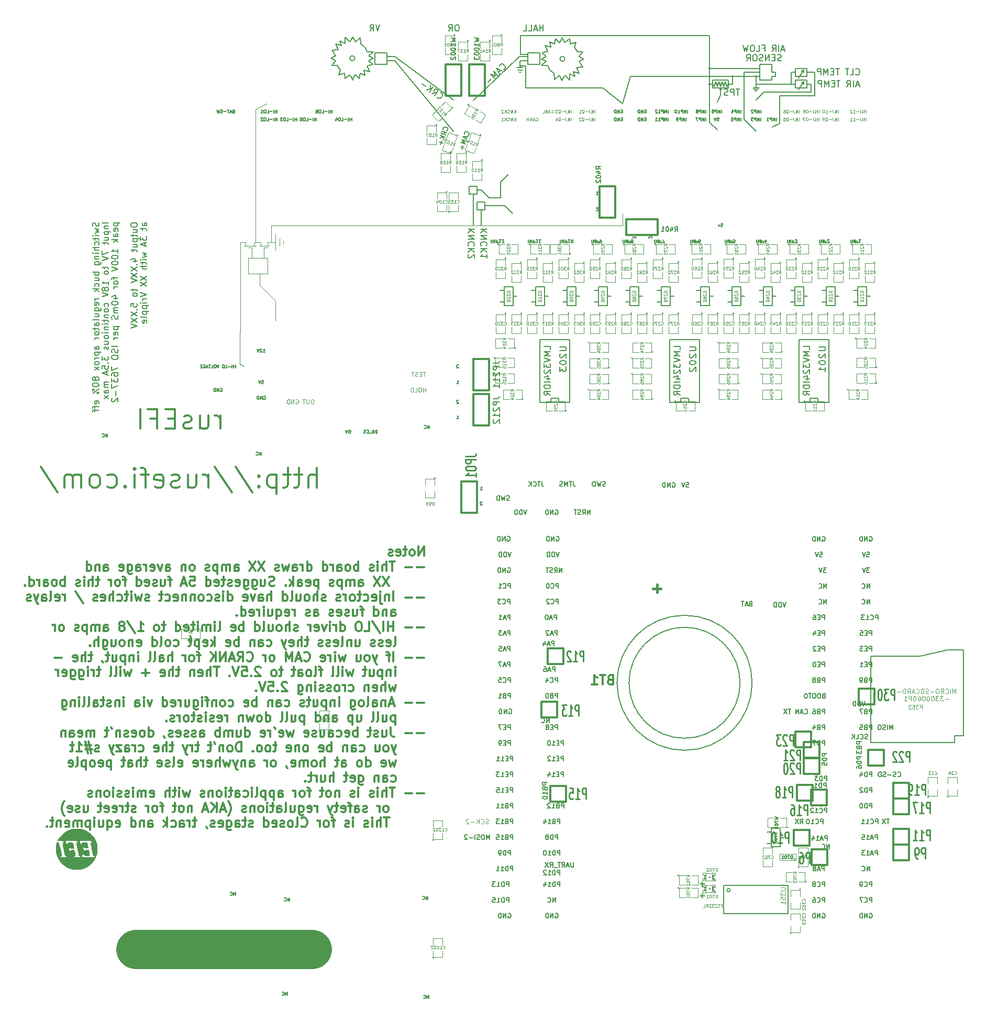
<source format=gbo>
G04 (created by PCBNEW (2013-07-07 BZR 4022)-stable) date 10/09/2014 21:54:22*
%MOIN*%
G04 Gerber Fmt 3.4, Leading zero omitted, Abs format*
%FSLAX34Y34*%
G01*
G70*
G90*
G04 APERTURE LIST*
%ADD10C,0.00393701*%
%ADD11C,0.005*%
%ADD12C,0.012*%
%ADD13C,0.25*%
%ADD14C,0.00492126*%
%ADD15C,0.004*%
%ADD16C,0.006*%
%ADD17C,0.004925*%
%ADD18C,0.0045*%
%ADD19C,0.0039*%
%ADD20C,0.015*%
%ADD21C,0.0079*%
%ADD22C,0.0001*%
%ADD23C,0.008*%
%ADD24C,0.0059*%
%ADD25C,0.0125*%
%ADD26C,0.0031*%
%ADD27C,0.00590551*%
%ADD28C,0.0026*%
%ADD29C,0.002*%
%ADD30C,0.0043*%
%ADD31C,0.0107*%
G04 APERTURE END LIST*
G54D10*
G54D11*
X59407Y-78530D02*
X59407Y-78330D01*
X59292Y-78530D01*
X59292Y-78330D01*
X59083Y-78511D02*
X59092Y-78521D01*
X59121Y-78530D01*
X59140Y-78530D01*
X59169Y-78521D01*
X59188Y-78502D01*
X59197Y-78483D01*
X59207Y-78445D01*
X59207Y-78416D01*
X59197Y-78378D01*
X59188Y-78359D01*
X59169Y-78340D01*
X59140Y-78330D01*
X59121Y-78330D01*
X59092Y-78340D01*
X59083Y-78350D01*
X59557Y-72530D02*
X59557Y-72330D01*
X59442Y-72530D01*
X59442Y-72330D01*
X59233Y-72511D02*
X59242Y-72521D01*
X59271Y-72530D01*
X59290Y-72530D01*
X59319Y-72521D01*
X59338Y-72502D01*
X59347Y-72483D01*
X59357Y-72445D01*
X59357Y-72416D01*
X59347Y-72378D01*
X59338Y-72359D01*
X59319Y-72340D01*
X59290Y-72330D01*
X59271Y-72330D01*
X59242Y-72340D01*
X59233Y-72350D01*
X68407Y-78730D02*
X68407Y-78530D01*
X68292Y-78730D01*
X68292Y-78530D01*
X68083Y-78711D02*
X68092Y-78721D01*
X68121Y-78730D01*
X68140Y-78730D01*
X68169Y-78721D01*
X68188Y-78702D01*
X68197Y-78683D01*
X68207Y-78645D01*
X68207Y-78616D01*
X68197Y-78578D01*
X68188Y-78559D01*
X68169Y-78540D01*
X68140Y-78530D01*
X68121Y-78530D01*
X68092Y-78540D01*
X68083Y-78550D01*
X56107Y-72180D02*
X56107Y-71980D01*
X55992Y-72180D01*
X55992Y-71980D01*
X55783Y-72161D02*
X55792Y-72171D01*
X55821Y-72180D01*
X55840Y-72180D01*
X55869Y-72171D01*
X55888Y-72152D01*
X55897Y-72133D01*
X55907Y-72095D01*
X55907Y-72066D01*
X55897Y-72028D01*
X55888Y-72009D01*
X55869Y-71990D01*
X55840Y-71980D01*
X55821Y-71980D01*
X55792Y-71990D01*
X55783Y-72000D01*
X68357Y-72430D02*
X68357Y-72230D01*
X68242Y-72430D01*
X68242Y-72230D01*
X68033Y-72411D02*
X68042Y-72421D01*
X68071Y-72430D01*
X68090Y-72430D01*
X68119Y-72421D01*
X68138Y-72402D01*
X68147Y-72383D01*
X68157Y-72345D01*
X68157Y-72316D01*
X68147Y-72278D01*
X68138Y-72259D01*
X68119Y-72240D01*
X68090Y-72230D01*
X68071Y-72230D01*
X68042Y-72240D01*
X68033Y-72250D01*
X68457Y-42430D02*
X68457Y-42230D01*
X68342Y-42430D01*
X68342Y-42230D01*
X68133Y-42411D02*
X68142Y-42421D01*
X68171Y-42430D01*
X68190Y-42430D01*
X68219Y-42421D01*
X68238Y-42402D01*
X68247Y-42383D01*
X68257Y-42345D01*
X68257Y-42316D01*
X68247Y-42278D01*
X68238Y-42259D01*
X68219Y-42240D01*
X68190Y-42230D01*
X68171Y-42230D01*
X68142Y-42240D01*
X68133Y-42250D01*
X47957Y-42980D02*
X47957Y-42780D01*
X47842Y-42980D01*
X47842Y-42780D01*
X47633Y-42961D02*
X47642Y-42971D01*
X47671Y-42980D01*
X47690Y-42980D01*
X47719Y-42971D01*
X47738Y-42952D01*
X47747Y-42933D01*
X47757Y-42895D01*
X47757Y-42866D01*
X47747Y-42828D01*
X47738Y-42809D01*
X47719Y-42790D01*
X47690Y-42780D01*
X47671Y-42780D01*
X47642Y-42790D01*
X47633Y-42800D01*
X57757Y-44130D02*
X57757Y-43930D01*
X57642Y-44130D01*
X57642Y-43930D01*
X57433Y-44111D02*
X57442Y-44121D01*
X57471Y-44130D01*
X57490Y-44130D01*
X57519Y-44121D01*
X57538Y-44102D01*
X57547Y-44083D01*
X57557Y-44045D01*
X57557Y-44016D01*
X57547Y-43978D01*
X57538Y-43959D01*
X57519Y-43940D01*
X57490Y-43930D01*
X57471Y-43930D01*
X57442Y-43940D01*
X57433Y-43950D01*
X65135Y-42730D02*
X65135Y-42530D01*
X65088Y-42530D01*
X65059Y-42540D01*
X65040Y-42559D01*
X65030Y-42578D01*
X65021Y-42616D01*
X65021Y-42645D01*
X65030Y-42683D01*
X65040Y-42702D01*
X65059Y-42721D01*
X65088Y-42730D01*
X65135Y-42730D01*
X64935Y-42730D02*
X64935Y-42530D01*
X64888Y-42530D01*
X64859Y-42540D01*
X64840Y-42559D01*
X64830Y-42578D01*
X64821Y-42616D01*
X64821Y-42645D01*
X64830Y-42683D01*
X64840Y-42702D01*
X64859Y-42721D01*
X64888Y-42730D01*
X64935Y-42730D01*
X64783Y-42750D02*
X64630Y-42750D01*
X64469Y-42711D02*
X64478Y-42721D01*
X64507Y-42730D01*
X64526Y-42730D01*
X64554Y-42721D01*
X64573Y-42702D01*
X64583Y-42683D01*
X64592Y-42645D01*
X64592Y-42616D01*
X64583Y-42578D01*
X64573Y-42559D01*
X64554Y-42540D01*
X64526Y-42530D01*
X64507Y-42530D01*
X64478Y-42540D01*
X64469Y-42550D01*
X64392Y-42721D02*
X64364Y-42730D01*
X64316Y-42730D01*
X64297Y-42721D01*
X64288Y-42711D01*
X64278Y-42692D01*
X64278Y-42673D01*
X64288Y-42654D01*
X64297Y-42645D01*
X64316Y-42635D01*
X64354Y-42626D01*
X64373Y-42616D01*
X64383Y-42607D01*
X64392Y-42588D01*
X64392Y-42569D01*
X64383Y-42550D01*
X64373Y-42540D01*
X64354Y-42530D01*
X64307Y-42530D01*
X64278Y-42540D01*
X63335Y-42530D02*
X63430Y-42530D01*
X63440Y-42626D01*
X63430Y-42616D01*
X63411Y-42607D01*
X63364Y-42607D01*
X63345Y-42616D01*
X63335Y-42626D01*
X63326Y-42645D01*
X63326Y-42692D01*
X63335Y-42711D01*
X63345Y-42721D01*
X63364Y-42730D01*
X63411Y-42730D01*
X63430Y-42721D01*
X63440Y-42711D01*
X63269Y-42530D02*
X63202Y-42730D01*
X63135Y-42530D01*
X82600Y-30307D02*
X82609Y-30297D01*
X82619Y-30278D01*
X82619Y-30230D01*
X82609Y-30211D01*
X82600Y-30202D01*
X82580Y-30192D01*
X82561Y-30192D01*
X82533Y-30202D01*
X82419Y-30316D01*
X82419Y-30192D01*
X81429Y-30192D02*
X81429Y-30307D01*
X81429Y-30250D02*
X81629Y-30250D01*
X81600Y-30269D01*
X81581Y-30288D01*
X81571Y-30307D01*
X79092Y-28550D02*
X79102Y-28559D01*
X79121Y-28569D01*
X79169Y-28569D01*
X79188Y-28559D01*
X79197Y-28550D01*
X79207Y-28530D01*
X79207Y-28511D01*
X79197Y-28483D01*
X79083Y-28369D01*
X79207Y-28369D01*
X79207Y-27379D02*
X79092Y-27379D01*
X79150Y-27379D02*
X79150Y-27579D01*
X79130Y-27550D01*
X79111Y-27531D01*
X79092Y-27521D01*
X71692Y-46330D02*
X71807Y-46330D01*
X71750Y-46330D02*
X71750Y-46130D01*
X71769Y-46159D01*
X71788Y-46178D01*
X71807Y-46188D01*
X71807Y-47140D02*
X71797Y-47130D01*
X71778Y-47120D01*
X71730Y-47120D01*
X71711Y-47130D01*
X71702Y-47140D01*
X71692Y-47159D01*
X71692Y-47178D01*
X71702Y-47206D01*
X71816Y-47320D01*
X71692Y-47320D01*
X70307Y-40650D02*
X70297Y-40640D01*
X70278Y-40630D01*
X70230Y-40630D01*
X70211Y-40640D01*
X70202Y-40650D01*
X70192Y-40669D01*
X70192Y-40688D01*
X70202Y-40716D01*
X70316Y-40830D01*
X70192Y-40830D01*
X70192Y-41820D02*
X70307Y-41820D01*
X70250Y-41820D02*
X70250Y-41620D01*
X70269Y-41649D01*
X70288Y-41668D01*
X70307Y-41678D01*
X70307Y-38400D02*
X70297Y-38390D01*
X70278Y-38380D01*
X70230Y-38380D01*
X70211Y-38390D01*
X70202Y-38400D01*
X70192Y-38419D01*
X70192Y-38438D01*
X70202Y-38466D01*
X70316Y-38580D01*
X70192Y-38580D01*
X70192Y-39570D02*
X70307Y-39570D01*
X70250Y-39570D02*
X70250Y-39370D01*
X70269Y-39399D01*
X70288Y-39418D01*
X70307Y-39428D01*
G54D12*
X68107Y-50542D02*
X68107Y-49942D01*
X67764Y-50542D01*
X67764Y-49942D01*
X67392Y-50542D02*
X67450Y-50514D01*
X67478Y-50485D01*
X67507Y-50428D01*
X67507Y-50257D01*
X67478Y-50200D01*
X67450Y-50171D01*
X67392Y-50142D01*
X67307Y-50142D01*
X67250Y-50171D01*
X67221Y-50200D01*
X67192Y-50257D01*
X67192Y-50428D01*
X67221Y-50485D01*
X67250Y-50514D01*
X67307Y-50542D01*
X67392Y-50542D01*
X67021Y-50142D02*
X66792Y-50142D01*
X66935Y-49942D02*
X66935Y-50457D01*
X66907Y-50514D01*
X66850Y-50542D01*
X66792Y-50542D01*
X66364Y-50514D02*
X66421Y-50542D01*
X66535Y-50542D01*
X66592Y-50514D01*
X66621Y-50457D01*
X66621Y-50228D01*
X66592Y-50171D01*
X66535Y-50142D01*
X66421Y-50142D01*
X66364Y-50171D01*
X66335Y-50228D01*
X66335Y-50285D01*
X66621Y-50342D01*
X66107Y-50514D02*
X66050Y-50542D01*
X65935Y-50542D01*
X65878Y-50514D01*
X65850Y-50457D01*
X65850Y-50428D01*
X65878Y-50371D01*
X65935Y-50342D01*
X66021Y-50342D01*
X66078Y-50314D01*
X66107Y-50257D01*
X66107Y-50228D01*
X66078Y-50171D01*
X66021Y-50142D01*
X65935Y-50142D01*
X65878Y-50171D01*
X68107Y-51274D02*
X67650Y-51274D01*
X67364Y-51274D02*
X66907Y-51274D01*
X66250Y-50902D02*
X65907Y-50902D01*
X66078Y-51502D02*
X66078Y-50902D01*
X65707Y-51502D02*
X65707Y-50902D01*
X65450Y-51502D02*
X65450Y-51188D01*
X65478Y-51131D01*
X65535Y-51102D01*
X65621Y-51102D01*
X65678Y-51131D01*
X65707Y-51160D01*
X65164Y-51502D02*
X65164Y-51102D01*
X65164Y-50902D02*
X65192Y-50931D01*
X65164Y-50960D01*
X65135Y-50931D01*
X65164Y-50902D01*
X65164Y-50960D01*
X64907Y-51474D02*
X64850Y-51502D01*
X64735Y-51502D01*
X64678Y-51474D01*
X64650Y-51417D01*
X64650Y-51388D01*
X64678Y-51331D01*
X64735Y-51302D01*
X64821Y-51302D01*
X64878Y-51274D01*
X64907Y-51217D01*
X64907Y-51188D01*
X64878Y-51131D01*
X64821Y-51102D01*
X64735Y-51102D01*
X64678Y-51131D01*
X63935Y-51502D02*
X63935Y-50902D01*
X63935Y-51131D02*
X63878Y-51102D01*
X63764Y-51102D01*
X63707Y-51131D01*
X63678Y-51160D01*
X63650Y-51217D01*
X63650Y-51388D01*
X63678Y-51445D01*
X63707Y-51474D01*
X63764Y-51502D01*
X63878Y-51502D01*
X63935Y-51474D01*
X63307Y-51502D02*
X63364Y-51474D01*
X63392Y-51445D01*
X63421Y-51388D01*
X63421Y-51217D01*
X63392Y-51160D01*
X63364Y-51131D01*
X63307Y-51102D01*
X63221Y-51102D01*
X63164Y-51131D01*
X63135Y-51160D01*
X63107Y-51217D01*
X63107Y-51388D01*
X63135Y-51445D01*
X63164Y-51474D01*
X63221Y-51502D01*
X63307Y-51502D01*
X62592Y-51502D02*
X62592Y-51188D01*
X62621Y-51131D01*
X62678Y-51102D01*
X62792Y-51102D01*
X62850Y-51131D01*
X62592Y-51474D02*
X62650Y-51502D01*
X62792Y-51502D01*
X62850Y-51474D01*
X62878Y-51417D01*
X62878Y-51360D01*
X62850Y-51302D01*
X62792Y-51274D01*
X62650Y-51274D01*
X62592Y-51245D01*
X62307Y-51502D02*
X62307Y-51102D01*
X62307Y-51217D02*
X62278Y-51160D01*
X62250Y-51131D01*
X62192Y-51102D01*
X62135Y-51102D01*
X61678Y-51502D02*
X61678Y-50902D01*
X61678Y-51474D02*
X61735Y-51502D01*
X61850Y-51502D01*
X61907Y-51474D01*
X61935Y-51445D01*
X61964Y-51388D01*
X61964Y-51217D01*
X61935Y-51160D01*
X61907Y-51131D01*
X61850Y-51102D01*
X61735Y-51102D01*
X61678Y-51131D01*
X60678Y-51502D02*
X60678Y-50902D01*
X60678Y-51474D02*
X60735Y-51502D01*
X60850Y-51502D01*
X60907Y-51474D01*
X60935Y-51445D01*
X60964Y-51388D01*
X60964Y-51217D01*
X60935Y-51160D01*
X60907Y-51131D01*
X60850Y-51102D01*
X60735Y-51102D01*
X60678Y-51131D01*
X60392Y-51502D02*
X60392Y-51102D01*
X60392Y-51217D02*
X60364Y-51160D01*
X60335Y-51131D01*
X60278Y-51102D01*
X60221Y-51102D01*
X59764Y-51502D02*
X59764Y-51188D01*
X59792Y-51131D01*
X59850Y-51102D01*
X59964Y-51102D01*
X60021Y-51131D01*
X59764Y-51474D02*
X59821Y-51502D01*
X59964Y-51502D01*
X60021Y-51474D01*
X60050Y-51417D01*
X60050Y-51360D01*
X60021Y-51302D01*
X59964Y-51274D01*
X59821Y-51274D01*
X59764Y-51245D01*
X59535Y-51102D02*
X59421Y-51502D01*
X59307Y-51217D01*
X59192Y-51502D01*
X59078Y-51102D01*
X58878Y-51474D02*
X58821Y-51502D01*
X58707Y-51502D01*
X58650Y-51474D01*
X58621Y-51417D01*
X58621Y-51388D01*
X58650Y-51331D01*
X58707Y-51302D01*
X58792Y-51302D01*
X58850Y-51274D01*
X58878Y-51217D01*
X58878Y-51188D01*
X58850Y-51131D01*
X58792Y-51102D01*
X58707Y-51102D01*
X58650Y-51131D01*
X57964Y-50902D02*
X57564Y-51502D01*
X57564Y-50902D02*
X57964Y-51502D01*
X57392Y-50902D02*
X56992Y-51502D01*
X56992Y-50902D02*
X57392Y-51502D01*
X56050Y-51502D02*
X56050Y-51188D01*
X56078Y-51131D01*
X56135Y-51102D01*
X56250Y-51102D01*
X56307Y-51131D01*
X56050Y-51474D02*
X56107Y-51502D01*
X56250Y-51502D01*
X56307Y-51474D01*
X56335Y-51417D01*
X56335Y-51360D01*
X56307Y-51302D01*
X56250Y-51274D01*
X56107Y-51274D01*
X56050Y-51245D01*
X55764Y-51502D02*
X55764Y-51102D01*
X55764Y-51160D02*
X55735Y-51131D01*
X55678Y-51102D01*
X55592Y-51102D01*
X55535Y-51131D01*
X55507Y-51188D01*
X55507Y-51502D01*
X55507Y-51188D02*
X55478Y-51131D01*
X55421Y-51102D01*
X55335Y-51102D01*
X55278Y-51131D01*
X55250Y-51188D01*
X55250Y-51502D01*
X54964Y-51102D02*
X54964Y-51702D01*
X54964Y-51131D02*
X54907Y-51102D01*
X54792Y-51102D01*
X54735Y-51131D01*
X54707Y-51160D01*
X54678Y-51217D01*
X54678Y-51388D01*
X54707Y-51445D01*
X54735Y-51474D01*
X54792Y-51502D01*
X54907Y-51502D01*
X54964Y-51474D01*
X54450Y-51474D02*
X54392Y-51502D01*
X54278Y-51502D01*
X54221Y-51474D01*
X54192Y-51417D01*
X54192Y-51388D01*
X54221Y-51331D01*
X54278Y-51302D01*
X54364Y-51302D01*
X54421Y-51274D01*
X54450Y-51217D01*
X54450Y-51188D01*
X54421Y-51131D01*
X54364Y-51102D01*
X54278Y-51102D01*
X54221Y-51131D01*
X53392Y-51502D02*
X53450Y-51474D01*
X53478Y-51445D01*
X53507Y-51388D01*
X53507Y-51217D01*
X53478Y-51160D01*
X53450Y-51131D01*
X53392Y-51102D01*
X53307Y-51102D01*
X53250Y-51131D01*
X53221Y-51160D01*
X53192Y-51217D01*
X53192Y-51388D01*
X53221Y-51445D01*
X53250Y-51474D01*
X53307Y-51502D01*
X53392Y-51502D01*
X52935Y-51102D02*
X52935Y-51502D01*
X52935Y-51160D02*
X52907Y-51131D01*
X52850Y-51102D01*
X52764Y-51102D01*
X52707Y-51131D01*
X52678Y-51188D01*
X52678Y-51502D01*
X51678Y-51502D02*
X51678Y-51188D01*
X51707Y-51131D01*
X51764Y-51102D01*
X51878Y-51102D01*
X51935Y-51131D01*
X51678Y-51474D02*
X51735Y-51502D01*
X51878Y-51502D01*
X51935Y-51474D01*
X51964Y-51417D01*
X51964Y-51360D01*
X51935Y-51302D01*
X51878Y-51274D01*
X51735Y-51274D01*
X51678Y-51245D01*
X51450Y-51102D02*
X51307Y-51502D01*
X51164Y-51102D01*
X50707Y-51474D02*
X50764Y-51502D01*
X50878Y-51502D01*
X50935Y-51474D01*
X50964Y-51417D01*
X50964Y-51188D01*
X50935Y-51131D01*
X50878Y-51102D01*
X50764Y-51102D01*
X50707Y-51131D01*
X50678Y-51188D01*
X50678Y-51245D01*
X50964Y-51302D01*
X50421Y-51502D02*
X50421Y-51102D01*
X50421Y-51217D02*
X50392Y-51160D01*
X50364Y-51131D01*
X50307Y-51102D01*
X50250Y-51102D01*
X49792Y-51502D02*
X49792Y-51188D01*
X49821Y-51131D01*
X49878Y-51102D01*
X49992Y-51102D01*
X50050Y-51131D01*
X49792Y-51474D02*
X49850Y-51502D01*
X49992Y-51502D01*
X50050Y-51474D01*
X50078Y-51417D01*
X50078Y-51360D01*
X50050Y-51302D01*
X49992Y-51274D01*
X49850Y-51274D01*
X49792Y-51245D01*
X49250Y-51102D02*
X49250Y-51588D01*
X49278Y-51645D01*
X49307Y-51674D01*
X49364Y-51702D01*
X49450Y-51702D01*
X49507Y-51674D01*
X49250Y-51474D02*
X49307Y-51502D01*
X49421Y-51502D01*
X49478Y-51474D01*
X49507Y-51445D01*
X49535Y-51388D01*
X49535Y-51217D01*
X49507Y-51160D01*
X49478Y-51131D01*
X49421Y-51102D01*
X49307Y-51102D01*
X49250Y-51131D01*
X48735Y-51474D02*
X48792Y-51502D01*
X48907Y-51502D01*
X48964Y-51474D01*
X48992Y-51417D01*
X48992Y-51188D01*
X48964Y-51131D01*
X48907Y-51102D01*
X48792Y-51102D01*
X48735Y-51131D01*
X48707Y-51188D01*
X48707Y-51245D01*
X48992Y-51302D01*
X47735Y-51502D02*
X47735Y-51188D01*
X47764Y-51131D01*
X47821Y-51102D01*
X47935Y-51102D01*
X47992Y-51131D01*
X47735Y-51474D02*
X47792Y-51502D01*
X47935Y-51502D01*
X47992Y-51474D01*
X48021Y-51417D01*
X48021Y-51360D01*
X47992Y-51302D01*
X47935Y-51274D01*
X47792Y-51274D01*
X47735Y-51245D01*
X47450Y-51102D02*
X47450Y-51502D01*
X47450Y-51160D02*
X47421Y-51131D01*
X47364Y-51102D01*
X47278Y-51102D01*
X47221Y-51131D01*
X47192Y-51188D01*
X47192Y-51502D01*
X46650Y-51502D02*
X46650Y-50902D01*
X46650Y-51474D02*
X46707Y-51502D01*
X46821Y-51502D01*
X46878Y-51474D01*
X46907Y-51445D01*
X46935Y-51388D01*
X46935Y-51217D01*
X46907Y-51160D01*
X46878Y-51131D01*
X46821Y-51102D01*
X46707Y-51102D01*
X46650Y-51131D01*
X65878Y-51862D02*
X65478Y-52462D01*
X65478Y-51862D02*
X65878Y-52462D01*
X65307Y-51862D02*
X64907Y-52462D01*
X64907Y-51862D02*
X65307Y-52462D01*
X63964Y-52462D02*
X63964Y-52148D01*
X63992Y-52091D01*
X64049Y-52062D01*
X64164Y-52062D01*
X64221Y-52091D01*
X63964Y-52434D02*
X64021Y-52462D01*
X64164Y-52462D01*
X64221Y-52434D01*
X64249Y-52377D01*
X64249Y-52320D01*
X64221Y-52262D01*
X64164Y-52234D01*
X64021Y-52234D01*
X63964Y-52205D01*
X63678Y-52462D02*
X63678Y-52062D01*
X63678Y-52120D02*
X63649Y-52091D01*
X63592Y-52062D01*
X63507Y-52062D01*
X63449Y-52091D01*
X63421Y-52148D01*
X63421Y-52462D01*
X63421Y-52148D02*
X63392Y-52091D01*
X63335Y-52062D01*
X63249Y-52062D01*
X63192Y-52091D01*
X63164Y-52148D01*
X63164Y-52462D01*
X62878Y-52062D02*
X62878Y-52662D01*
X62878Y-52091D02*
X62821Y-52062D01*
X62707Y-52062D01*
X62649Y-52091D01*
X62621Y-52120D01*
X62592Y-52177D01*
X62592Y-52348D01*
X62621Y-52405D01*
X62649Y-52434D01*
X62707Y-52462D01*
X62821Y-52462D01*
X62878Y-52434D01*
X62364Y-52434D02*
X62307Y-52462D01*
X62192Y-52462D01*
X62135Y-52434D01*
X62107Y-52377D01*
X62107Y-52348D01*
X62135Y-52291D01*
X62192Y-52262D01*
X62278Y-52262D01*
X62335Y-52234D01*
X62364Y-52177D01*
X62364Y-52148D01*
X62335Y-52091D01*
X62278Y-52062D01*
X62192Y-52062D01*
X62135Y-52091D01*
X61392Y-52062D02*
X61392Y-52662D01*
X61392Y-52091D02*
X61335Y-52062D01*
X61221Y-52062D01*
X61164Y-52091D01*
X61135Y-52120D01*
X61107Y-52177D01*
X61107Y-52348D01*
X61135Y-52405D01*
X61164Y-52434D01*
X61221Y-52462D01*
X61335Y-52462D01*
X61392Y-52434D01*
X60621Y-52434D02*
X60678Y-52462D01*
X60792Y-52462D01*
X60849Y-52434D01*
X60878Y-52377D01*
X60878Y-52148D01*
X60849Y-52091D01*
X60792Y-52062D01*
X60678Y-52062D01*
X60621Y-52091D01*
X60592Y-52148D01*
X60592Y-52205D01*
X60878Y-52262D01*
X60078Y-52462D02*
X60078Y-52148D01*
X60107Y-52091D01*
X60164Y-52062D01*
X60278Y-52062D01*
X60335Y-52091D01*
X60078Y-52434D02*
X60135Y-52462D01*
X60278Y-52462D01*
X60335Y-52434D01*
X60364Y-52377D01*
X60364Y-52320D01*
X60335Y-52262D01*
X60278Y-52234D01*
X60135Y-52234D01*
X60078Y-52205D01*
X59792Y-52462D02*
X59792Y-51862D01*
X59735Y-52234D02*
X59564Y-52462D01*
X59564Y-52062D02*
X59792Y-52291D01*
X59307Y-52405D02*
X59278Y-52434D01*
X59307Y-52462D01*
X59335Y-52434D01*
X59307Y-52405D01*
X59307Y-52462D01*
X58592Y-52434D02*
X58507Y-52462D01*
X58364Y-52462D01*
X58307Y-52434D01*
X58278Y-52405D01*
X58249Y-52348D01*
X58249Y-52291D01*
X58278Y-52234D01*
X58307Y-52205D01*
X58364Y-52177D01*
X58478Y-52148D01*
X58535Y-52120D01*
X58564Y-52091D01*
X58592Y-52034D01*
X58592Y-51977D01*
X58564Y-51920D01*
X58535Y-51891D01*
X58478Y-51862D01*
X58335Y-51862D01*
X58249Y-51891D01*
X57735Y-52062D02*
X57735Y-52462D01*
X57992Y-52062D02*
X57992Y-52377D01*
X57964Y-52434D01*
X57907Y-52462D01*
X57821Y-52462D01*
X57764Y-52434D01*
X57735Y-52405D01*
X57192Y-52062D02*
X57192Y-52548D01*
X57221Y-52605D01*
X57249Y-52634D01*
X57307Y-52662D01*
X57392Y-52662D01*
X57449Y-52634D01*
X57192Y-52434D02*
X57249Y-52462D01*
X57364Y-52462D01*
X57421Y-52434D01*
X57449Y-52405D01*
X57478Y-52348D01*
X57478Y-52177D01*
X57449Y-52120D01*
X57421Y-52091D01*
X57364Y-52062D01*
X57249Y-52062D01*
X57192Y-52091D01*
X56649Y-52062D02*
X56649Y-52548D01*
X56678Y-52605D01*
X56707Y-52634D01*
X56764Y-52662D01*
X56849Y-52662D01*
X56907Y-52634D01*
X56649Y-52434D02*
X56707Y-52462D01*
X56821Y-52462D01*
X56878Y-52434D01*
X56907Y-52405D01*
X56935Y-52348D01*
X56935Y-52177D01*
X56907Y-52120D01*
X56878Y-52091D01*
X56821Y-52062D01*
X56707Y-52062D01*
X56649Y-52091D01*
X56135Y-52434D02*
X56192Y-52462D01*
X56307Y-52462D01*
X56364Y-52434D01*
X56392Y-52377D01*
X56392Y-52148D01*
X56364Y-52091D01*
X56307Y-52062D01*
X56192Y-52062D01*
X56135Y-52091D01*
X56107Y-52148D01*
X56107Y-52205D01*
X56392Y-52262D01*
X55878Y-52434D02*
X55821Y-52462D01*
X55707Y-52462D01*
X55649Y-52434D01*
X55621Y-52377D01*
X55621Y-52348D01*
X55649Y-52291D01*
X55707Y-52262D01*
X55792Y-52262D01*
X55849Y-52234D01*
X55878Y-52177D01*
X55878Y-52148D01*
X55849Y-52091D01*
X55792Y-52062D01*
X55707Y-52062D01*
X55649Y-52091D01*
X55449Y-52062D02*
X55221Y-52062D01*
X55364Y-51862D02*
X55364Y-52377D01*
X55335Y-52434D01*
X55278Y-52462D01*
X55221Y-52462D01*
X54792Y-52434D02*
X54849Y-52462D01*
X54964Y-52462D01*
X55021Y-52434D01*
X55049Y-52377D01*
X55049Y-52148D01*
X55021Y-52091D01*
X54964Y-52062D01*
X54849Y-52062D01*
X54792Y-52091D01*
X54764Y-52148D01*
X54764Y-52205D01*
X55049Y-52262D01*
X54249Y-52462D02*
X54249Y-51862D01*
X54249Y-52434D02*
X54307Y-52462D01*
X54421Y-52462D01*
X54478Y-52434D01*
X54507Y-52405D01*
X54535Y-52348D01*
X54535Y-52177D01*
X54507Y-52120D01*
X54478Y-52091D01*
X54421Y-52062D01*
X54307Y-52062D01*
X54249Y-52091D01*
X53221Y-51862D02*
X53507Y-51862D01*
X53535Y-52148D01*
X53507Y-52120D01*
X53449Y-52091D01*
X53307Y-52091D01*
X53249Y-52120D01*
X53221Y-52148D01*
X53192Y-52205D01*
X53192Y-52348D01*
X53221Y-52405D01*
X53249Y-52434D01*
X53307Y-52462D01*
X53449Y-52462D01*
X53507Y-52434D01*
X53535Y-52405D01*
X52964Y-52291D02*
X52678Y-52291D01*
X53021Y-52462D02*
X52821Y-51862D01*
X52621Y-52462D01*
X52049Y-52062D02*
X51821Y-52062D01*
X51964Y-52462D02*
X51964Y-51948D01*
X51935Y-51891D01*
X51878Y-51862D01*
X51821Y-51862D01*
X51364Y-52062D02*
X51364Y-52462D01*
X51621Y-52062D02*
X51621Y-52377D01*
X51592Y-52434D01*
X51535Y-52462D01*
X51449Y-52462D01*
X51392Y-52434D01*
X51364Y-52405D01*
X51107Y-52434D02*
X51049Y-52462D01*
X50935Y-52462D01*
X50878Y-52434D01*
X50849Y-52377D01*
X50849Y-52348D01*
X50878Y-52291D01*
X50935Y-52262D01*
X51021Y-52262D01*
X51078Y-52234D01*
X51107Y-52177D01*
X51107Y-52148D01*
X51078Y-52091D01*
X51021Y-52062D01*
X50935Y-52062D01*
X50878Y-52091D01*
X50364Y-52434D02*
X50421Y-52462D01*
X50535Y-52462D01*
X50592Y-52434D01*
X50621Y-52377D01*
X50621Y-52148D01*
X50592Y-52091D01*
X50535Y-52062D01*
X50421Y-52062D01*
X50364Y-52091D01*
X50335Y-52148D01*
X50335Y-52205D01*
X50621Y-52262D01*
X49821Y-52462D02*
X49821Y-51862D01*
X49821Y-52434D02*
X49878Y-52462D01*
X49992Y-52462D01*
X50049Y-52434D01*
X50078Y-52405D01*
X50107Y-52348D01*
X50107Y-52177D01*
X50078Y-52120D01*
X50049Y-52091D01*
X49992Y-52062D01*
X49878Y-52062D01*
X49821Y-52091D01*
X49164Y-52062D02*
X48935Y-52062D01*
X49078Y-52462D02*
X49078Y-51948D01*
X49049Y-51891D01*
X48992Y-51862D01*
X48935Y-51862D01*
X48649Y-52462D02*
X48707Y-52434D01*
X48735Y-52405D01*
X48764Y-52348D01*
X48764Y-52177D01*
X48735Y-52120D01*
X48707Y-52091D01*
X48649Y-52062D01*
X48564Y-52062D01*
X48507Y-52091D01*
X48478Y-52120D01*
X48449Y-52177D01*
X48449Y-52348D01*
X48478Y-52405D01*
X48507Y-52434D01*
X48564Y-52462D01*
X48649Y-52462D01*
X48192Y-52462D02*
X48192Y-52062D01*
X48192Y-52177D02*
X48164Y-52120D01*
X48135Y-52091D01*
X48078Y-52062D01*
X48021Y-52062D01*
X47449Y-52062D02*
X47221Y-52062D01*
X47364Y-51862D02*
X47364Y-52377D01*
X47335Y-52434D01*
X47278Y-52462D01*
X47221Y-52462D01*
X47021Y-52462D02*
X47021Y-51862D01*
X46764Y-52462D02*
X46764Y-52148D01*
X46792Y-52091D01*
X46849Y-52062D01*
X46935Y-52062D01*
X46992Y-52091D01*
X47021Y-52120D01*
X46478Y-52462D02*
X46478Y-52062D01*
X46478Y-51862D02*
X46507Y-51891D01*
X46478Y-51920D01*
X46449Y-51891D01*
X46478Y-51862D01*
X46478Y-51920D01*
X46221Y-52434D02*
X46164Y-52462D01*
X46049Y-52462D01*
X45992Y-52434D01*
X45964Y-52377D01*
X45964Y-52348D01*
X45992Y-52291D01*
X46049Y-52262D01*
X46135Y-52262D01*
X46192Y-52234D01*
X46221Y-52177D01*
X46221Y-52148D01*
X46192Y-52091D01*
X46135Y-52062D01*
X46049Y-52062D01*
X45992Y-52091D01*
X45249Y-52462D02*
X45249Y-51862D01*
X45249Y-52091D02*
X45192Y-52062D01*
X45078Y-52062D01*
X45021Y-52091D01*
X44992Y-52120D01*
X44964Y-52177D01*
X44964Y-52348D01*
X44992Y-52405D01*
X45021Y-52434D01*
X45078Y-52462D01*
X45192Y-52462D01*
X45249Y-52434D01*
X44621Y-52462D02*
X44678Y-52434D01*
X44707Y-52405D01*
X44735Y-52348D01*
X44735Y-52177D01*
X44707Y-52120D01*
X44678Y-52091D01*
X44621Y-52062D01*
X44535Y-52062D01*
X44478Y-52091D01*
X44449Y-52120D01*
X44421Y-52177D01*
X44421Y-52348D01*
X44449Y-52405D01*
X44478Y-52434D01*
X44535Y-52462D01*
X44621Y-52462D01*
X43907Y-52462D02*
X43907Y-52148D01*
X43935Y-52091D01*
X43992Y-52062D01*
X44107Y-52062D01*
X44164Y-52091D01*
X43907Y-52434D02*
X43964Y-52462D01*
X44107Y-52462D01*
X44164Y-52434D01*
X44192Y-52377D01*
X44192Y-52320D01*
X44164Y-52262D01*
X44107Y-52234D01*
X43964Y-52234D01*
X43907Y-52205D01*
X43621Y-52462D02*
X43621Y-52062D01*
X43621Y-52177D02*
X43592Y-52120D01*
X43564Y-52091D01*
X43507Y-52062D01*
X43449Y-52062D01*
X42992Y-52462D02*
X42992Y-51862D01*
X42992Y-52434D02*
X43049Y-52462D01*
X43164Y-52462D01*
X43221Y-52434D01*
X43249Y-52405D01*
X43278Y-52348D01*
X43278Y-52177D01*
X43249Y-52120D01*
X43221Y-52091D01*
X43164Y-52062D01*
X43049Y-52062D01*
X42992Y-52091D01*
X42707Y-52405D02*
X42678Y-52434D01*
X42707Y-52462D01*
X42735Y-52434D01*
X42707Y-52405D01*
X42707Y-52462D01*
X68107Y-53194D02*
X67650Y-53194D01*
X67364Y-53194D02*
X66907Y-53194D01*
X66164Y-53422D02*
X66164Y-52822D01*
X65878Y-53022D02*
X65878Y-53422D01*
X65878Y-53080D02*
X65850Y-53051D01*
X65792Y-53022D01*
X65707Y-53022D01*
X65650Y-53051D01*
X65621Y-53108D01*
X65621Y-53422D01*
X65335Y-53022D02*
X65335Y-53537D01*
X65364Y-53594D01*
X65421Y-53622D01*
X65450Y-53622D01*
X65335Y-52822D02*
X65364Y-52851D01*
X65335Y-52880D01*
X65307Y-52851D01*
X65335Y-52822D01*
X65335Y-52880D01*
X64821Y-53394D02*
X64878Y-53422D01*
X64992Y-53422D01*
X65050Y-53394D01*
X65078Y-53337D01*
X65078Y-53108D01*
X65050Y-53051D01*
X64992Y-53022D01*
X64878Y-53022D01*
X64821Y-53051D01*
X64792Y-53108D01*
X64792Y-53165D01*
X65078Y-53222D01*
X64278Y-53394D02*
X64335Y-53422D01*
X64450Y-53422D01*
X64507Y-53394D01*
X64535Y-53365D01*
X64564Y-53308D01*
X64564Y-53137D01*
X64535Y-53080D01*
X64507Y-53051D01*
X64450Y-53022D01*
X64335Y-53022D01*
X64278Y-53051D01*
X64107Y-53022D02*
X63878Y-53022D01*
X64021Y-52822D02*
X64021Y-53337D01*
X63992Y-53394D01*
X63935Y-53422D01*
X63878Y-53422D01*
X63592Y-53422D02*
X63650Y-53394D01*
X63678Y-53365D01*
X63707Y-53308D01*
X63707Y-53137D01*
X63678Y-53080D01*
X63650Y-53051D01*
X63592Y-53022D01*
X63507Y-53022D01*
X63450Y-53051D01*
X63421Y-53080D01*
X63392Y-53137D01*
X63392Y-53308D01*
X63421Y-53365D01*
X63450Y-53394D01*
X63507Y-53422D01*
X63592Y-53422D01*
X63135Y-53422D02*
X63135Y-53022D01*
X63135Y-53137D02*
X63107Y-53080D01*
X63078Y-53051D01*
X63021Y-53022D01*
X62964Y-53022D01*
X62792Y-53394D02*
X62735Y-53422D01*
X62621Y-53422D01*
X62564Y-53394D01*
X62535Y-53337D01*
X62535Y-53308D01*
X62564Y-53251D01*
X62621Y-53222D01*
X62707Y-53222D01*
X62764Y-53194D01*
X62792Y-53137D01*
X62792Y-53108D01*
X62764Y-53051D01*
X62707Y-53022D01*
X62621Y-53022D01*
X62564Y-53051D01*
X61850Y-53394D02*
X61792Y-53422D01*
X61678Y-53422D01*
X61621Y-53394D01*
X61592Y-53337D01*
X61592Y-53308D01*
X61621Y-53251D01*
X61678Y-53222D01*
X61764Y-53222D01*
X61821Y-53194D01*
X61850Y-53137D01*
X61850Y-53108D01*
X61821Y-53051D01*
X61764Y-53022D01*
X61678Y-53022D01*
X61621Y-53051D01*
X61335Y-53422D02*
X61335Y-52822D01*
X61078Y-53422D02*
X61078Y-53108D01*
X61107Y-53051D01*
X61164Y-53022D01*
X61250Y-53022D01*
X61307Y-53051D01*
X61335Y-53080D01*
X60707Y-53422D02*
X60764Y-53394D01*
X60792Y-53365D01*
X60821Y-53308D01*
X60821Y-53137D01*
X60792Y-53080D01*
X60764Y-53051D01*
X60707Y-53022D01*
X60621Y-53022D01*
X60564Y-53051D01*
X60535Y-53080D01*
X60507Y-53137D01*
X60507Y-53308D01*
X60535Y-53365D01*
X60564Y-53394D01*
X60621Y-53422D01*
X60707Y-53422D01*
X59992Y-53022D02*
X59992Y-53422D01*
X60250Y-53022D02*
X60250Y-53337D01*
X60221Y-53394D01*
X60164Y-53422D01*
X60078Y-53422D01*
X60021Y-53394D01*
X59992Y-53365D01*
X59621Y-53422D02*
X59678Y-53394D01*
X59707Y-53337D01*
X59707Y-52822D01*
X59135Y-53422D02*
X59135Y-52822D01*
X59135Y-53394D02*
X59192Y-53422D01*
X59307Y-53422D01*
X59364Y-53394D01*
X59392Y-53365D01*
X59421Y-53308D01*
X59421Y-53137D01*
X59392Y-53080D01*
X59364Y-53051D01*
X59307Y-53022D01*
X59192Y-53022D01*
X59135Y-53051D01*
X58392Y-53422D02*
X58392Y-52822D01*
X58135Y-53422D02*
X58135Y-53108D01*
X58164Y-53051D01*
X58221Y-53022D01*
X58307Y-53022D01*
X58364Y-53051D01*
X58392Y-53080D01*
X57592Y-53422D02*
X57592Y-53108D01*
X57621Y-53051D01*
X57678Y-53022D01*
X57792Y-53022D01*
X57850Y-53051D01*
X57592Y-53394D02*
X57650Y-53422D01*
X57792Y-53422D01*
X57850Y-53394D01*
X57878Y-53337D01*
X57878Y-53280D01*
X57850Y-53222D01*
X57792Y-53194D01*
X57650Y-53194D01*
X57592Y-53165D01*
X57364Y-53022D02*
X57221Y-53422D01*
X57078Y-53022D01*
X56621Y-53394D02*
X56678Y-53422D01*
X56792Y-53422D01*
X56850Y-53394D01*
X56878Y-53337D01*
X56878Y-53108D01*
X56850Y-53051D01*
X56792Y-53022D01*
X56678Y-53022D01*
X56621Y-53051D01*
X56592Y-53108D01*
X56592Y-53165D01*
X56878Y-53222D01*
X55621Y-53422D02*
X55621Y-52822D01*
X55621Y-53394D02*
X55678Y-53422D01*
X55792Y-53422D01*
X55850Y-53394D01*
X55878Y-53365D01*
X55907Y-53308D01*
X55907Y-53137D01*
X55878Y-53080D01*
X55850Y-53051D01*
X55792Y-53022D01*
X55678Y-53022D01*
X55621Y-53051D01*
X55335Y-53422D02*
X55335Y-53022D01*
X55335Y-52822D02*
X55364Y-52851D01*
X55335Y-52880D01*
X55307Y-52851D01*
X55335Y-52822D01*
X55335Y-52880D01*
X55078Y-53394D02*
X55021Y-53422D01*
X54907Y-53422D01*
X54850Y-53394D01*
X54821Y-53337D01*
X54821Y-53308D01*
X54850Y-53251D01*
X54907Y-53222D01*
X54992Y-53222D01*
X55050Y-53194D01*
X55078Y-53137D01*
X55078Y-53108D01*
X55050Y-53051D01*
X54992Y-53022D01*
X54907Y-53022D01*
X54850Y-53051D01*
X54307Y-53394D02*
X54364Y-53422D01*
X54478Y-53422D01*
X54535Y-53394D01*
X54564Y-53365D01*
X54592Y-53308D01*
X54592Y-53137D01*
X54564Y-53080D01*
X54535Y-53051D01*
X54478Y-53022D01*
X54364Y-53022D01*
X54307Y-53051D01*
X53964Y-53422D02*
X54021Y-53394D01*
X54050Y-53365D01*
X54078Y-53308D01*
X54078Y-53137D01*
X54050Y-53080D01*
X54021Y-53051D01*
X53964Y-53022D01*
X53878Y-53022D01*
X53821Y-53051D01*
X53792Y-53080D01*
X53764Y-53137D01*
X53764Y-53308D01*
X53792Y-53365D01*
X53821Y-53394D01*
X53878Y-53422D01*
X53964Y-53422D01*
X53507Y-53022D02*
X53507Y-53422D01*
X53507Y-53080D02*
X53478Y-53051D01*
X53421Y-53022D01*
X53335Y-53022D01*
X53278Y-53051D01*
X53250Y-53108D01*
X53250Y-53422D01*
X52964Y-53022D02*
X52964Y-53422D01*
X52964Y-53080D02*
X52935Y-53051D01*
X52878Y-53022D01*
X52792Y-53022D01*
X52735Y-53051D01*
X52707Y-53108D01*
X52707Y-53422D01*
X52192Y-53394D02*
X52250Y-53422D01*
X52364Y-53422D01*
X52421Y-53394D01*
X52450Y-53337D01*
X52450Y-53108D01*
X52421Y-53051D01*
X52364Y-53022D01*
X52250Y-53022D01*
X52192Y-53051D01*
X52164Y-53108D01*
X52164Y-53165D01*
X52450Y-53222D01*
X51650Y-53394D02*
X51707Y-53422D01*
X51821Y-53422D01*
X51878Y-53394D01*
X51907Y-53365D01*
X51935Y-53308D01*
X51935Y-53137D01*
X51907Y-53080D01*
X51878Y-53051D01*
X51821Y-53022D01*
X51707Y-53022D01*
X51650Y-53051D01*
X51478Y-53022D02*
X51250Y-53022D01*
X51392Y-52822D02*
X51392Y-53337D01*
X51364Y-53394D01*
X51307Y-53422D01*
X51250Y-53422D01*
X50621Y-53394D02*
X50564Y-53422D01*
X50450Y-53422D01*
X50392Y-53394D01*
X50364Y-53337D01*
X50364Y-53308D01*
X50392Y-53251D01*
X50450Y-53222D01*
X50535Y-53222D01*
X50592Y-53194D01*
X50621Y-53137D01*
X50621Y-53108D01*
X50592Y-53051D01*
X50535Y-53022D01*
X50450Y-53022D01*
X50392Y-53051D01*
X50164Y-53022D02*
X50050Y-53422D01*
X49935Y-53137D01*
X49821Y-53422D01*
X49707Y-53022D01*
X49478Y-53422D02*
X49478Y-53022D01*
X49478Y-52822D02*
X49507Y-52851D01*
X49478Y-52880D01*
X49450Y-52851D01*
X49478Y-52822D01*
X49478Y-52880D01*
X49278Y-53022D02*
X49050Y-53022D01*
X49192Y-52822D02*
X49192Y-53337D01*
X49164Y-53394D01*
X49107Y-53422D01*
X49050Y-53422D01*
X48592Y-53394D02*
X48650Y-53422D01*
X48764Y-53422D01*
X48821Y-53394D01*
X48850Y-53365D01*
X48878Y-53308D01*
X48878Y-53137D01*
X48850Y-53080D01*
X48821Y-53051D01*
X48764Y-53022D01*
X48650Y-53022D01*
X48592Y-53051D01*
X48335Y-53422D02*
X48335Y-52822D01*
X48078Y-53422D02*
X48078Y-53108D01*
X48107Y-53051D01*
X48164Y-53022D01*
X48250Y-53022D01*
X48307Y-53051D01*
X48335Y-53080D01*
X47564Y-53394D02*
X47621Y-53422D01*
X47735Y-53422D01*
X47792Y-53394D01*
X47821Y-53337D01*
X47821Y-53108D01*
X47792Y-53051D01*
X47735Y-53022D01*
X47621Y-53022D01*
X47564Y-53051D01*
X47535Y-53108D01*
X47535Y-53165D01*
X47821Y-53222D01*
X47307Y-53394D02*
X47250Y-53422D01*
X47135Y-53422D01*
X47078Y-53394D01*
X47050Y-53337D01*
X47050Y-53308D01*
X47078Y-53251D01*
X47135Y-53222D01*
X47221Y-53222D01*
X47278Y-53194D01*
X47307Y-53137D01*
X47307Y-53108D01*
X47278Y-53051D01*
X47221Y-53022D01*
X47135Y-53022D01*
X47078Y-53051D01*
X45907Y-52794D02*
X46421Y-53565D01*
X45250Y-53422D02*
X45250Y-53022D01*
X45250Y-53137D02*
X45221Y-53080D01*
X45192Y-53051D01*
X45135Y-53022D01*
X45078Y-53022D01*
X44650Y-53394D02*
X44707Y-53422D01*
X44821Y-53422D01*
X44878Y-53394D01*
X44907Y-53337D01*
X44907Y-53108D01*
X44878Y-53051D01*
X44821Y-53022D01*
X44707Y-53022D01*
X44650Y-53051D01*
X44621Y-53108D01*
X44621Y-53165D01*
X44907Y-53222D01*
X44278Y-53422D02*
X44335Y-53394D01*
X44364Y-53337D01*
X44364Y-52822D01*
X43792Y-53422D02*
X43792Y-53108D01*
X43821Y-53051D01*
X43878Y-53022D01*
X43992Y-53022D01*
X44050Y-53051D01*
X43792Y-53394D02*
X43850Y-53422D01*
X43992Y-53422D01*
X44050Y-53394D01*
X44078Y-53337D01*
X44078Y-53280D01*
X44050Y-53222D01*
X43992Y-53194D01*
X43850Y-53194D01*
X43792Y-53165D01*
X43564Y-53022D02*
X43421Y-53422D01*
X43278Y-53022D02*
X43421Y-53422D01*
X43478Y-53565D01*
X43507Y-53594D01*
X43564Y-53622D01*
X43078Y-53394D02*
X43021Y-53422D01*
X42907Y-53422D01*
X42850Y-53394D01*
X42821Y-53337D01*
X42821Y-53308D01*
X42850Y-53251D01*
X42907Y-53222D01*
X42992Y-53222D01*
X43050Y-53194D01*
X43078Y-53137D01*
X43078Y-53108D01*
X43050Y-53051D01*
X42992Y-53022D01*
X42907Y-53022D01*
X42850Y-53051D01*
X66021Y-54382D02*
X66021Y-54068D01*
X66049Y-54011D01*
X66107Y-53982D01*
X66221Y-53982D01*
X66278Y-54011D01*
X66021Y-54354D02*
X66078Y-54382D01*
X66221Y-54382D01*
X66278Y-54354D01*
X66307Y-54297D01*
X66307Y-54240D01*
X66278Y-54182D01*
X66221Y-54154D01*
X66078Y-54154D01*
X66021Y-54125D01*
X65735Y-53982D02*
X65735Y-54382D01*
X65735Y-54040D02*
X65707Y-54011D01*
X65650Y-53982D01*
X65564Y-53982D01*
X65507Y-54011D01*
X65478Y-54068D01*
X65478Y-54382D01*
X64935Y-54382D02*
X64935Y-53782D01*
X64935Y-54354D02*
X64992Y-54382D01*
X65107Y-54382D01*
X65164Y-54354D01*
X65192Y-54325D01*
X65221Y-54268D01*
X65221Y-54097D01*
X65192Y-54040D01*
X65164Y-54011D01*
X65107Y-53982D01*
X64992Y-53982D01*
X64935Y-54011D01*
X64278Y-53982D02*
X64050Y-53982D01*
X64192Y-54382D02*
X64192Y-53868D01*
X64164Y-53811D01*
X64107Y-53782D01*
X64050Y-53782D01*
X63592Y-53982D02*
X63592Y-54382D01*
X63850Y-53982D02*
X63850Y-54297D01*
X63821Y-54354D01*
X63764Y-54382D01*
X63678Y-54382D01*
X63621Y-54354D01*
X63592Y-54325D01*
X63335Y-54354D02*
X63278Y-54382D01*
X63164Y-54382D01*
X63107Y-54354D01*
X63078Y-54297D01*
X63078Y-54268D01*
X63107Y-54211D01*
X63164Y-54182D01*
X63250Y-54182D01*
X63307Y-54154D01*
X63335Y-54097D01*
X63335Y-54068D01*
X63307Y-54011D01*
X63250Y-53982D01*
X63164Y-53982D01*
X63107Y-54011D01*
X62592Y-54354D02*
X62650Y-54382D01*
X62764Y-54382D01*
X62821Y-54354D01*
X62850Y-54297D01*
X62850Y-54068D01*
X62821Y-54011D01*
X62764Y-53982D01*
X62650Y-53982D01*
X62592Y-54011D01*
X62564Y-54068D01*
X62564Y-54125D01*
X62850Y-54182D01*
X62335Y-54354D02*
X62278Y-54382D01*
X62164Y-54382D01*
X62107Y-54354D01*
X62078Y-54297D01*
X62078Y-54268D01*
X62107Y-54211D01*
X62164Y-54182D01*
X62250Y-54182D01*
X62307Y-54154D01*
X62335Y-54097D01*
X62335Y-54068D01*
X62307Y-54011D01*
X62250Y-53982D01*
X62164Y-53982D01*
X62107Y-54011D01*
X61107Y-54382D02*
X61107Y-54068D01*
X61135Y-54011D01*
X61192Y-53982D01*
X61307Y-53982D01*
X61364Y-54011D01*
X61107Y-54354D02*
X61164Y-54382D01*
X61307Y-54382D01*
X61364Y-54354D01*
X61392Y-54297D01*
X61392Y-54240D01*
X61364Y-54182D01*
X61307Y-54154D01*
X61164Y-54154D01*
X61107Y-54125D01*
X60850Y-54354D02*
X60792Y-54382D01*
X60678Y-54382D01*
X60621Y-54354D01*
X60592Y-54297D01*
X60592Y-54268D01*
X60621Y-54211D01*
X60678Y-54182D01*
X60764Y-54182D01*
X60821Y-54154D01*
X60850Y-54097D01*
X60850Y-54068D01*
X60821Y-54011D01*
X60764Y-53982D01*
X60678Y-53982D01*
X60621Y-54011D01*
X59878Y-54382D02*
X59878Y-53982D01*
X59878Y-54097D02*
X59850Y-54040D01*
X59821Y-54011D01*
X59764Y-53982D01*
X59707Y-53982D01*
X59278Y-54354D02*
X59335Y-54382D01*
X59450Y-54382D01*
X59507Y-54354D01*
X59535Y-54297D01*
X59535Y-54068D01*
X59507Y-54011D01*
X59450Y-53982D01*
X59335Y-53982D01*
X59278Y-54011D01*
X59250Y-54068D01*
X59250Y-54125D01*
X59535Y-54182D01*
X58735Y-53982D02*
X58735Y-54582D01*
X58735Y-54354D02*
X58792Y-54382D01*
X58907Y-54382D01*
X58964Y-54354D01*
X58992Y-54325D01*
X59021Y-54268D01*
X59021Y-54097D01*
X58992Y-54040D01*
X58964Y-54011D01*
X58907Y-53982D01*
X58792Y-53982D01*
X58735Y-54011D01*
X58192Y-53982D02*
X58192Y-54382D01*
X58450Y-53982D02*
X58450Y-54297D01*
X58421Y-54354D01*
X58364Y-54382D01*
X58278Y-54382D01*
X58221Y-54354D01*
X58192Y-54325D01*
X57907Y-54382D02*
X57907Y-53982D01*
X57907Y-53782D02*
X57935Y-53811D01*
X57907Y-53840D01*
X57878Y-53811D01*
X57907Y-53782D01*
X57907Y-53840D01*
X57621Y-54382D02*
X57621Y-53982D01*
X57621Y-54097D02*
X57592Y-54040D01*
X57564Y-54011D01*
X57507Y-53982D01*
X57450Y-53982D01*
X57021Y-54354D02*
X57078Y-54382D01*
X57192Y-54382D01*
X57250Y-54354D01*
X57278Y-54297D01*
X57278Y-54068D01*
X57250Y-54011D01*
X57192Y-53982D01*
X57078Y-53982D01*
X57021Y-54011D01*
X56992Y-54068D01*
X56992Y-54125D01*
X57278Y-54182D01*
X56478Y-54382D02*
X56478Y-53782D01*
X56478Y-54354D02*
X56535Y-54382D01*
X56650Y-54382D01*
X56707Y-54354D01*
X56735Y-54325D01*
X56764Y-54268D01*
X56764Y-54097D01*
X56735Y-54040D01*
X56707Y-54011D01*
X56650Y-53982D01*
X56535Y-53982D01*
X56478Y-54011D01*
X56192Y-54325D02*
X56164Y-54354D01*
X56192Y-54382D01*
X56221Y-54354D01*
X56192Y-54325D01*
X56192Y-54382D01*
X68107Y-55114D02*
X67650Y-55114D01*
X67364Y-55114D02*
X66907Y-55114D01*
X66164Y-55342D02*
X66164Y-54742D01*
X66164Y-55028D02*
X65821Y-55028D01*
X65821Y-55342D02*
X65821Y-54742D01*
X65535Y-55342D02*
X65535Y-54742D01*
X64821Y-54714D02*
X65335Y-55485D01*
X64335Y-55342D02*
X64621Y-55342D01*
X64621Y-54742D01*
X64021Y-54742D02*
X63907Y-54742D01*
X63850Y-54771D01*
X63792Y-54828D01*
X63764Y-54942D01*
X63764Y-55142D01*
X63792Y-55257D01*
X63850Y-55314D01*
X63907Y-55342D01*
X64021Y-55342D01*
X64078Y-55314D01*
X64135Y-55257D01*
X64164Y-55142D01*
X64164Y-54942D01*
X64135Y-54828D01*
X64078Y-54771D01*
X64021Y-54742D01*
X62792Y-55342D02*
X62792Y-54742D01*
X62792Y-55314D02*
X62850Y-55342D01*
X62964Y-55342D01*
X63021Y-55314D01*
X63050Y-55285D01*
X63078Y-55228D01*
X63078Y-55057D01*
X63050Y-55000D01*
X63021Y-54971D01*
X62964Y-54942D01*
X62850Y-54942D01*
X62792Y-54971D01*
X62507Y-55342D02*
X62507Y-54942D01*
X62507Y-55057D02*
X62478Y-55000D01*
X62450Y-54971D01*
X62392Y-54942D01*
X62335Y-54942D01*
X62135Y-55342D02*
X62135Y-54942D01*
X62135Y-54742D02*
X62164Y-54771D01*
X62135Y-54800D01*
X62107Y-54771D01*
X62135Y-54742D01*
X62135Y-54800D01*
X61907Y-54942D02*
X61764Y-55342D01*
X61621Y-54942D01*
X61164Y-55314D02*
X61221Y-55342D01*
X61335Y-55342D01*
X61392Y-55314D01*
X61421Y-55257D01*
X61421Y-55028D01*
X61392Y-54971D01*
X61335Y-54942D01*
X61221Y-54942D01*
X61164Y-54971D01*
X61135Y-55028D01*
X61135Y-55085D01*
X61421Y-55142D01*
X60878Y-55342D02*
X60878Y-54942D01*
X60878Y-55057D02*
X60850Y-55000D01*
X60821Y-54971D01*
X60764Y-54942D01*
X60707Y-54942D01*
X60078Y-55314D02*
X60021Y-55342D01*
X59907Y-55342D01*
X59850Y-55314D01*
X59821Y-55257D01*
X59821Y-55228D01*
X59850Y-55171D01*
X59907Y-55142D01*
X59992Y-55142D01*
X60050Y-55114D01*
X60078Y-55057D01*
X60078Y-55028D01*
X60050Y-54971D01*
X59992Y-54942D01*
X59907Y-54942D01*
X59850Y-54971D01*
X59564Y-55342D02*
X59564Y-54742D01*
X59307Y-55342D02*
X59307Y-55028D01*
X59335Y-54971D01*
X59392Y-54942D01*
X59478Y-54942D01*
X59535Y-54971D01*
X59564Y-55000D01*
X58935Y-55342D02*
X58992Y-55314D01*
X59021Y-55285D01*
X59050Y-55228D01*
X59050Y-55057D01*
X59021Y-55000D01*
X58992Y-54971D01*
X58935Y-54942D01*
X58850Y-54942D01*
X58792Y-54971D01*
X58764Y-55000D01*
X58735Y-55057D01*
X58735Y-55228D01*
X58764Y-55285D01*
X58792Y-55314D01*
X58850Y-55342D01*
X58935Y-55342D01*
X58221Y-54942D02*
X58221Y-55342D01*
X58478Y-54942D02*
X58478Y-55257D01*
X58450Y-55314D01*
X58392Y-55342D01*
X58307Y-55342D01*
X58250Y-55314D01*
X58221Y-55285D01*
X57850Y-55342D02*
X57907Y-55314D01*
X57935Y-55257D01*
X57935Y-54742D01*
X57364Y-55342D02*
X57364Y-54742D01*
X57364Y-55314D02*
X57421Y-55342D01*
X57535Y-55342D01*
X57592Y-55314D01*
X57621Y-55285D01*
X57650Y-55228D01*
X57650Y-55057D01*
X57621Y-55000D01*
X57592Y-54971D01*
X57535Y-54942D01*
X57421Y-54942D01*
X57364Y-54971D01*
X56621Y-55342D02*
X56621Y-54742D01*
X56621Y-54971D02*
X56564Y-54942D01*
X56450Y-54942D01*
X56392Y-54971D01*
X56364Y-55000D01*
X56335Y-55057D01*
X56335Y-55228D01*
X56364Y-55285D01*
X56392Y-55314D01*
X56450Y-55342D01*
X56564Y-55342D01*
X56621Y-55314D01*
X55850Y-55314D02*
X55907Y-55342D01*
X56021Y-55342D01*
X56078Y-55314D01*
X56107Y-55257D01*
X56107Y-55028D01*
X56078Y-54971D01*
X56021Y-54942D01*
X55907Y-54942D01*
X55850Y-54971D01*
X55821Y-55028D01*
X55821Y-55085D01*
X56107Y-55142D01*
X55021Y-55342D02*
X55078Y-55314D01*
X55107Y-55257D01*
X55107Y-54742D01*
X54792Y-55342D02*
X54792Y-54942D01*
X54792Y-54742D02*
X54821Y-54771D01*
X54792Y-54800D01*
X54764Y-54771D01*
X54792Y-54742D01*
X54792Y-54800D01*
X54507Y-55342D02*
X54507Y-54942D01*
X54507Y-55000D02*
X54478Y-54971D01*
X54421Y-54942D01*
X54335Y-54942D01*
X54278Y-54971D01*
X54250Y-55028D01*
X54250Y-55342D01*
X54250Y-55028D02*
X54221Y-54971D01*
X54164Y-54942D01*
X54078Y-54942D01*
X54021Y-54971D01*
X53992Y-55028D01*
X53992Y-55342D01*
X53707Y-55342D02*
X53707Y-54942D01*
X53707Y-54742D02*
X53735Y-54771D01*
X53707Y-54800D01*
X53678Y-54771D01*
X53707Y-54742D01*
X53707Y-54800D01*
X53507Y-54942D02*
X53278Y-54942D01*
X53421Y-54742D02*
X53421Y-55257D01*
X53392Y-55314D01*
X53335Y-55342D01*
X53278Y-55342D01*
X52850Y-55314D02*
X52907Y-55342D01*
X53021Y-55342D01*
X53078Y-55314D01*
X53107Y-55257D01*
X53107Y-55028D01*
X53078Y-54971D01*
X53021Y-54942D01*
X52907Y-54942D01*
X52850Y-54971D01*
X52821Y-55028D01*
X52821Y-55085D01*
X53107Y-55142D01*
X52307Y-55342D02*
X52307Y-54742D01*
X52307Y-55314D02*
X52364Y-55342D01*
X52478Y-55342D01*
X52535Y-55314D01*
X52564Y-55285D01*
X52592Y-55228D01*
X52592Y-55057D01*
X52564Y-55000D01*
X52535Y-54971D01*
X52478Y-54942D01*
X52364Y-54942D01*
X52307Y-54971D01*
X51650Y-54942D02*
X51421Y-54942D01*
X51564Y-54742D02*
X51564Y-55257D01*
X51535Y-55314D01*
X51478Y-55342D01*
X51421Y-55342D01*
X51135Y-55342D02*
X51192Y-55314D01*
X51221Y-55285D01*
X51250Y-55228D01*
X51250Y-55057D01*
X51221Y-55000D01*
X51192Y-54971D01*
X51135Y-54942D01*
X51050Y-54942D01*
X50992Y-54971D01*
X50964Y-55000D01*
X50935Y-55057D01*
X50935Y-55228D01*
X50964Y-55285D01*
X50992Y-55314D01*
X51050Y-55342D01*
X51135Y-55342D01*
X49907Y-55342D02*
X50250Y-55342D01*
X50078Y-55342D02*
X50078Y-54742D01*
X50135Y-54828D01*
X50192Y-54885D01*
X50250Y-54914D01*
X49221Y-54714D02*
X49735Y-55485D01*
X48935Y-55000D02*
X48992Y-54971D01*
X49021Y-54942D01*
X49050Y-54885D01*
X49050Y-54857D01*
X49021Y-54800D01*
X48992Y-54771D01*
X48935Y-54742D01*
X48821Y-54742D01*
X48764Y-54771D01*
X48735Y-54800D01*
X48707Y-54857D01*
X48707Y-54885D01*
X48735Y-54942D01*
X48764Y-54971D01*
X48821Y-55000D01*
X48935Y-55000D01*
X48992Y-55028D01*
X49021Y-55057D01*
X49050Y-55114D01*
X49050Y-55228D01*
X49021Y-55285D01*
X48992Y-55314D01*
X48935Y-55342D01*
X48821Y-55342D01*
X48764Y-55314D01*
X48735Y-55285D01*
X48707Y-55228D01*
X48707Y-55114D01*
X48735Y-55057D01*
X48764Y-55028D01*
X48821Y-55000D01*
X47735Y-55342D02*
X47735Y-55028D01*
X47764Y-54971D01*
X47821Y-54942D01*
X47935Y-54942D01*
X47992Y-54971D01*
X47735Y-55314D02*
X47792Y-55342D01*
X47935Y-55342D01*
X47992Y-55314D01*
X48021Y-55257D01*
X48021Y-55200D01*
X47992Y-55142D01*
X47935Y-55114D01*
X47792Y-55114D01*
X47735Y-55085D01*
X47450Y-55342D02*
X47450Y-54942D01*
X47450Y-55000D02*
X47421Y-54971D01*
X47364Y-54942D01*
X47278Y-54942D01*
X47221Y-54971D01*
X47192Y-55028D01*
X47192Y-55342D01*
X47192Y-55028D02*
X47164Y-54971D01*
X47107Y-54942D01*
X47021Y-54942D01*
X46964Y-54971D01*
X46935Y-55028D01*
X46935Y-55342D01*
X46650Y-54942D02*
X46650Y-55542D01*
X46650Y-54971D02*
X46592Y-54942D01*
X46478Y-54942D01*
X46421Y-54971D01*
X46392Y-55000D01*
X46364Y-55057D01*
X46364Y-55228D01*
X46392Y-55285D01*
X46421Y-55314D01*
X46478Y-55342D01*
X46592Y-55342D01*
X46650Y-55314D01*
X46135Y-55314D02*
X46078Y-55342D01*
X45964Y-55342D01*
X45907Y-55314D01*
X45878Y-55257D01*
X45878Y-55228D01*
X45907Y-55171D01*
X45964Y-55142D01*
X46050Y-55142D01*
X46107Y-55114D01*
X46135Y-55057D01*
X46135Y-55028D01*
X46107Y-54971D01*
X46050Y-54942D01*
X45964Y-54942D01*
X45907Y-54971D01*
X45078Y-55342D02*
X45135Y-55314D01*
X45164Y-55285D01*
X45192Y-55228D01*
X45192Y-55057D01*
X45164Y-55000D01*
X45135Y-54971D01*
X45078Y-54942D01*
X44992Y-54942D01*
X44935Y-54971D01*
X44907Y-55000D01*
X44878Y-55057D01*
X44878Y-55228D01*
X44907Y-55285D01*
X44935Y-55314D01*
X44992Y-55342D01*
X45078Y-55342D01*
X44621Y-55342D02*
X44621Y-54942D01*
X44621Y-55057D02*
X44592Y-55000D01*
X44564Y-54971D01*
X44507Y-54942D01*
X44450Y-54942D01*
X66192Y-56302D02*
X66249Y-56274D01*
X66278Y-56217D01*
X66278Y-55702D01*
X65735Y-56274D02*
X65792Y-56302D01*
X65907Y-56302D01*
X65964Y-56274D01*
X65992Y-56217D01*
X65992Y-55988D01*
X65964Y-55931D01*
X65907Y-55902D01*
X65792Y-55902D01*
X65735Y-55931D01*
X65707Y-55988D01*
X65707Y-56045D01*
X65992Y-56102D01*
X65478Y-56274D02*
X65421Y-56302D01*
X65307Y-56302D01*
X65249Y-56274D01*
X65221Y-56217D01*
X65221Y-56188D01*
X65249Y-56131D01*
X65307Y-56102D01*
X65392Y-56102D01*
X65449Y-56074D01*
X65478Y-56017D01*
X65478Y-55988D01*
X65449Y-55931D01*
X65392Y-55902D01*
X65307Y-55902D01*
X65249Y-55931D01*
X64992Y-56274D02*
X64935Y-56302D01*
X64821Y-56302D01*
X64764Y-56274D01*
X64735Y-56217D01*
X64735Y-56188D01*
X64764Y-56131D01*
X64821Y-56102D01*
X64907Y-56102D01*
X64964Y-56074D01*
X64992Y-56017D01*
X64992Y-55988D01*
X64964Y-55931D01*
X64907Y-55902D01*
X64821Y-55902D01*
X64764Y-55931D01*
X63764Y-55902D02*
X63764Y-56302D01*
X64021Y-55902D02*
X64021Y-56217D01*
X63992Y-56274D01*
X63935Y-56302D01*
X63849Y-56302D01*
X63792Y-56274D01*
X63764Y-56245D01*
X63478Y-55902D02*
X63478Y-56302D01*
X63478Y-55960D02*
X63449Y-55931D01*
X63392Y-55902D01*
X63307Y-55902D01*
X63249Y-55931D01*
X63221Y-55988D01*
X63221Y-56302D01*
X62850Y-56302D02*
X62907Y-56274D01*
X62935Y-56217D01*
X62935Y-55702D01*
X62392Y-56274D02*
X62449Y-56302D01*
X62564Y-56302D01*
X62621Y-56274D01*
X62649Y-56217D01*
X62649Y-55988D01*
X62621Y-55931D01*
X62564Y-55902D01*
X62449Y-55902D01*
X62392Y-55931D01*
X62364Y-55988D01*
X62364Y-56045D01*
X62649Y-56102D01*
X62135Y-56274D02*
X62078Y-56302D01*
X61964Y-56302D01*
X61907Y-56274D01*
X61878Y-56217D01*
X61878Y-56188D01*
X61907Y-56131D01*
X61964Y-56102D01*
X62049Y-56102D01*
X62107Y-56074D01*
X62135Y-56017D01*
X62135Y-55988D01*
X62107Y-55931D01*
X62049Y-55902D01*
X61964Y-55902D01*
X61907Y-55931D01*
X61649Y-56274D02*
X61592Y-56302D01*
X61478Y-56302D01*
X61421Y-56274D01*
X61392Y-56217D01*
X61392Y-56188D01*
X61421Y-56131D01*
X61478Y-56102D01*
X61564Y-56102D01*
X61621Y-56074D01*
X61649Y-56017D01*
X61649Y-55988D01*
X61621Y-55931D01*
X61564Y-55902D01*
X61478Y-55902D01*
X61421Y-55931D01*
X60764Y-55902D02*
X60535Y-55902D01*
X60678Y-55702D02*
X60678Y-56217D01*
X60649Y-56274D01*
X60592Y-56302D01*
X60535Y-56302D01*
X60335Y-56302D02*
X60335Y-55702D01*
X60078Y-56302D02*
X60078Y-55988D01*
X60107Y-55931D01*
X60164Y-55902D01*
X60250Y-55902D01*
X60307Y-55931D01*
X60335Y-55960D01*
X59564Y-56274D02*
X59621Y-56302D01*
X59735Y-56302D01*
X59792Y-56274D01*
X59821Y-56217D01*
X59821Y-55988D01*
X59792Y-55931D01*
X59735Y-55902D01*
X59621Y-55902D01*
X59564Y-55931D01*
X59535Y-55988D01*
X59535Y-56045D01*
X59821Y-56102D01*
X59335Y-55902D02*
X59192Y-56302D01*
X59049Y-55902D02*
X59192Y-56302D01*
X59249Y-56445D01*
X59278Y-56474D01*
X59335Y-56502D01*
X58107Y-56274D02*
X58164Y-56302D01*
X58278Y-56302D01*
X58335Y-56274D01*
X58364Y-56245D01*
X58392Y-56188D01*
X58392Y-56017D01*
X58364Y-55960D01*
X58335Y-55931D01*
X58278Y-55902D01*
X58164Y-55902D01*
X58107Y-55931D01*
X57592Y-56302D02*
X57592Y-55988D01*
X57621Y-55931D01*
X57678Y-55902D01*
X57792Y-55902D01*
X57849Y-55931D01*
X57592Y-56274D02*
X57649Y-56302D01*
X57792Y-56302D01*
X57849Y-56274D01*
X57878Y-56217D01*
X57878Y-56160D01*
X57849Y-56102D01*
X57792Y-56074D01*
X57649Y-56074D01*
X57592Y-56045D01*
X57307Y-55902D02*
X57307Y-56302D01*
X57307Y-55960D02*
X57278Y-55931D01*
X57221Y-55902D01*
X57135Y-55902D01*
X57078Y-55931D01*
X57049Y-55988D01*
X57049Y-56302D01*
X56307Y-56302D02*
X56307Y-55702D01*
X56307Y-55931D02*
X56249Y-55902D01*
X56135Y-55902D01*
X56078Y-55931D01*
X56049Y-55960D01*
X56021Y-56017D01*
X56021Y-56188D01*
X56049Y-56245D01*
X56078Y-56274D01*
X56135Y-56302D01*
X56249Y-56302D01*
X56307Y-56274D01*
X55535Y-56274D02*
X55592Y-56302D01*
X55707Y-56302D01*
X55764Y-56274D01*
X55792Y-56217D01*
X55792Y-55988D01*
X55764Y-55931D01*
X55707Y-55902D01*
X55592Y-55902D01*
X55535Y-55931D01*
X55507Y-55988D01*
X55507Y-56045D01*
X55792Y-56102D01*
X54792Y-56302D02*
X54792Y-55702D01*
X54735Y-56074D02*
X54564Y-56302D01*
X54564Y-55902D02*
X54792Y-56131D01*
X54078Y-56274D02*
X54135Y-56302D01*
X54249Y-56302D01*
X54307Y-56274D01*
X54335Y-56217D01*
X54335Y-55988D01*
X54307Y-55931D01*
X54249Y-55902D01*
X54135Y-55902D01*
X54078Y-55931D01*
X54049Y-55988D01*
X54049Y-56045D01*
X54335Y-56102D01*
X53792Y-55902D02*
X53792Y-56502D01*
X53792Y-55931D02*
X53735Y-55902D01*
X53621Y-55902D01*
X53564Y-55931D01*
X53535Y-55960D01*
X53507Y-56017D01*
X53507Y-56188D01*
X53535Y-56245D01*
X53564Y-56274D01*
X53621Y-56302D01*
X53735Y-56302D01*
X53792Y-56274D01*
X53335Y-55902D02*
X53107Y-55902D01*
X53249Y-55702D02*
X53249Y-56217D01*
X53221Y-56274D01*
X53164Y-56302D01*
X53107Y-56302D01*
X52192Y-56274D02*
X52249Y-56302D01*
X52364Y-56302D01*
X52421Y-56274D01*
X52449Y-56245D01*
X52478Y-56188D01*
X52478Y-56017D01*
X52449Y-55960D01*
X52421Y-55931D01*
X52364Y-55902D01*
X52249Y-55902D01*
X52192Y-55931D01*
X51849Y-56302D02*
X51907Y-56274D01*
X51935Y-56245D01*
X51964Y-56188D01*
X51964Y-56017D01*
X51935Y-55960D01*
X51907Y-55931D01*
X51849Y-55902D01*
X51764Y-55902D01*
X51707Y-55931D01*
X51678Y-55960D01*
X51649Y-56017D01*
X51649Y-56188D01*
X51678Y-56245D01*
X51707Y-56274D01*
X51764Y-56302D01*
X51849Y-56302D01*
X51307Y-56302D02*
X51364Y-56274D01*
X51392Y-56217D01*
X51392Y-55702D01*
X50821Y-56302D02*
X50821Y-55702D01*
X50821Y-56274D02*
X50878Y-56302D01*
X50992Y-56302D01*
X51049Y-56274D01*
X51078Y-56245D01*
X51107Y-56188D01*
X51107Y-56017D01*
X51078Y-55960D01*
X51049Y-55931D01*
X50992Y-55902D01*
X50878Y-55902D01*
X50821Y-55931D01*
X49849Y-56274D02*
X49907Y-56302D01*
X50021Y-56302D01*
X50078Y-56274D01*
X50107Y-56217D01*
X50107Y-55988D01*
X50078Y-55931D01*
X50021Y-55902D01*
X49907Y-55902D01*
X49849Y-55931D01*
X49821Y-55988D01*
X49821Y-56045D01*
X50107Y-56102D01*
X49564Y-55902D02*
X49564Y-56302D01*
X49564Y-55960D02*
X49535Y-55931D01*
X49478Y-55902D01*
X49392Y-55902D01*
X49335Y-55931D01*
X49307Y-55988D01*
X49307Y-56302D01*
X48935Y-56302D02*
X48992Y-56274D01*
X49021Y-56245D01*
X49049Y-56188D01*
X49049Y-56017D01*
X49021Y-55960D01*
X48992Y-55931D01*
X48935Y-55902D01*
X48849Y-55902D01*
X48792Y-55931D01*
X48764Y-55960D01*
X48735Y-56017D01*
X48735Y-56188D01*
X48764Y-56245D01*
X48792Y-56274D01*
X48849Y-56302D01*
X48935Y-56302D01*
X48221Y-55902D02*
X48221Y-56302D01*
X48478Y-55902D02*
X48478Y-56217D01*
X48449Y-56274D01*
X48392Y-56302D01*
X48307Y-56302D01*
X48249Y-56274D01*
X48221Y-56245D01*
X47678Y-55902D02*
X47678Y-56388D01*
X47707Y-56445D01*
X47735Y-56474D01*
X47792Y-56502D01*
X47878Y-56502D01*
X47935Y-56474D01*
X47678Y-56274D02*
X47735Y-56302D01*
X47849Y-56302D01*
X47907Y-56274D01*
X47935Y-56245D01*
X47964Y-56188D01*
X47964Y-56017D01*
X47935Y-55960D01*
X47907Y-55931D01*
X47849Y-55902D01*
X47735Y-55902D01*
X47678Y-55931D01*
X47392Y-56302D02*
X47392Y-55702D01*
X47135Y-56302D02*
X47135Y-55988D01*
X47164Y-55931D01*
X47221Y-55902D01*
X47307Y-55902D01*
X47364Y-55931D01*
X47392Y-55960D01*
X46849Y-56245D02*
X46821Y-56274D01*
X46849Y-56302D01*
X46878Y-56274D01*
X46849Y-56245D01*
X46849Y-56302D01*
X68107Y-57034D02*
X67650Y-57034D01*
X67364Y-57034D02*
X66907Y-57034D01*
X66164Y-57262D02*
X66164Y-56662D01*
X65964Y-56862D02*
X65735Y-56862D01*
X65878Y-57262D02*
X65878Y-56748D01*
X65850Y-56691D01*
X65792Y-56662D01*
X65735Y-56662D01*
X65135Y-56862D02*
X64992Y-57262D01*
X64850Y-56862D02*
X64992Y-57262D01*
X65050Y-57405D01*
X65078Y-57434D01*
X65135Y-57462D01*
X64535Y-57262D02*
X64592Y-57234D01*
X64621Y-57205D01*
X64650Y-57148D01*
X64650Y-56977D01*
X64621Y-56920D01*
X64592Y-56891D01*
X64535Y-56862D01*
X64450Y-56862D01*
X64392Y-56891D01*
X64364Y-56920D01*
X64335Y-56977D01*
X64335Y-57148D01*
X64364Y-57205D01*
X64392Y-57234D01*
X64450Y-57262D01*
X64535Y-57262D01*
X63821Y-56862D02*
X63821Y-57262D01*
X64078Y-56862D02*
X64078Y-57177D01*
X64050Y-57234D01*
X63992Y-57262D01*
X63907Y-57262D01*
X63850Y-57234D01*
X63821Y-57205D01*
X63135Y-56862D02*
X63021Y-57262D01*
X62907Y-56977D01*
X62792Y-57262D01*
X62678Y-56862D01*
X62450Y-57262D02*
X62450Y-56862D01*
X62450Y-56662D02*
X62478Y-56691D01*
X62450Y-56720D01*
X62421Y-56691D01*
X62450Y-56662D01*
X62450Y-56720D01*
X62164Y-57262D02*
X62164Y-56862D01*
X62164Y-56977D02*
X62135Y-56920D01*
X62107Y-56891D01*
X62050Y-56862D01*
X61992Y-56862D01*
X61564Y-57234D02*
X61621Y-57262D01*
X61735Y-57262D01*
X61792Y-57234D01*
X61821Y-57177D01*
X61821Y-56948D01*
X61792Y-56891D01*
X61735Y-56862D01*
X61621Y-56862D01*
X61564Y-56891D01*
X61535Y-56948D01*
X61535Y-57005D01*
X61821Y-57062D01*
X60478Y-57205D02*
X60507Y-57234D01*
X60592Y-57262D01*
X60650Y-57262D01*
X60735Y-57234D01*
X60792Y-57177D01*
X60821Y-57120D01*
X60850Y-57005D01*
X60850Y-56920D01*
X60821Y-56805D01*
X60792Y-56748D01*
X60735Y-56691D01*
X60650Y-56662D01*
X60592Y-56662D01*
X60507Y-56691D01*
X60478Y-56720D01*
X60250Y-57091D02*
X59964Y-57091D01*
X60307Y-57262D02*
X60107Y-56662D01*
X59907Y-57262D01*
X59707Y-57262D02*
X59707Y-56662D01*
X59507Y-57091D01*
X59307Y-56662D01*
X59307Y-57262D01*
X58478Y-57262D02*
X58535Y-57234D01*
X58564Y-57205D01*
X58592Y-57148D01*
X58592Y-56977D01*
X58564Y-56920D01*
X58535Y-56891D01*
X58478Y-56862D01*
X58392Y-56862D01*
X58335Y-56891D01*
X58307Y-56920D01*
X58278Y-56977D01*
X58278Y-57148D01*
X58307Y-57205D01*
X58335Y-57234D01*
X58392Y-57262D01*
X58478Y-57262D01*
X58021Y-57262D02*
X58021Y-56862D01*
X58021Y-56977D02*
X57992Y-56920D01*
X57964Y-56891D01*
X57907Y-56862D01*
X57850Y-56862D01*
X56850Y-57205D02*
X56878Y-57234D01*
X56964Y-57262D01*
X57021Y-57262D01*
X57107Y-57234D01*
X57164Y-57177D01*
X57192Y-57120D01*
X57221Y-57005D01*
X57221Y-56920D01*
X57192Y-56805D01*
X57164Y-56748D01*
X57107Y-56691D01*
X57021Y-56662D01*
X56964Y-56662D01*
X56878Y-56691D01*
X56850Y-56720D01*
X56250Y-57262D02*
X56450Y-56977D01*
X56592Y-57262D02*
X56592Y-56662D01*
X56364Y-56662D01*
X56307Y-56691D01*
X56278Y-56720D01*
X56250Y-56777D01*
X56250Y-56862D01*
X56278Y-56920D01*
X56307Y-56948D01*
X56364Y-56977D01*
X56592Y-56977D01*
X56021Y-57091D02*
X55735Y-57091D01*
X56078Y-57262D02*
X55878Y-56662D01*
X55678Y-57262D01*
X55478Y-57262D02*
X55478Y-56662D01*
X55135Y-57262D01*
X55135Y-56662D01*
X54850Y-57262D02*
X54850Y-56662D01*
X54507Y-57262D02*
X54764Y-56920D01*
X54507Y-56662D02*
X54850Y-57005D01*
X53878Y-56862D02*
X53650Y-56862D01*
X53792Y-57262D02*
X53792Y-56748D01*
X53764Y-56691D01*
X53707Y-56662D01*
X53650Y-56662D01*
X53364Y-57262D02*
X53421Y-57234D01*
X53450Y-57205D01*
X53478Y-57148D01*
X53478Y-56977D01*
X53450Y-56920D01*
X53421Y-56891D01*
X53364Y-56862D01*
X53278Y-56862D01*
X53221Y-56891D01*
X53192Y-56920D01*
X53164Y-56977D01*
X53164Y-57148D01*
X53192Y-57205D01*
X53221Y-57234D01*
X53278Y-57262D01*
X53364Y-57262D01*
X52907Y-57262D02*
X52907Y-56862D01*
X52907Y-56977D02*
X52878Y-56920D01*
X52850Y-56891D01*
X52792Y-56862D01*
X52735Y-56862D01*
X52078Y-57262D02*
X52078Y-56662D01*
X51821Y-57262D02*
X51821Y-56948D01*
X51849Y-56891D01*
X51907Y-56862D01*
X51992Y-56862D01*
X52049Y-56891D01*
X52078Y-56920D01*
X51278Y-57262D02*
X51278Y-56948D01*
X51307Y-56891D01*
X51364Y-56862D01*
X51478Y-56862D01*
X51535Y-56891D01*
X51278Y-57234D02*
X51335Y-57262D01*
X51478Y-57262D01*
X51535Y-57234D01*
X51564Y-57177D01*
X51564Y-57120D01*
X51535Y-57062D01*
X51478Y-57034D01*
X51335Y-57034D01*
X51278Y-57005D01*
X50907Y-57262D02*
X50964Y-57234D01*
X50992Y-57177D01*
X50992Y-56662D01*
X50592Y-57262D02*
X50649Y-57234D01*
X50678Y-57177D01*
X50678Y-56662D01*
X49907Y-57262D02*
X49907Y-56862D01*
X49907Y-56662D02*
X49935Y-56691D01*
X49907Y-56720D01*
X49878Y-56691D01*
X49907Y-56662D01*
X49907Y-56720D01*
X49621Y-56862D02*
X49621Y-57262D01*
X49621Y-56920D02*
X49592Y-56891D01*
X49535Y-56862D01*
X49449Y-56862D01*
X49392Y-56891D01*
X49364Y-56948D01*
X49364Y-57262D01*
X49078Y-56862D02*
X49078Y-57462D01*
X49078Y-56891D02*
X49021Y-56862D01*
X48907Y-56862D01*
X48849Y-56891D01*
X48821Y-56920D01*
X48792Y-56977D01*
X48792Y-57148D01*
X48821Y-57205D01*
X48849Y-57234D01*
X48907Y-57262D01*
X49021Y-57262D01*
X49078Y-57234D01*
X48278Y-56862D02*
X48278Y-57262D01*
X48535Y-56862D02*
X48535Y-57177D01*
X48507Y-57234D01*
X48450Y-57262D01*
X48364Y-57262D01*
X48307Y-57234D01*
X48278Y-57205D01*
X48078Y-56862D02*
X47850Y-56862D01*
X47992Y-56662D02*
X47992Y-57177D01*
X47964Y-57234D01*
X47907Y-57262D01*
X47850Y-57262D01*
X47621Y-57234D02*
X47621Y-57262D01*
X47650Y-57320D01*
X47678Y-57348D01*
X46992Y-56862D02*
X46764Y-56862D01*
X46907Y-56662D02*
X46907Y-57177D01*
X46878Y-57234D01*
X46821Y-57262D01*
X46764Y-57262D01*
X46564Y-57262D02*
X46564Y-56662D01*
X46307Y-57262D02*
X46307Y-56948D01*
X46335Y-56891D01*
X46392Y-56862D01*
X46478Y-56862D01*
X46535Y-56891D01*
X46564Y-56920D01*
X45792Y-57234D02*
X45850Y-57262D01*
X45964Y-57262D01*
X46021Y-57234D01*
X46050Y-57177D01*
X46050Y-56948D01*
X46021Y-56891D01*
X45964Y-56862D01*
X45850Y-56862D01*
X45792Y-56891D01*
X45764Y-56948D01*
X45764Y-57005D01*
X46050Y-57062D01*
X45050Y-57034D02*
X44592Y-57034D01*
X66278Y-58222D02*
X66278Y-57822D01*
X66278Y-57622D02*
X66307Y-57651D01*
X66278Y-57680D01*
X66249Y-57651D01*
X66278Y-57622D01*
X66278Y-57680D01*
X65992Y-57822D02*
X65992Y-58222D01*
X65992Y-57880D02*
X65964Y-57851D01*
X65907Y-57822D01*
X65821Y-57822D01*
X65764Y-57851D01*
X65735Y-57908D01*
X65735Y-58222D01*
X65450Y-57822D02*
X65450Y-58422D01*
X65450Y-57851D02*
X65392Y-57822D01*
X65278Y-57822D01*
X65221Y-57851D01*
X65192Y-57880D01*
X65164Y-57937D01*
X65164Y-58108D01*
X65192Y-58165D01*
X65221Y-58194D01*
X65278Y-58222D01*
X65392Y-58222D01*
X65450Y-58194D01*
X64650Y-57822D02*
X64650Y-58222D01*
X64907Y-57822D02*
X64907Y-58137D01*
X64878Y-58194D01*
X64821Y-58222D01*
X64735Y-58222D01*
X64678Y-58194D01*
X64650Y-58165D01*
X64450Y-57822D02*
X64221Y-57822D01*
X64364Y-57622D02*
X64364Y-58137D01*
X64335Y-58194D01*
X64278Y-58222D01*
X64221Y-58222D01*
X63621Y-57822D02*
X63507Y-58222D01*
X63392Y-57937D01*
X63278Y-58222D01*
X63164Y-57822D01*
X62935Y-58222D02*
X62935Y-57822D01*
X62935Y-57622D02*
X62964Y-57651D01*
X62935Y-57680D01*
X62907Y-57651D01*
X62935Y-57622D01*
X62935Y-57680D01*
X62564Y-58222D02*
X62621Y-58194D01*
X62650Y-58137D01*
X62650Y-57622D01*
X62250Y-58222D02*
X62307Y-58194D01*
X62335Y-58137D01*
X62335Y-57622D01*
X61650Y-57822D02*
X61421Y-57822D01*
X61564Y-58222D02*
X61564Y-57708D01*
X61535Y-57651D01*
X61478Y-57622D01*
X61421Y-57622D01*
X61135Y-58222D02*
X61192Y-58194D01*
X61221Y-58137D01*
X61221Y-57622D01*
X60821Y-58222D02*
X60878Y-58194D01*
X60907Y-58165D01*
X60935Y-58108D01*
X60935Y-57937D01*
X60907Y-57880D01*
X60878Y-57851D01*
X60821Y-57822D01*
X60735Y-57822D01*
X60678Y-57851D01*
X60650Y-57880D01*
X60621Y-57937D01*
X60621Y-58108D01*
X60650Y-58165D01*
X60678Y-58194D01*
X60735Y-58222D01*
X60821Y-58222D01*
X60107Y-58222D02*
X60107Y-57908D01*
X60135Y-57851D01*
X60192Y-57822D01*
X60307Y-57822D01*
X60364Y-57851D01*
X60107Y-58194D02*
X60164Y-58222D01*
X60307Y-58222D01*
X60364Y-58194D01*
X60392Y-58137D01*
X60392Y-58080D01*
X60364Y-58022D01*
X60307Y-57994D01*
X60164Y-57994D01*
X60107Y-57965D01*
X59907Y-57822D02*
X59678Y-57822D01*
X59821Y-57622D02*
X59821Y-58137D01*
X59792Y-58194D01*
X59735Y-58222D01*
X59678Y-58222D01*
X59107Y-57822D02*
X58878Y-57822D01*
X59021Y-57622D02*
X59021Y-58137D01*
X58992Y-58194D01*
X58935Y-58222D01*
X58878Y-58222D01*
X58592Y-58222D02*
X58650Y-58194D01*
X58678Y-58165D01*
X58707Y-58108D01*
X58707Y-57937D01*
X58678Y-57880D01*
X58650Y-57851D01*
X58592Y-57822D01*
X58507Y-57822D01*
X58450Y-57851D01*
X58421Y-57880D01*
X58392Y-57937D01*
X58392Y-58108D01*
X58421Y-58165D01*
X58450Y-58194D01*
X58507Y-58222D01*
X58592Y-58222D01*
X57707Y-57680D02*
X57678Y-57651D01*
X57621Y-57622D01*
X57478Y-57622D01*
X57421Y-57651D01*
X57392Y-57680D01*
X57364Y-57737D01*
X57364Y-57794D01*
X57392Y-57880D01*
X57735Y-58222D01*
X57364Y-58222D01*
X57107Y-58165D02*
X57078Y-58194D01*
X57107Y-58222D01*
X57135Y-58194D01*
X57107Y-58165D01*
X57107Y-58222D01*
X56535Y-57622D02*
X56821Y-57622D01*
X56850Y-57908D01*
X56821Y-57880D01*
X56764Y-57851D01*
X56621Y-57851D01*
X56564Y-57880D01*
X56535Y-57908D01*
X56507Y-57965D01*
X56507Y-58108D01*
X56535Y-58165D01*
X56564Y-58194D01*
X56621Y-58222D01*
X56764Y-58222D01*
X56821Y-58194D01*
X56850Y-58165D01*
X56335Y-57622D02*
X56135Y-58222D01*
X55935Y-57622D01*
X55735Y-58165D02*
X55707Y-58194D01*
X55735Y-58222D01*
X55764Y-58194D01*
X55735Y-58165D01*
X55735Y-58222D01*
X55078Y-57622D02*
X54735Y-57622D01*
X54907Y-58222D02*
X54907Y-57622D01*
X54535Y-58222D02*
X54535Y-57622D01*
X54278Y-58222D02*
X54278Y-57908D01*
X54307Y-57851D01*
X54364Y-57822D01*
X54450Y-57822D01*
X54507Y-57851D01*
X54535Y-57880D01*
X53764Y-58194D02*
X53821Y-58222D01*
X53935Y-58222D01*
X53992Y-58194D01*
X54021Y-58137D01*
X54021Y-57908D01*
X53992Y-57851D01*
X53935Y-57822D01*
X53821Y-57822D01*
X53764Y-57851D01*
X53735Y-57908D01*
X53735Y-57965D01*
X54021Y-58022D01*
X53478Y-57822D02*
X53478Y-58222D01*
X53478Y-57880D02*
X53449Y-57851D01*
X53392Y-57822D01*
X53307Y-57822D01*
X53249Y-57851D01*
X53221Y-57908D01*
X53221Y-58222D01*
X52564Y-57822D02*
X52335Y-57822D01*
X52478Y-57622D02*
X52478Y-58137D01*
X52449Y-58194D01*
X52392Y-58222D01*
X52335Y-58222D01*
X52135Y-58222D02*
X52135Y-57622D01*
X51878Y-58222D02*
X51878Y-57908D01*
X51907Y-57851D01*
X51964Y-57822D01*
X52050Y-57822D01*
X52107Y-57851D01*
X52135Y-57880D01*
X51364Y-58194D02*
X51421Y-58222D01*
X51535Y-58222D01*
X51592Y-58194D01*
X51621Y-58137D01*
X51621Y-57908D01*
X51592Y-57851D01*
X51535Y-57822D01*
X51421Y-57822D01*
X51364Y-57851D01*
X51335Y-57908D01*
X51335Y-57965D01*
X51621Y-58022D01*
X50621Y-57994D02*
X50164Y-57994D01*
X50392Y-58222D02*
X50392Y-57765D01*
X49478Y-57822D02*
X49364Y-58222D01*
X49249Y-57937D01*
X49135Y-58222D01*
X49021Y-57822D01*
X48792Y-58222D02*
X48792Y-57822D01*
X48792Y-57622D02*
X48821Y-57651D01*
X48792Y-57680D01*
X48764Y-57651D01*
X48792Y-57622D01*
X48792Y-57680D01*
X48421Y-58222D02*
X48478Y-58194D01*
X48507Y-58137D01*
X48507Y-57622D01*
X48107Y-58222D02*
X48164Y-58194D01*
X48192Y-58137D01*
X48192Y-57622D01*
X47507Y-57822D02*
X47278Y-57822D01*
X47421Y-57622D02*
X47421Y-58137D01*
X47392Y-58194D01*
X47335Y-58222D01*
X47278Y-58222D01*
X47078Y-58222D02*
X47078Y-57822D01*
X47078Y-57937D02*
X47049Y-57880D01*
X47021Y-57851D01*
X46964Y-57822D01*
X46907Y-57822D01*
X46707Y-58222D02*
X46707Y-57822D01*
X46707Y-57622D02*
X46735Y-57651D01*
X46707Y-57680D01*
X46678Y-57651D01*
X46707Y-57622D01*
X46707Y-57680D01*
X46164Y-57822D02*
X46164Y-58308D01*
X46192Y-58365D01*
X46221Y-58394D01*
X46278Y-58422D01*
X46364Y-58422D01*
X46421Y-58394D01*
X46164Y-58194D02*
X46221Y-58222D01*
X46335Y-58222D01*
X46392Y-58194D01*
X46421Y-58165D01*
X46449Y-58108D01*
X46449Y-57937D01*
X46421Y-57880D01*
X46392Y-57851D01*
X46335Y-57822D01*
X46221Y-57822D01*
X46164Y-57851D01*
X45621Y-57822D02*
X45621Y-58308D01*
X45649Y-58365D01*
X45678Y-58394D01*
X45735Y-58422D01*
X45821Y-58422D01*
X45878Y-58394D01*
X45621Y-58194D02*
X45678Y-58222D01*
X45792Y-58222D01*
X45849Y-58194D01*
X45878Y-58165D01*
X45907Y-58108D01*
X45907Y-57937D01*
X45878Y-57880D01*
X45849Y-57851D01*
X45792Y-57822D01*
X45678Y-57822D01*
X45621Y-57851D01*
X45107Y-58194D02*
X45164Y-58222D01*
X45278Y-58222D01*
X45335Y-58194D01*
X45364Y-58137D01*
X45364Y-57908D01*
X45335Y-57851D01*
X45278Y-57822D01*
X45164Y-57822D01*
X45107Y-57851D01*
X45078Y-57908D01*
X45078Y-57965D01*
X45364Y-58022D01*
X44821Y-58222D02*
X44821Y-57822D01*
X44821Y-57937D02*
X44792Y-57880D01*
X44764Y-57851D01*
X44707Y-57822D01*
X44649Y-57822D01*
X66335Y-58782D02*
X66221Y-59182D01*
X66107Y-58897D01*
X65992Y-59182D01*
X65878Y-58782D01*
X65650Y-59182D02*
X65650Y-58582D01*
X65392Y-59182D02*
X65392Y-58868D01*
X65421Y-58811D01*
X65478Y-58782D01*
X65564Y-58782D01*
X65621Y-58811D01*
X65650Y-58840D01*
X64878Y-59154D02*
X64935Y-59182D01*
X65050Y-59182D01*
X65107Y-59154D01*
X65135Y-59097D01*
X65135Y-58868D01*
X65107Y-58811D01*
X65050Y-58782D01*
X64935Y-58782D01*
X64878Y-58811D01*
X64850Y-58868D01*
X64850Y-58925D01*
X65135Y-58982D01*
X64592Y-58782D02*
X64592Y-59182D01*
X64592Y-58840D02*
X64564Y-58811D01*
X64507Y-58782D01*
X64421Y-58782D01*
X64364Y-58811D01*
X64335Y-58868D01*
X64335Y-59182D01*
X63335Y-59154D02*
X63392Y-59182D01*
X63507Y-59182D01*
X63564Y-59154D01*
X63592Y-59125D01*
X63621Y-59068D01*
X63621Y-58897D01*
X63592Y-58840D01*
X63564Y-58811D01*
X63507Y-58782D01*
X63392Y-58782D01*
X63335Y-58811D01*
X63078Y-59182D02*
X63078Y-58782D01*
X63078Y-58897D02*
X63049Y-58840D01*
X63021Y-58811D01*
X62964Y-58782D01*
X62907Y-58782D01*
X62621Y-59182D02*
X62678Y-59154D01*
X62707Y-59125D01*
X62735Y-59068D01*
X62735Y-58897D01*
X62707Y-58840D01*
X62678Y-58811D01*
X62621Y-58782D01*
X62535Y-58782D01*
X62478Y-58811D01*
X62449Y-58840D01*
X62421Y-58897D01*
X62421Y-59068D01*
X62449Y-59125D01*
X62478Y-59154D01*
X62535Y-59182D01*
X62621Y-59182D01*
X62192Y-59154D02*
X62135Y-59182D01*
X62021Y-59182D01*
X61964Y-59154D01*
X61935Y-59097D01*
X61935Y-59068D01*
X61964Y-59011D01*
X62021Y-58982D01*
X62107Y-58982D01*
X62164Y-58954D01*
X62192Y-58897D01*
X62192Y-58868D01*
X62164Y-58811D01*
X62107Y-58782D01*
X62021Y-58782D01*
X61964Y-58811D01*
X61707Y-59154D02*
X61649Y-59182D01*
X61535Y-59182D01*
X61478Y-59154D01*
X61449Y-59097D01*
X61449Y-59068D01*
X61478Y-59011D01*
X61535Y-58982D01*
X61621Y-58982D01*
X61678Y-58954D01*
X61707Y-58897D01*
X61707Y-58868D01*
X61678Y-58811D01*
X61621Y-58782D01*
X61535Y-58782D01*
X61478Y-58811D01*
X61192Y-59182D02*
X61192Y-58782D01*
X61192Y-58582D02*
X61221Y-58611D01*
X61192Y-58640D01*
X61164Y-58611D01*
X61192Y-58582D01*
X61192Y-58640D01*
X60907Y-58782D02*
X60907Y-59182D01*
X60907Y-58840D02*
X60878Y-58811D01*
X60821Y-58782D01*
X60735Y-58782D01*
X60678Y-58811D01*
X60650Y-58868D01*
X60650Y-59182D01*
X60107Y-58782D02*
X60107Y-59268D01*
X60135Y-59325D01*
X60164Y-59354D01*
X60221Y-59382D01*
X60307Y-59382D01*
X60364Y-59354D01*
X60107Y-59154D02*
X60164Y-59182D01*
X60278Y-59182D01*
X60335Y-59154D01*
X60364Y-59125D01*
X60392Y-59068D01*
X60392Y-58897D01*
X60364Y-58840D01*
X60335Y-58811D01*
X60278Y-58782D01*
X60164Y-58782D01*
X60107Y-58811D01*
X59392Y-58640D02*
X59364Y-58611D01*
X59307Y-58582D01*
X59164Y-58582D01*
X59107Y-58611D01*
X59078Y-58640D01*
X59050Y-58697D01*
X59050Y-58754D01*
X59078Y-58840D01*
X59421Y-59182D01*
X59050Y-59182D01*
X58792Y-59125D02*
X58764Y-59154D01*
X58792Y-59182D01*
X58821Y-59154D01*
X58792Y-59125D01*
X58792Y-59182D01*
X58221Y-58582D02*
X58507Y-58582D01*
X58535Y-58868D01*
X58507Y-58840D01*
X58450Y-58811D01*
X58307Y-58811D01*
X58250Y-58840D01*
X58221Y-58868D01*
X58192Y-58925D01*
X58192Y-59068D01*
X58221Y-59125D01*
X58250Y-59154D01*
X58307Y-59182D01*
X58450Y-59182D01*
X58507Y-59154D01*
X58535Y-59125D01*
X58021Y-58582D02*
X57821Y-59182D01*
X57621Y-58582D01*
X57421Y-59125D02*
X57392Y-59154D01*
X57421Y-59182D01*
X57449Y-59154D01*
X57421Y-59125D01*
X57421Y-59182D01*
X68107Y-59914D02*
X67650Y-59914D01*
X67364Y-59914D02*
X66907Y-59914D01*
X66192Y-59971D02*
X65907Y-59971D01*
X66250Y-60142D02*
X66050Y-59542D01*
X65850Y-60142D01*
X65650Y-59742D02*
X65650Y-60142D01*
X65650Y-59800D02*
X65621Y-59771D01*
X65564Y-59742D01*
X65478Y-59742D01*
X65421Y-59771D01*
X65392Y-59828D01*
X65392Y-60142D01*
X64850Y-60142D02*
X64850Y-59828D01*
X64878Y-59771D01*
X64935Y-59742D01*
X65050Y-59742D01*
X65107Y-59771D01*
X64850Y-60114D02*
X64907Y-60142D01*
X65050Y-60142D01*
X65107Y-60114D01*
X65135Y-60057D01*
X65135Y-60000D01*
X65107Y-59942D01*
X65050Y-59914D01*
X64907Y-59914D01*
X64850Y-59885D01*
X64478Y-60142D02*
X64535Y-60114D01*
X64564Y-60057D01*
X64564Y-59542D01*
X64164Y-60142D02*
X64221Y-60114D01*
X64250Y-60085D01*
X64278Y-60028D01*
X64278Y-59857D01*
X64250Y-59800D01*
X64221Y-59771D01*
X64164Y-59742D01*
X64078Y-59742D01*
X64021Y-59771D01*
X63992Y-59800D01*
X63964Y-59857D01*
X63964Y-60028D01*
X63992Y-60085D01*
X64021Y-60114D01*
X64078Y-60142D01*
X64164Y-60142D01*
X63450Y-59742D02*
X63450Y-60228D01*
X63478Y-60285D01*
X63507Y-60314D01*
X63564Y-60342D01*
X63650Y-60342D01*
X63707Y-60314D01*
X63450Y-60114D02*
X63507Y-60142D01*
X63621Y-60142D01*
X63678Y-60114D01*
X63707Y-60085D01*
X63735Y-60028D01*
X63735Y-59857D01*
X63707Y-59800D01*
X63678Y-59771D01*
X63621Y-59742D01*
X63507Y-59742D01*
X63450Y-59771D01*
X62707Y-60142D02*
X62707Y-59742D01*
X62707Y-59542D02*
X62735Y-59571D01*
X62707Y-59600D01*
X62678Y-59571D01*
X62707Y-59542D01*
X62707Y-59600D01*
X62421Y-59742D02*
X62421Y-60142D01*
X62421Y-59800D02*
X62392Y-59771D01*
X62335Y-59742D01*
X62250Y-59742D01*
X62192Y-59771D01*
X62164Y-59828D01*
X62164Y-60142D01*
X61878Y-59742D02*
X61878Y-60342D01*
X61878Y-59771D02*
X61821Y-59742D01*
X61707Y-59742D01*
X61650Y-59771D01*
X61621Y-59800D01*
X61592Y-59857D01*
X61592Y-60028D01*
X61621Y-60085D01*
X61650Y-60114D01*
X61707Y-60142D01*
X61821Y-60142D01*
X61878Y-60114D01*
X61078Y-59742D02*
X61078Y-60142D01*
X61335Y-59742D02*
X61335Y-60057D01*
X61307Y-60114D01*
X61250Y-60142D01*
X61164Y-60142D01*
X61107Y-60114D01*
X61078Y-60085D01*
X60878Y-59742D02*
X60650Y-59742D01*
X60792Y-59542D02*
X60792Y-60057D01*
X60764Y-60114D01*
X60707Y-60142D01*
X60650Y-60142D01*
X60478Y-60114D02*
X60421Y-60142D01*
X60307Y-60142D01*
X60250Y-60114D01*
X60221Y-60057D01*
X60221Y-60028D01*
X60250Y-59971D01*
X60307Y-59942D01*
X60392Y-59942D01*
X60450Y-59914D01*
X60478Y-59857D01*
X60478Y-59828D01*
X60450Y-59771D01*
X60392Y-59742D01*
X60307Y-59742D01*
X60250Y-59771D01*
X59250Y-60114D02*
X59307Y-60142D01*
X59421Y-60142D01*
X59478Y-60114D01*
X59507Y-60085D01*
X59535Y-60028D01*
X59535Y-59857D01*
X59507Y-59800D01*
X59478Y-59771D01*
X59421Y-59742D01*
X59307Y-59742D01*
X59250Y-59771D01*
X58735Y-60142D02*
X58735Y-59828D01*
X58764Y-59771D01*
X58821Y-59742D01*
X58935Y-59742D01*
X58992Y-59771D01*
X58735Y-60114D02*
X58792Y-60142D01*
X58935Y-60142D01*
X58992Y-60114D01*
X59021Y-60057D01*
X59021Y-60000D01*
X58992Y-59942D01*
X58935Y-59914D01*
X58792Y-59914D01*
X58735Y-59885D01*
X58450Y-59742D02*
X58450Y-60142D01*
X58450Y-59800D02*
X58421Y-59771D01*
X58364Y-59742D01*
X58278Y-59742D01*
X58221Y-59771D01*
X58192Y-59828D01*
X58192Y-60142D01*
X57450Y-60142D02*
X57450Y-59542D01*
X57450Y-59771D02*
X57392Y-59742D01*
X57278Y-59742D01*
X57221Y-59771D01*
X57192Y-59800D01*
X57164Y-59857D01*
X57164Y-60028D01*
X57192Y-60085D01*
X57221Y-60114D01*
X57278Y-60142D01*
X57392Y-60142D01*
X57450Y-60114D01*
X56678Y-60114D02*
X56735Y-60142D01*
X56850Y-60142D01*
X56907Y-60114D01*
X56935Y-60057D01*
X56935Y-59828D01*
X56907Y-59771D01*
X56850Y-59742D01*
X56735Y-59742D01*
X56678Y-59771D01*
X56650Y-59828D01*
X56650Y-59885D01*
X56935Y-59942D01*
X55678Y-60114D02*
X55735Y-60142D01*
X55850Y-60142D01*
X55907Y-60114D01*
X55935Y-60085D01*
X55964Y-60028D01*
X55964Y-59857D01*
X55935Y-59800D01*
X55907Y-59771D01*
X55850Y-59742D01*
X55735Y-59742D01*
X55678Y-59771D01*
X55335Y-60142D02*
X55392Y-60114D01*
X55421Y-60085D01*
X55450Y-60028D01*
X55450Y-59857D01*
X55421Y-59800D01*
X55392Y-59771D01*
X55335Y-59742D01*
X55250Y-59742D01*
X55192Y-59771D01*
X55164Y-59800D01*
X55135Y-59857D01*
X55135Y-60028D01*
X55164Y-60085D01*
X55192Y-60114D01*
X55250Y-60142D01*
X55335Y-60142D01*
X54878Y-59742D02*
X54878Y-60142D01*
X54878Y-59800D02*
X54850Y-59771D01*
X54792Y-59742D01*
X54707Y-59742D01*
X54650Y-59771D01*
X54621Y-59828D01*
X54621Y-60142D01*
X54421Y-59742D02*
X54192Y-59742D01*
X54335Y-60142D02*
X54335Y-59628D01*
X54307Y-59571D01*
X54250Y-59542D01*
X54192Y-59542D01*
X53992Y-60142D02*
X53992Y-59742D01*
X53992Y-59542D02*
X54021Y-59571D01*
X53992Y-59600D01*
X53964Y-59571D01*
X53992Y-59542D01*
X53992Y-59600D01*
X53450Y-59742D02*
X53450Y-60228D01*
X53478Y-60285D01*
X53507Y-60314D01*
X53564Y-60342D01*
X53650Y-60342D01*
X53707Y-60314D01*
X53450Y-60114D02*
X53507Y-60142D01*
X53621Y-60142D01*
X53678Y-60114D01*
X53707Y-60085D01*
X53735Y-60028D01*
X53735Y-59857D01*
X53707Y-59800D01*
X53678Y-59771D01*
X53621Y-59742D01*
X53507Y-59742D01*
X53450Y-59771D01*
X52907Y-59742D02*
X52907Y-60142D01*
X53164Y-59742D02*
X53164Y-60057D01*
X53135Y-60114D01*
X53078Y-60142D01*
X52992Y-60142D01*
X52935Y-60114D01*
X52907Y-60085D01*
X52621Y-60142D02*
X52621Y-59742D01*
X52621Y-59857D02*
X52592Y-59800D01*
X52564Y-59771D01*
X52507Y-59742D01*
X52450Y-59742D01*
X52021Y-60114D02*
X52078Y-60142D01*
X52192Y-60142D01*
X52250Y-60114D01*
X52278Y-60057D01*
X52278Y-59828D01*
X52250Y-59771D01*
X52192Y-59742D01*
X52078Y-59742D01*
X52021Y-59771D01*
X51992Y-59828D01*
X51992Y-59885D01*
X52278Y-59942D01*
X51478Y-60142D02*
X51478Y-59542D01*
X51478Y-60114D02*
X51535Y-60142D01*
X51650Y-60142D01*
X51707Y-60114D01*
X51735Y-60085D01*
X51764Y-60028D01*
X51764Y-59857D01*
X51735Y-59800D01*
X51707Y-59771D01*
X51650Y-59742D01*
X51535Y-59742D01*
X51478Y-59771D01*
X50792Y-59742D02*
X50650Y-60142D01*
X50507Y-59742D01*
X50278Y-60142D02*
X50278Y-59742D01*
X50278Y-59542D02*
X50307Y-59571D01*
X50278Y-59600D01*
X50250Y-59571D01*
X50278Y-59542D01*
X50278Y-59600D01*
X49735Y-60142D02*
X49735Y-59828D01*
X49764Y-59771D01*
X49821Y-59742D01*
X49935Y-59742D01*
X49992Y-59771D01*
X49735Y-60114D02*
X49792Y-60142D01*
X49935Y-60142D01*
X49992Y-60114D01*
X50021Y-60057D01*
X50021Y-60000D01*
X49992Y-59942D01*
X49935Y-59914D01*
X49792Y-59914D01*
X49735Y-59885D01*
X48992Y-60142D02*
X48992Y-59742D01*
X48992Y-59542D02*
X49021Y-59571D01*
X48992Y-59600D01*
X48964Y-59571D01*
X48992Y-59542D01*
X48992Y-59600D01*
X48707Y-59742D02*
X48707Y-60142D01*
X48707Y-59800D02*
X48678Y-59771D01*
X48621Y-59742D01*
X48535Y-59742D01*
X48478Y-59771D01*
X48450Y-59828D01*
X48450Y-60142D01*
X48192Y-60114D02*
X48135Y-60142D01*
X48021Y-60142D01*
X47964Y-60114D01*
X47935Y-60057D01*
X47935Y-60028D01*
X47964Y-59971D01*
X48021Y-59942D01*
X48107Y-59942D01*
X48164Y-59914D01*
X48192Y-59857D01*
X48192Y-59828D01*
X48164Y-59771D01*
X48107Y-59742D01*
X48021Y-59742D01*
X47964Y-59771D01*
X47764Y-59742D02*
X47535Y-59742D01*
X47678Y-59542D02*
X47678Y-60057D01*
X47650Y-60114D01*
X47592Y-60142D01*
X47535Y-60142D01*
X47078Y-60142D02*
X47078Y-59828D01*
X47107Y-59771D01*
X47164Y-59742D01*
X47278Y-59742D01*
X47335Y-59771D01*
X47078Y-60114D02*
X47135Y-60142D01*
X47278Y-60142D01*
X47335Y-60114D01*
X47364Y-60057D01*
X47364Y-60000D01*
X47335Y-59942D01*
X47278Y-59914D01*
X47135Y-59914D01*
X47078Y-59885D01*
X46707Y-60142D02*
X46764Y-60114D01*
X46792Y-60057D01*
X46792Y-59542D01*
X46392Y-60142D02*
X46450Y-60114D01*
X46478Y-60057D01*
X46478Y-59542D01*
X46164Y-60142D02*
X46164Y-59742D01*
X46164Y-59542D02*
X46192Y-59571D01*
X46164Y-59600D01*
X46135Y-59571D01*
X46164Y-59542D01*
X46164Y-59600D01*
X45878Y-59742D02*
X45878Y-60142D01*
X45878Y-59800D02*
X45850Y-59771D01*
X45792Y-59742D01*
X45707Y-59742D01*
X45650Y-59771D01*
X45621Y-59828D01*
X45621Y-60142D01*
X45078Y-59742D02*
X45078Y-60228D01*
X45107Y-60285D01*
X45135Y-60314D01*
X45192Y-60342D01*
X45278Y-60342D01*
X45335Y-60314D01*
X45078Y-60114D02*
X45135Y-60142D01*
X45250Y-60142D01*
X45307Y-60114D01*
X45335Y-60085D01*
X45364Y-60028D01*
X45364Y-59857D01*
X45335Y-59800D01*
X45307Y-59771D01*
X45250Y-59742D01*
X45135Y-59742D01*
X45078Y-59771D01*
X66278Y-60702D02*
X66278Y-61302D01*
X66278Y-60731D02*
X66221Y-60702D01*
X66107Y-60702D01*
X66049Y-60731D01*
X66021Y-60760D01*
X65992Y-60817D01*
X65992Y-60988D01*
X66021Y-61045D01*
X66049Y-61074D01*
X66107Y-61102D01*
X66221Y-61102D01*
X66278Y-61074D01*
X65478Y-60702D02*
X65478Y-61102D01*
X65735Y-60702D02*
X65735Y-61017D01*
X65707Y-61074D01*
X65650Y-61102D01*
X65564Y-61102D01*
X65507Y-61074D01*
X65478Y-61045D01*
X65107Y-61102D02*
X65164Y-61074D01*
X65192Y-61017D01*
X65192Y-60502D01*
X64792Y-61102D02*
X64849Y-61074D01*
X64878Y-61017D01*
X64878Y-60502D01*
X63849Y-60702D02*
X63849Y-61102D01*
X64107Y-60702D02*
X64107Y-61017D01*
X64078Y-61074D01*
X64021Y-61102D01*
X63935Y-61102D01*
X63878Y-61074D01*
X63849Y-61045D01*
X63564Y-60702D02*
X63564Y-61302D01*
X63564Y-60731D02*
X63507Y-60702D01*
X63392Y-60702D01*
X63335Y-60731D01*
X63307Y-60760D01*
X63278Y-60817D01*
X63278Y-60988D01*
X63307Y-61045D01*
X63335Y-61074D01*
X63392Y-61102D01*
X63507Y-61102D01*
X63564Y-61074D01*
X62307Y-61102D02*
X62307Y-60788D01*
X62335Y-60731D01*
X62392Y-60702D01*
X62507Y-60702D01*
X62564Y-60731D01*
X62307Y-61074D02*
X62364Y-61102D01*
X62507Y-61102D01*
X62564Y-61074D01*
X62592Y-61017D01*
X62592Y-60960D01*
X62564Y-60902D01*
X62507Y-60874D01*
X62364Y-60874D01*
X62307Y-60845D01*
X62021Y-60702D02*
X62021Y-61102D01*
X62021Y-60760D02*
X61992Y-60731D01*
X61935Y-60702D01*
X61849Y-60702D01*
X61792Y-60731D01*
X61764Y-60788D01*
X61764Y-61102D01*
X61221Y-61102D02*
X61221Y-60502D01*
X61221Y-61074D02*
X61278Y-61102D01*
X61392Y-61102D01*
X61449Y-61074D01*
X61478Y-61045D01*
X61507Y-60988D01*
X61507Y-60817D01*
X61478Y-60760D01*
X61449Y-60731D01*
X61392Y-60702D01*
X61278Y-60702D01*
X61221Y-60731D01*
X60478Y-60702D02*
X60478Y-61302D01*
X60478Y-60731D02*
X60421Y-60702D01*
X60307Y-60702D01*
X60249Y-60731D01*
X60221Y-60760D01*
X60192Y-60817D01*
X60192Y-60988D01*
X60221Y-61045D01*
X60249Y-61074D01*
X60307Y-61102D01*
X60421Y-61102D01*
X60478Y-61074D01*
X59678Y-60702D02*
X59678Y-61102D01*
X59935Y-60702D02*
X59935Y-61017D01*
X59907Y-61074D01*
X59850Y-61102D01*
X59764Y-61102D01*
X59707Y-61074D01*
X59678Y-61045D01*
X59307Y-61102D02*
X59364Y-61074D01*
X59392Y-61017D01*
X59392Y-60502D01*
X58992Y-61102D02*
X59049Y-61074D01*
X59078Y-61017D01*
X59078Y-60502D01*
X58049Y-61102D02*
X58049Y-60502D01*
X58049Y-61074D02*
X58107Y-61102D01*
X58221Y-61102D01*
X58278Y-61074D01*
X58307Y-61045D01*
X58335Y-60988D01*
X58335Y-60817D01*
X58307Y-60760D01*
X58278Y-60731D01*
X58221Y-60702D01*
X58107Y-60702D01*
X58049Y-60731D01*
X57678Y-61102D02*
X57735Y-61074D01*
X57764Y-61045D01*
X57792Y-60988D01*
X57792Y-60817D01*
X57764Y-60760D01*
X57735Y-60731D01*
X57678Y-60702D01*
X57592Y-60702D01*
X57535Y-60731D01*
X57507Y-60760D01*
X57478Y-60817D01*
X57478Y-60988D01*
X57507Y-61045D01*
X57535Y-61074D01*
X57592Y-61102D01*
X57678Y-61102D01*
X57278Y-60702D02*
X57164Y-61102D01*
X57049Y-60817D01*
X56935Y-61102D01*
X56821Y-60702D01*
X56592Y-60702D02*
X56592Y-61102D01*
X56592Y-60760D02*
X56564Y-60731D01*
X56507Y-60702D01*
X56421Y-60702D01*
X56364Y-60731D01*
X56335Y-60788D01*
X56335Y-61102D01*
X55592Y-61102D02*
X55592Y-60702D01*
X55592Y-60817D02*
X55564Y-60760D01*
X55535Y-60731D01*
X55478Y-60702D01*
X55421Y-60702D01*
X54992Y-61074D02*
X55049Y-61102D01*
X55164Y-61102D01*
X55221Y-61074D01*
X55249Y-61017D01*
X55249Y-60788D01*
X55221Y-60731D01*
X55164Y-60702D01*
X55049Y-60702D01*
X54992Y-60731D01*
X54964Y-60788D01*
X54964Y-60845D01*
X55249Y-60902D01*
X54735Y-61074D02*
X54678Y-61102D01*
X54564Y-61102D01*
X54507Y-61074D01*
X54478Y-61017D01*
X54478Y-60988D01*
X54507Y-60931D01*
X54564Y-60902D01*
X54649Y-60902D01*
X54707Y-60874D01*
X54735Y-60817D01*
X54735Y-60788D01*
X54707Y-60731D01*
X54649Y-60702D01*
X54564Y-60702D01*
X54507Y-60731D01*
X54221Y-61102D02*
X54221Y-60702D01*
X54221Y-60502D02*
X54249Y-60531D01*
X54221Y-60560D01*
X54192Y-60531D01*
X54221Y-60502D01*
X54221Y-60560D01*
X53964Y-61074D02*
X53907Y-61102D01*
X53792Y-61102D01*
X53735Y-61074D01*
X53707Y-61017D01*
X53707Y-60988D01*
X53735Y-60931D01*
X53792Y-60902D01*
X53878Y-60902D01*
X53935Y-60874D01*
X53964Y-60817D01*
X53964Y-60788D01*
X53935Y-60731D01*
X53878Y-60702D01*
X53792Y-60702D01*
X53735Y-60731D01*
X53535Y-60702D02*
X53307Y-60702D01*
X53450Y-60502D02*
X53450Y-61017D01*
X53421Y-61074D01*
X53364Y-61102D01*
X53307Y-61102D01*
X53021Y-61102D02*
X53078Y-61074D01*
X53107Y-61045D01*
X53135Y-60988D01*
X53135Y-60817D01*
X53107Y-60760D01*
X53078Y-60731D01*
X53021Y-60702D01*
X52935Y-60702D01*
X52878Y-60731D01*
X52850Y-60760D01*
X52821Y-60817D01*
X52821Y-60988D01*
X52850Y-61045D01*
X52878Y-61074D01*
X52935Y-61102D01*
X53021Y-61102D01*
X52564Y-61102D02*
X52564Y-60702D01*
X52564Y-60817D02*
X52535Y-60760D01*
X52507Y-60731D01*
X52450Y-60702D01*
X52392Y-60702D01*
X52221Y-61074D02*
X52164Y-61102D01*
X52050Y-61102D01*
X51992Y-61074D01*
X51964Y-61017D01*
X51964Y-60988D01*
X51992Y-60931D01*
X52050Y-60902D01*
X52135Y-60902D01*
X52192Y-60874D01*
X52221Y-60817D01*
X52221Y-60788D01*
X52192Y-60731D01*
X52135Y-60702D01*
X52050Y-60702D01*
X51992Y-60731D01*
X51707Y-61045D02*
X51678Y-61074D01*
X51707Y-61102D01*
X51735Y-61074D01*
X51707Y-61045D01*
X51707Y-61102D01*
X68107Y-61834D02*
X67650Y-61834D01*
X67364Y-61834D02*
X66907Y-61834D01*
X65992Y-61462D02*
X65992Y-61891D01*
X66021Y-61977D01*
X66078Y-62034D01*
X66164Y-62062D01*
X66221Y-62062D01*
X65450Y-61662D02*
X65450Y-62062D01*
X65707Y-61662D02*
X65707Y-61977D01*
X65678Y-62034D01*
X65621Y-62062D01*
X65535Y-62062D01*
X65478Y-62034D01*
X65450Y-62005D01*
X65192Y-62034D02*
X65135Y-62062D01*
X65021Y-62062D01*
X64964Y-62034D01*
X64935Y-61977D01*
X64935Y-61948D01*
X64964Y-61891D01*
X65021Y-61862D01*
X65107Y-61862D01*
X65164Y-61834D01*
X65192Y-61777D01*
X65192Y-61748D01*
X65164Y-61691D01*
X65107Y-61662D01*
X65021Y-61662D01*
X64964Y-61691D01*
X64764Y-61662D02*
X64535Y-61662D01*
X64678Y-61462D02*
X64678Y-61977D01*
X64650Y-62034D01*
X64592Y-62062D01*
X64535Y-62062D01*
X63878Y-62062D02*
X63878Y-61462D01*
X63878Y-61691D02*
X63821Y-61662D01*
X63707Y-61662D01*
X63650Y-61691D01*
X63621Y-61720D01*
X63592Y-61777D01*
X63592Y-61948D01*
X63621Y-62005D01*
X63650Y-62034D01*
X63707Y-62062D01*
X63821Y-62062D01*
X63878Y-62034D01*
X63107Y-62034D02*
X63164Y-62062D01*
X63278Y-62062D01*
X63335Y-62034D01*
X63364Y-61977D01*
X63364Y-61748D01*
X63335Y-61691D01*
X63278Y-61662D01*
X63164Y-61662D01*
X63107Y-61691D01*
X63078Y-61748D01*
X63078Y-61805D01*
X63364Y-61862D01*
X62564Y-62034D02*
X62621Y-62062D01*
X62735Y-62062D01*
X62792Y-62034D01*
X62821Y-62005D01*
X62850Y-61948D01*
X62850Y-61777D01*
X62821Y-61720D01*
X62792Y-61691D01*
X62735Y-61662D01*
X62621Y-61662D01*
X62564Y-61691D01*
X62050Y-62062D02*
X62050Y-61748D01*
X62078Y-61691D01*
X62135Y-61662D01*
X62250Y-61662D01*
X62307Y-61691D01*
X62050Y-62034D02*
X62107Y-62062D01*
X62250Y-62062D01*
X62307Y-62034D01*
X62335Y-61977D01*
X62335Y-61920D01*
X62307Y-61862D01*
X62250Y-61834D01*
X62107Y-61834D01*
X62050Y-61805D01*
X61507Y-61662D02*
X61507Y-62062D01*
X61764Y-61662D02*
X61764Y-61977D01*
X61735Y-62034D01*
X61678Y-62062D01*
X61592Y-62062D01*
X61535Y-62034D01*
X61507Y-62005D01*
X61250Y-62034D02*
X61192Y-62062D01*
X61078Y-62062D01*
X61021Y-62034D01*
X60992Y-61977D01*
X60992Y-61948D01*
X61021Y-61891D01*
X61078Y-61862D01*
X61164Y-61862D01*
X61221Y-61834D01*
X61250Y-61777D01*
X61250Y-61748D01*
X61221Y-61691D01*
X61164Y-61662D01*
X61078Y-61662D01*
X61021Y-61691D01*
X60507Y-62034D02*
X60564Y-62062D01*
X60678Y-62062D01*
X60735Y-62034D01*
X60764Y-61977D01*
X60764Y-61748D01*
X60735Y-61691D01*
X60678Y-61662D01*
X60564Y-61662D01*
X60507Y-61691D01*
X60478Y-61748D01*
X60478Y-61805D01*
X60764Y-61862D01*
X59821Y-61662D02*
X59707Y-62062D01*
X59592Y-61777D01*
X59478Y-62062D01*
X59364Y-61662D01*
X58907Y-62034D02*
X58964Y-62062D01*
X59078Y-62062D01*
X59135Y-62034D01*
X59164Y-61977D01*
X59164Y-61748D01*
X59135Y-61691D01*
X59078Y-61662D01*
X58964Y-61662D01*
X58907Y-61691D01*
X58878Y-61748D01*
X58878Y-61805D01*
X59164Y-61862D01*
X58592Y-61462D02*
X58650Y-61577D01*
X58335Y-62062D02*
X58335Y-61662D01*
X58335Y-61777D02*
X58307Y-61720D01*
X58278Y-61691D01*
X58221Y-61662D01*
X58164Y-61662D01*
X57735Y-62034D02*
X57792Y-62062D01*
X57907Y-62062D01*
X57964Y-62034D01*
X57992Y-61977D01*
X57992Y-61748D01*
X57964Y-61691D01*
X57907Y-61662D01*
X57792Y-61662D01*
X57735Y-61691D01*
X57707Y-61748D01*
X57707Y-61805D01*
X57992Y-61862D01*
X56735Y-62062D02*
X56735Y-61462D01*
X56735Y-62034D02*
X56792Y-62062D01*
X56907Y-62062D01*
X56964Y-62034D01*
X56992Y-62005D01*
X57021Y-61948D01*
X57021Y-61777D01*
X56992Y-61720D01*
X56964Y-61691D01*
X56907Y-61662D01*
X56792Y-61662D01*
X56735Y-61691D01*
X56192Y-61662D02*
X56192Y-62062D01*
X56450Y-61662D02*
X56450Y-61977D01*
X56421Y-62034D01*
X56364Y-62062D01*
X56278Y-62062D01*
X56221Y-62034D01*
X56192Y-62005D01*
X55907Y-62062D02*
X55907Y-61662D01*
X55907Y-61720D02*
X55878Y-61691D01*
X55821Y-61662D01*
X55735Y-61662D01*
X55678Y-61691D01*
X55650Y-61748D01*
X55650Y-62062D01*
X55650Y-61748D02*
X55621Y-61691D01*
X55564Y-61662D01*
X55478Y-61662D01*
X55421Y-61691D01*
X55392Y-61748D01*
X55392Y-62062D01*
X55107Y-62062D02*
X55107Y-61462D01*
X55107Y-61691D02*
X55050Y-61662D01*
X54935Y-61662D01*
X54878Y-61691D01*
X54850Y-61720D01*
X54821Y-61777D01*
X54821Y-61948D01*
X54850Y-62005D01*
X54878Y-62034D01*
X54935Y-62062D01*
X55050Y-62062D01*
X55107Y-62034D01*
X53850Y-62062D02*
X53850Y-61748D01*
X53878Y-61691D01*
X53935Y-61662D01*
X54050Y-61662D01*
X54107Y-61691D01*
X53850Y-62034D02*
X53907Y-62062D01*
X54050Y-62062D01*
X54107Y-62034D01*
X54135Y-61977D01*
X54135Y-61920D01*
X54107Y-61862D01*
X54050Y-61834D01*
X53907Y-61834D01*
X53850Y-61805D01*
X53592Y-62034D02*
X53535Y-62062D01*
X53421Y-62062D01*
X53364Y-62034D01*
X53335Y-61977D01*
X53335Y-61948D01*
X53364Y-61891D01*
X53421Y-61862D01*
X53507Y-61862D01*
X53564Y-61834D01*
X53592Y-61777D01*
X53592Y-61748D01*
X53564Y-61691D01*
X53507Y-61662D01*
X53421Y-61662D01*
X53364Y-61691D01*
X53107Y-62034D02*
X53050Y-62062D01*
X52935Y-62062D01*
X52878Y-62034D01*
X52850Y-61977D01*
X52850Y-61948D01*
X52878Y-61891D01*
X52935Y-61862D01*
X53021Y-61862D01*
X53078Y-61834D01*
X53107Y-61777D01*
X53107Y-61748D01*
X53078Y-61691D01*
X53021Y-61662D01*
X52935Y-61662D01*
X52878Y-61691D01*
X52364Y-62034D02*
X52421Y-62062D01*
X52535Y-62062D01*
X52592Y-62034D01*
X52621Y-61977D01*
X52621Y-61748D01*
X52592Y-61691D01*
X52535Y-61662D01*
X52421Y-61662D01*
X52364Y-61691D01*
X52335Y-61748D01*
X52335Y-61805D01*
X52621Y-61862D01*
X52107Y-62034D02*
X52050Y-62062D01*
X51935Y-62062D01*
X51878Y-62034D01*
X51850Y-61977D01*
X51850Y-61948D01*
X51878Y-61891D01*
X51935Y-61862D01*
X52021Y-61862D01*
X52078Y-61834D01*
X52107Y-61777D01*
X52107Y-61748D01*
X52078Y-61691D01*
X52021Y-61662D01*
X51935Y-61662D01*
X51878Y-61691D01*
X51564Y-62034D02*
X51564Y-62062D01*
X51592Y-62120D01*
X51621Y-62148D01*
X50592Y-62062D02*
X50592Y-61462D01*
X50592Y-62034D02*
X50650Y-62062D01*
X50764Y-62062D01*
X50821Y-62034D01*
X50850Y-62005D01*
X50878Y-61948D01*
X50878Y-61777D01*
X50850Y-61720D01*
X50821Y-61691D01*
X50764Y-61662D01*
X50650Y-61662D01*
X50592Y-61691D01*
X50221Y-62062D02*
X50278Y-62034D01*
X50307Y-62005D01*
X50335Y-61948D01*
X50335Y-61777D01*
X50307Y-61720D01*
X50278Y-61691D01*
X50221Y-61662D01*
X50135Y-61662D01*
X50078Y-61691D01*
X50050Y-61720D01*
X50021Y-61777D01*
X50021Y-61948D01*
X50050Y-62005D01*
X50078Y-62034D01*
X50135Y-62062D01*
X50221Y-62062D01*
X49535Y-62034D02*
X49592Y-62062D01*
X49707Y-62062D01*
X49764Y-62034D01*
X49792Y-61977D01*
X49792Y-61748D01*
X49764Y-61691D01*
X49707Y-61662D01*
X49592Y-61662D01*
X49535Y-61691D01*
X49507Y-61748D01*
X49507Y-61805D01*
X49792Y-61862D01*
X49278Y-62034D02*
X49221Y-62062D01*
X49107Y-62062D01*
X49050Y-62034D01*
X49021Y-61977D01*
X49021Y-61948D01*
X49050Y-61891D01*
X49107Y-61862D01*
X49192Y-61862D01*
X49250Y-61834D01*
X49278Y-61777D01*
X49278Y-61748D01*
X49250Y-61691D01*
X49192Y-61662D01*
X49107Y-61662D01*
X49050Y-61691D01*
X48764Y-61662D02*
X48764Y-62062D01*
X48764Y-61720D02*
X48735Y-61691D01*
X48678Y-61662D01*
X48592Y-61662D01*
X48535Y-61691D01*
X48507Y-61748D01*
X48507Y-62062D01*
X48192Y-61462D02*
X48250Y-61577D01*
X48021Y-61662D02*
X47792Y-61662D01*
X47935Y-61462D02*
X47935Y-61977D01*
X47907Y-62034D01*
X47850Y-62062D01*
X47792Y-62062D01*
X47135Y-62062D02*
X47135Y-61662D01*
X47135Y-61720D02*
X47107Y-61691D01*
X47050Y-61662D01*
X46964Y-61662D01*
X46907Y-61691D01*
X46878Y-61748D01*
X46878Y-62062D01*
X46878Y-61748D02*
X46850Y-61691D01*
X46792Y-61662D01*
X46707Y-61662D01*
X46650Y-61691D01*
X46621Y-61748D01*
X46621Y-62062D01*
X46107Y-62034D02*
X46164Y-62062D01*
X46278Y-62062D01*
X46335Y-62034D01*
X46364Y-61977D01*
X46364Y-61748D01*
X46335Y-61691D01*
X46278Y-61662D01*
X46164Y-61662D01*
X46107Y-61691D01*
X46078Y-61748D01*
X46078Y-61805D01*
X46364Y-61862D01*
X45564Y-62062D02*
X45564Y-61748D01*
X45592Y-61691D01*
X45650Y-61662D01*
X45764Y-61662D01*
X45821Y-61691D01*
X45564Y-62034D02*
X45621Y-62062D01*
X45764Y-62062D01*
X45821Y-62034D01*
X45850Y-61977D01*
X45850Y-61920D01*
X45821Y-61862D01*
X45764Y-61834D01*
X45621Y-61834D01*
X45564Y-61805D01*
X45278Y-61662D02*
X45278Y-62062D01*
X45278Y-61720D02*
X45250Y-61691D01*
X45192Y-61662D01*
X45107Y-61662D01*
X45050Y-61691D01*
X45021Y-61748D01*
X45021Y-62062D01*
X66335Y-62622D02*
X66192Y-63022D01*
X66049Y-62622D02*
X66192Y-63022D01*
X66249Y-63165D01*
X66278Y-63194D01*
X66335Y-63222D01*
X65735Y-63022D02*
X65792Y-62994D01*
X65821Y-62965D01*
X65849Y-62908D01*
X65849Y-62737D01*
X65821Y-62680D01*
X65792Y-62651D01*
X65735Y-62622D01*
X65649Y-62622D01*
X65592Y-62651D01*
X65564Y-62680D01*
X65535Y-62737D01*
X65535Y-62908D01*
X65564Y-62965D01*
X65592Y-62994D01*
X65649Y-63022D01*
X65735Y-63022D01*
X65021Y-62622D02*
X65021Y-63022D01*
X65278Y-62622D02*
X65278Y-62937D01*
X65249Y-62994D01*
X65192Y-63022D01*
X65107Y-63022D01*
X65049Y-62994D01*
X65021Y-62965D01*
X64021Y-62994D02*
X64078Y-63022D01*
X64192Y-63022D01*
X64249Y-62994D01*
X64278Y-62965D01*
X64307Y-62908D01*
X64307Y-62737D01*
X64278Y-62680D01*
X64249Y-62651D01*
X64192Y-62622D01*
X64078Y-62622D01*
X64021Y-62651D01*
X63507Y-63022D02*
X63507Y-62708D01*
X63535Y-62651D01*
X63592Y-62622D01*
X63707Y-62622D01*
X63764Y-62651D01*
X63507Y-62994D02*
X63564Y-63022D01*
X63707Y-63022D01*
X63764Y-62994D01*
X63792Y-62937D01*
X63792Y-62880D01*
X63764Y-62822D01*
X63707Y-62794D01*
X63564Y-62794D01*
X63507Y-62765D01*
X63221Y-62622D02*
X63221Y-63022D01*
X63221Y-62680D02*
X63192Y-62651D01*
X63135Y-62622D01*
X63049Y-62622D01*
X62992Y-62651D01*
X62964Y-62708D01*
X62964Y-63022D01*
X62221Y-63022D02*
X62221Y-62422D01*
X62221Y-62651D02*
X62164Y-62622D01*
X62049Y-62622D01*
X61992Y-62651D01*
X61964Y-62680D01*
X61935Y-62737D01*
X61935Y-62908D01*
X61964Y-62965D01*
X61992Y-62994D01*
X62049Y-63022D01*
X62164Y-63022D01*
X62221Y-62994D01*
X61449Y-62994D02*
X61507Y-63022D01*
X61621Y-63022D01*
X61678Y-62994D01*
X61707Y-62937D01*
X61707Y-62708D01*
X61678Y-62651D01*
X61621Y-62622D01*
X61507Y-62622D01*
X61449Y-62651D01*
X61421Y-62708D01*
X61421Y-62765D01*
X61707Y-62822D01*
X60621Y-63022D02*
X60678Y-62994D01*
X60707Y-62965D01*
X60735Y-62908D01*
X60735Y-62737D01*
X60707Y-62680D01*
X60678Y-62651D01*
X60621Y-62622D01*
X60535Y-62622D01*
X60478Y-62651D01*
X60449Y-62680D01*
X60421Y-62737D01*
X60421Y-62908D01*
X60449Y-62965D01*
X60478Y-62994D01*
X60535Y-63022D01*
X60621Y-63022D01*
X60164Y-62622D02*
X60164Y-63022D01*
X60164Y-62680D02*
X60135Y-62651D01*
X60078Y-62622D01*
X59992Y-62622D01*
X59935Y-62651D01*
X59907Y-62708D01*
X59907Y-63022D01*
X59392Y-62994D02*
X59449Y-63022D01*
X59564Y-63022D01*
X59621Y-62994D01*
X59649Y-62937D01*
X59649Y-62708D01*
X59621Y-62651D01*
X59564Y-62622D01*
X59449Y-62622D01*
X59392Y-62651D01*
X59364Y-62708D01*
X59364Y-62765D01*
X59649Y-62822D01*
X58735Y-62622D02*
X58507Y-62622D01*
X58649Y-62422D02*
X58649Y-62937D01*
X58621Y-62994D01*
X58564Y-63022D01*
X58507Y-63022D01*
X58221Y-63022D02*
X58278Y-62994D01*
X58307Y-62965D01*
X58335Y-62908D01*
X58335Y-62737D01*
X58307Y-62680D01*
X58278Y-62651D01*
X58221Y-62622D01*
X58135Y-62622D01*
X58078Y-62651D01*
X58049Y-62680D01*
X58021Y-62737D01*
X58021Y-62908D01*
X58049Y-62965D01*
X58078Y-62994D01*
X58135Y-63022D01*
X58221Y-63022D01*
X57678Y-63022D02*
X57735Y-62994D01*
X57764Y-62965D01*
X57792Y-62908D01*
X57792Y-62737D01*
X57764Y-62680D01*
X57735Y-62651D01*
X57678Y-62622D01*
X57592Y-62622D01*
X57535Y-62651D01*
X57507Y-62680D01*
X57478Y-62737D01*
X57478Y-62908D01*
X57507Y-62965D01*
X57535Y-62994D01*
X57592Y-63022D01*
X57678Y-63022D01*
X57221Y-62965D02*
X57192Y-62994D01*
X57221Y-63022D01*
X57249Y-62994D01*
X57221Y-62965D01*
X57221Y-63022D01*
X56478Y-63022D02*
X56478Y-62422D01*
X56335Y-62422D01*
X56249Y-62451D01*
X56192Y-62508D01*
X56164Y-62565D01*
X56135Y-62680D01*
X56135Y-62765D01*
X56164Y-62880D01*
X56192Y-62937D01*
X56249Y-62994D01*
X56335Y-63022D01*
X56478Y-63022D01*
X55792Y-63022D02*
X55849Y-62994D01*
X55878Y-62965D01*
X55907Y-62908D01*
X55907Y-62737D01*
X55878Y-62680D01*
X55849Y-62651D01*
X55792Y-62622D01*
X55707Y-62622D01*
X55649Y-62651D01*
X55621Y-62680D01*
X55592Y-62737D01*
X55592Y-62908D01*
X55621Y-62965D01*
X55649Y-62994D01*
X55707Y-63022D01*
X55792Y-63022D01*
X55335Y-62622D02*
X55335Y-63022D01*
X55335Y-62680D02*
X55307Y-62651D01*
X55250Y-62622D01*
X55164Y-62622D01*
X55107Y-62651D01*
X55078Y-62708D01*
X55078Y-63022D01*
X54764Y-62422D02*
X54821Y-62537D01*
X54592Y-62622D02*
X54364Y-62622D01*
X54507Y-62422D02*
X54507Y-62937D01*
X54478Y-62994D01*
X54421Y-63022D01*
X54364Y-63022D01*
X53792Y-62622D02*
X53564Y-62622D01*
X53707Y-62422D02*
X53707Y-62937D01*
X53678Y-62994D01*
X53621Y-63022D01*
X53564Y-63022D01*
X53364Y-63022D02*
X53364Y-62622D01*
X53364Y-62737D02*
X53335Y-62680D01*
X53307Y-62651D01*
X53250Y-62622D01*
X53192Y-62622D01*
X53050Y-62622D02*
X52907Y-63022D01*
X52764Y-62622D02*
X52907Y-63022D01*
X52964Y-63165D01*
X52992Y-63194D01*
X53050Y-63222D01*
X52164Y-62622D02*
X51935Y-62622D01*
X52078Y-62422D02*
X52078Y-62937D01*
X52049Y-62994D01*
X51992Y-63022D01*
X51935Y-63022D01*
X51735Y-63022D02*
X51735Y-62422D01*
X51478Y-63022D02*
X51478Y-62708D01*
X51507Y-62651D01*
X51564Y-62622D01*
X51650Y-62622D01*
X51707Y-62651D01*
X51735Y-62680D01*
X50964Y-62994D02*
X51021Y-63022D01*
X51135Y-63022D01*
X51192Y-62994D01*
X51221Y-62937D01*
X51221Y-62708D01*
X51192Y-62651D01*
X51135Y-62622D01*
X51021Y-62622D01*
X50964Y-62651D01*
X50935Y-62708D01*
X50935Y-62765D01*
X51221Y-62822D01*
X49964Y-62994D02*
X50021Y-63022D01*
X50135Y-63022D01*
X50192Y-62994D01*
X50221Y-62965D01*
X50249Y-62908D01*
X50249Y-62737D01*
X50221Y-62680D01*
X50192Y-62651D01*
X50135Y-62622D01*
X50021Y-62622D01*
X49964Y-62651D01*
X49707Y-63022D02*
X49707Y-62622D01*
X49707Y-62737D02*
X49678Y-62680D01*
X49649Y-62651D01*
X49592Y-62622D01*
X49535Y-62622D01*
X49078Y-63022D02*
X49078Y-62708D01*
X49107Y-62651D01*
X49164Y-62622D01*
X49278Y-62622D01*
X49335Y-62651D01*
X49078Y-62994D02*
X49135Y-63022D01*
X49278Y-63022D01*
X49335Y-62994D01*
X49364Y-62937D01*
X49364Y-62880D01*
X49335Y-62822D01*
X49278Y-62794D01*
X49135Y-62794D01*
X49078Y-62765D01*
X48849Y-62622D02*
X48535Y-62622D01*
X48849Y-63022D01*
X48535Y-63022D01*
X48364Y-62622D02*
X48221Y-63022D01*
X48078Y-62622D02*
X48221Y-63022D01*
X48278Y-63165D01*
X48307Y-63194D01*
X48364Y-63222D01*
X47421Y-62994D02*
X47364Y-63022D01*
X47249Y-63022D01*
X47192Y-62994D01*
X47164Y-62937D01*
X47164Y-62908D01*
X47192Y-62851D01*
X47249Y-62822D01*
X47335Y-62822D01*
X47392Y-62794D01*
X47421Y-62737D01*
X47421Y-62708D01*
X47392Y-62651D01*
X47335Y-62622D01*
X47249Y-62622D01*
X47192Y-62651D01*
X46935Y-62622D02*
X46507Y-62622D01*
X46764Y-62365D02*
X46935Y-63137D01*
X46564Y-62880D02*
X46992Y-62880D01*
X46735Y-63137D02*
X46564Y-62365D01*
X45992Y-63022D02*
X46335Y-63022D01*
X46164Y-63022D02*
X46164Y-62422D01*
X46221Y-62508D01*
X46278Y-62565D01*
X46335Y-62594D01*
X45821Y-62622D02*
X45592Y-62622D01*
X45735Y-62422D02*
X45735Y-62937D01*
X45707Y-62994D01*
X45649Y-63022D01*
X45592Y-63022D01*
X66335Y-63582D02*
X66221Y-63982D01*
X66107Y-63697D01*
X65992Y-63982D01*
X65878Y-63582D01*
X65421Y-63954D02*
X65478Y-63982D01*
X65592Y-63982D01*
X65650Y-63954D01*
X65678Y-63897D01*
X65678Y-63668D01*
X65650Y-63611D01*
X65592Y-63582D01*
X65478Y-63582D01*
X65421Y-63611D01*
X65392Y-63668D01*
X65392Y-63725D01*
X65678Y-63782D01*
X64421Y-63982D02*
X64421Y-63382D01*
X64421Y-63954D02*
X64478Y-63982D01*
X64592Y-63982D01*
X64649Y-63954D01*
X64678Y-63925D01*
X64707Y-63868D01*
X64707Y-63697D01*
X64678Y-63640D01*
X64649Y-63611D01*
X64592Y-63582D01*
X64478Y-63582D01*
X64421Y-63611D01*
X64050Y-63982D02*
X64107Y-63954D01*
X64135Y-63925D01*
X64164Y-63868D01*
X64164Y-63697D01*
X64135Y-63640D01*
X64107Y-63611D01*
X64050Y-63582D01*
X63964Y-63582D01*
X63907Y-63611D01*
X63878Y-63640D01*
X63850Y-63697D01*
X63850Y-63868D01*
X63878Y-63925D01*
X63907Y-63954D01*
X63964Y-63982D01*
X64050Y-63982D01*
X62878Y-63982D02*
X62878Y-63668D01*
X62907Y-63611D01*
X62964Y-63582D01*
X63078Y-63582D01*
X63135Y-63611D01*
X62878Y-63954D02*
X62935Y-63982D01*
X63078Y-63982D01*
X63135Y-63954D01*
X63164Y-63897D01*
X63164Y-63840D01*
X63135Y-63782D01*
X63078Y-63754D01*
X62935Y-63754D01*
X62878Y-63725D01*
X62678Y-63582D02*
X62450Y-63582D01*
X62592Y-63382D02*
X62592Y-63897D01*
X62564Y-63954D01*
X62507Y-63982D01*
X62450Y-63982D01*
X61792Y-63982D02*
X61792Y-63382D01*
X61535Y-63982D02*
X61535Y-63668D01*
X61564Y-63611D01*
X61621Y-63582D01*
X61707Y-63582D01*
X61764Y-63611D01*
X61792Y-63640D01*
X61164Y-63982D02*
X61221Y-63954D01*
X61250Y-63925D01*
X61278Y-63868D01*
X61278Y-63697D01*
X61250Y-63640D01*
X61221Y-63611D01*
X61164Y-63582D01*
X61078Y-63582D01*
X61021Y-63611D01*
X60992Y-63640D01*
X60964Y-63697D01*
X60964Y-63868D01*
X60992Y-63925D01*
X61021Y-63954D01*
X61078Y-63982D01*
X61164Y-63982D01*
X60707Y-63982D02*
X60707Y-63582D01*
X60707Y-63640D02*
X60678Y-63611D01*
X60621Y-63582D01*
X60535Y-63582D01*
X60478Y-63611D01*
X60450Y-63668D01*
X60450Y-63982D01*
X60450Y-63668D02*
X60421Y-63611D01*
X60364Y-63582D01*
X60278Y-63582D01*
X60221Y-63611D01*
X60192Y-63668D01*
X60192Y-63982D01*
X59678Y-63954D02*
X59735Y-63982D01*
X59850Y-63982D01*
X59907Y-63954D01*
X59935Y-63897D01*
X59935Y-63668D01*
X59907Y-63611D01*
X59850Y-63582D01*
X59735Y-63582D01*
X59678Y-63611D01*
X59650Y-63668D01*
X59650Y-63725D01*
X59935Y-63782D01*
X59364Y-63954D02*
X59364Y-63982D01*
X59392Y-64040D01*
X59421Y-64068D01*
X58564Y-63982D02*
X58621Y-63954D01*
X58650Y-63925D01*
X58678Y-63868D01*
X58678Y-63697D01*
X58650Y-63640D01*
X58621Y-63611D01*
X58564Y-63582D01*
X58478Y-63582D01*
X58421Y-63611D01*
X58392Y-63640D01*
X58364Y-63697D01*
X58364Y-63868D01*
X58392Y-63925D01*
X58421Y-63954D01*
X58478Y-63982D01*
X58564Y-63982D01*
X58107Y-63982D02*
X58107Y-63582D01*
X58107Y-63697D02*
X58078Y-63640D01*
X58050Y-63611D01*
X57992Y-63582D01*
X57935Y-63582D01*
X57021Y-63982D02*
X57021Y-63668D01*
X57049Y-63611D01*
X57107Y-63582D01*
X57221Y-63582D01*
X57278Y-63611D01*
X57021Y-63954D02*
X57078Y-63982D01*
X57221Y-63982D01*
X57278Y-63954D01*
X57307Y-63897D01*
X57307Y-63840D01*
X57278Y-63782D01*
X57221Y-63754D01*
X57078Y-63754D01*
X57021Y-63725D01*
X56735Y-63582D02*
X56735Y-63982D01*
X56735Y-63640D02*
X56707Y-63611D01*
X56650Y-63582D01*
X56564Y-63582D01*
X56507Y-63611D01*
X56478Y-63668D01*
X56478Y-63982D01*
X56250Y-63582D02*
X56107Y-63982D01*
X55964Y-63582D02*
X56107Y-63982D01*
X56164Y-64125D01*
X56192Y-64154D01*
X56250Y-64182D01*
X55792Y-63582D02*
X55678Y-63982D01*
X55564Y-63697D01*
X55450Y-63982D01*
X55335Y-63582D01*
X55107Y-63982D02*
X55107Y-63382D01*
X54850Y-63982D02*
X54850Y-63668D01*
X54878Y-63611D01*
X54935Y-63582D01*
X55021Y-63582D01*
X55078Y-63611D01*
X55107Y-63640D01*
X54335Y-63954D02*
X54392Y-63982D01*
X54507Y-63982D01*
X54564Y-63954D01*
X54592Y-63897D01*
X54592Y-63668D01*
X54564Y-63611D01*
X54507Y-63582D01*
X54392Y-63582D01*
X54335Y-63611D01*
X54307Y-63668D01*
X54307Y-63725D01*
X54592Y-63782D01*
X54050Y-63982D02*
X54050Y-63582D01*
X54050Y-63697D02*
X54021Y-63640D01*
X53992Y-63611D01*
X53935Y-63582D01*
X53878Y-63582D01*
X53449Y-63954D02*
X53507Y-63982D01*
X53621Y-63982D01*
X53678Y-63954D01*
X53707Y-63897D01*
X53707Y-63668D01*
X53678Y-63611D01*
X53621Y-63582D01*
X53507Y-63582D01*
X53449Y-63611D01*
X53421Y-63668D01*
X53421Y-63725D01*
X53707Y-63782D01*
X52478Y-63954D02*
X52535Y-63982D01*
X52649Y-63982D01*
X52707Y-63954D01*
X52735Y-63897D01*
X52735Y-63668D01*
X52707Y-63611D01*
X52649Y-63582D01*
X52535Y-63582D01*
X52478Y-63611D01*
X52449Y-63668D01*
X52449Y-63725D01*
X52735Y-63782D01*
X52107Y-63982D02*
X52164Y-63954D01*
X52192Y-63897D01*
X52192Y-63382D01*
X51907Y-63954D02*
X51849Y-63982D01*
X51735Y-63982D01*
X51678Y-63954D01*
X51649Y-63897D01*
X51649Y-63868D01*
X51678Y-63811D01*
X51735Y-63782D01*
X51821Y-63782D01*
X51878Y-63754D01*
X51907Y-63697D01*
X51907Y-63668D01*
X51878Y-63611D01*
X51821Y-63582D01*
X51735Y-63582D01*
X51678Y-63611D01*
X51164Y-63954D02*
X51221Y-63982D01*
X51335Y-63982D01*
X51392Y-63954D01*
X51421Y-63897D01*
X51421Y-63668D01*
X51392Y-63611D01*
X51335Y-63582D01*
X51221Y-63582D01*
X51164Y-63611D01*
X51135Y-63668D01*
X51135Y-63725D01*
X51421Y-63782D01*
X50507Y-63582D02*
X50278Y-63582D01*
X50421Y-63382D02*
X50421Y-63897D01*
X50392Y-63954D01*
X50335Y-63982D01*
X50278Y-63982D01*
X50078Y-63982D02*
X50078Y-63382D01*
X49821Y-63982D02*
X49821Y-63668D01*
X49849Y-63611D01*
X49907Y-63582D01*
X49992Y-63582D01*
X50049Y-63611D01*
X50078Y-63640D01*
X49278Y-63982D02*
X49278Y-63668D01*
X49307Y-63611D01*
X49364Y-63582D01*
X49478Y-63582D01*
X49535Y-63611D01*
X49278Y-63954D02*
X49335Y-63982D01*
X49478Y-63982D01*
X49535Y-63954D01*
X49564Y-63897D01*
X49564Y-63840D01*
X49535Y-63782D01*
X49478Y-63754D01*
X49335Y-63754D01*
X49278Y-63725D01*
X49078Y-63582D02*
X48849Y-63582D01*
X48992Y-63382D02*
X48992Y-63897D01*
X48964Y-63954D01*
X48907Y-63982D01*
X48849Y-63982D01*
X48192Y-63582D02*
X48192Y-64182D01*
X48192Y-63611D02*
X48135Y-63582D01*
X48021Y-63582D01*
X47964Y-63611D01*
X47935Y-63640D01*
X47907Y-63697D01*
X47907Y-63868D01*
X47935Y-63925D01*
X47964Y-63954D01*
X48021Y-63982D01*
X48135Y-63982D01*
X48192Y-63954D01*
X47421Y-63954D02*
X47478Y-63982D01*
X47592Y-63982D01*
X47649Y-63954D01*
X47678Y-63897D01*
X47678Y-63668D01*
X47649Y-63611D01*
X47592Y-63582D01*
X47478Y-63582D01*
X47421Y-63611D01*
X47392Y-63668D01*
X47392Y-63725D01*
X47678Y-63782D01*
X47049Y-63982D02*
X47107Y-63954D01*
X47135Y-63925D01*
X47164Y-63868D01*
X47164Y-63697D01*
X47135Y-63640D01*
X47107Y-63611D01*
X47049Y-63582D01*
X46964Y-63582D01*
X46907Y-63611D01*
X46878Y-63640D01*
X46849Y-63697D01*
X46849Y-63868D01*
X46878Y-63925D01*
X46907Y-63954D01*
X46964Y-63982D01*
X47049Y-63982D01*
X46592Y-63582D02*
X46592Y-64182D01*
X46592Y-63611D02*
X46535Y-63582D01*
X46421Y-63582D01*
X46364Y-63611D01*
X46335Y-63640D01*
X46307Y-63697D01*
X46307Y-63868D01*
X46335Y-63925D01*
X46364Y-63954D01*
X46421Y-63982D01*
X46535Y-63982D01*
X46592Y-63954D01*
X45964Y-63982D02*
X46021Y-63954D01*
X46049Y-63897D01*
X46049Y-63382D01*
X45507Y-63954D02*
X45564Y-63982D01*
X45678Y-63982D01*
X45735Y-63954D01*
X45764Y-63897D01*
X45764Y-63668D01*
X45735Y-63611D01*
X45678Y-63582D01*
X45564Y-63582D01*
X45507Y-63611D01*
X45478Y-63668D01*
X45478Y-63725D01*
X45764Y-63782D01*
X66021Y-64914D02*
X66078Y-64942D01*
X66192Y-64942D01*
X66249Y-64914D01*
X66278Y-64885D01*
X66307Y-64828D01*
X66307Y-64657D01*
X66278Y-64600D01*
X66249Y-64571D01*
X66192Y-64542D01*
X66078Y-64542D01*
X66021Y-64571D01*
X65507Y-64942D02*
X65507Y-64628D01*
X65535Y-64571D01*
X65592Y-64542D01*
X65707Y-64542D01*
X65764Y-64571D01*
X65507Y-64914D02*
X65564Y-64942D01*
X65707Y-64942D01*
X65764Y-64914D01*
X65792Y-64857D01*
X65792Y-64800D01*
X65764Y-64742D01*
X65707Y-64714D01*
X65564Y-64714D01*
X65507Y-64685D01*
X65221Y-64542D02*
X65221Y-64942D01*
X65221Y-64600D02*
X65192Y-64571D01*
X65135Y-64542D01*
X65049Y-64542D01*
X64992Y-64571D01*
X64964Y-64628D01*
X64964Y-64942D01*
X63964Y-64542D02*
X63964Y-65028D01*
X63992Y-65085D01*
X64021Y-65114D01*
X64078Y-65142D01*
X64164Y-65142D01*
X64221Y-65114D01*
X63964Y-64914D02*
X64021Y-64942D01*
X64135Y-64942D01*
X64192Y-64914D01*
X64221Y-64885D01*
X64249Y-64828D01*
X64249Y-64657D01*
X64221Y-64600D01*
X64192Y-64571D01*
X64135Y-64542D01*
X64021Y-64542D01*
X63964Y-64571D01*
X63449Y-64914D02*
X63507Y-64942D01*
X63621Y-64942D01*
X63678Y-64914D01*
X63707Y-64857D01*
X63707Y-64628D01*
X63678Y-64571D01*
X63621Y-64542D01*
X63507Y-64542D01*
X63449Y-64571D01*
X63421Y-64628D01*
X63421Y-64685D01*
X63707Y-64742D01*
X63249Y-64542D02*
X63021Y-64542D01*
X63164Y-64342D02*
X63164Y-64857D01*
X63135Y-64914D01*
X63078Y-64942D01*
X63021Y-64942D01*
X62364Y-64942D02*
X62364Y-64342D01*
X62107Y-64942D02*
X62107Y-64628D01*
X62135Y-64571D01*
X62192Y-64542D01*
X62278Y-64542D01*
X62335Y-64571D01*
X62364Y-64600D01*
X61564Y-64542D02*
X61564Y-64942D01*
X61821Y-64542D02*
X61821Y-64857D01*
X61792Y-64914D01*
X61735Y-64942D01*
X61649Y-64942D01*
X61592Y-64914D01*
X61564Y-64885D01*
X61278Y-64942D02*
X61278Y-64542D01*
X61278Y-64657D02*
X61249Y-64600D01*
X61221Y-64571D01*
X61164Y-64542D01*
X61107Y-64542D01*
X60992Y-64542D02*
X60764Y-64542D01*
X60907Y-64342D02*
X60907Y-64857D01*
X60878Y-64914D01*
X60821Y-64942D01*
X60764Y-64942D01*
X60564Y-64885D02*
X60535Y-64914D01*
X60564Y-64942D01*
X60592Y-64914D01*
X60564Y-64885D01*
X60564Y-64942D01*
X68107Y-65674D02*
X67650Y-65674D01*
X67364Y-65674D02*
X66907Y-65674D01*
X66250Y-65302D02*
X65907Y-65302D01*
X66078Y-65902D02*
X66078Y-65302D01*
X65707Y-65902D02*
X65707Y-65302D01*
X65450Y-65902D02*
X65450Y-65588D01*
X65478Y-65531D01*
X65535Y-65502D01*
X65621Y-65502D01*
X65678Y-65531D01*
X65707Y-65560D01*
X65164Y-65902D02*
X65164Y-65502D01*
X65164Y-65302D02*
X65192Y-65331D01*
X65164Y-65360D01*
X65135Y-65331D01*
X65164Y-65302D01*
X65164Y-65360D01*
X64907Y-65874D02*
X64850Y-65902D01*
X64735Y-65902D01*
X64678Y-65874D01*
X64650Y-65817D01*
X64650Y-65788D01*
X64678Y-65731D01*
X64735Y-65702D01*
X64821Y-65702D01*
X64878Y-65674D01*
X64907Y-65617D01*
X64907Y-65588D01*
X64878Y-65531D01*
X64821Y-65502D01*
X64735Y-65502D01*
X64678Y-65531D01*
X63935Y-65902D02*
X63935Y-65502D01*
X63935Y-65302D02*
X63964Y-65331D01*
X63935Y-65360D01*
X63907Y-65331D01*
X63935Y-65302D01*
X63935Y-65360D01*
X63678Y-65874D02*
X63621Y-65902D01*
X63507Y-65902D01*
X63450Y-65874D01*
X63421Y-65817D01*
X63421Y-65788D01*
X63450Y-65731D01*
X63507Y-65702D01*
X63592Y-65702D01*
X63650Y-65674D01*
X63678Y-65617D01*
X63678Y-65588D01*
X63650Y-65531D01*
X63592Y-65502D01*
X63507Y-65502D01*
X63450Y-65531D01*
X62707Y-65502D02*
X62707Y-65902D01*
X62707Y-65560D02*
X62678Y-65531D01*
X62621Y-65502D01*
X62535Y-65502D01*
X62478Y-65531D01*
X62450Y-65588D01*
X62450Y-65902D01*
X62078Y-65902D02*
X62135Y-65874D01*
X62164Y-65845D01*
X62192Y-65788D01*
X62192Y-65617D01*
X62164Y-65560D01*
X62135Y-65531D01*
X62078Y-65502D01*
X61992Y-65502D01*
X61935Y-65531D01*
X61907Y-65560D01*
X61878Y-65617D01*
X61878Y-65788D01*
X61907Y-65845D01*
X61935Y-65874D01*
X61992Y-65902D01*
X62078Y-65902D01*
X61707Y-65502D02*
X61478Y-65502D01*
X61621Y-65302D02*
X61621Y-65817D01*
X61592Y-65874D01*
X61535Y-65902D01*
X61478Y-65902D01*
X60907Y-65502D02*
X60678Y-65502D01*
X60821Y-65902D02*
X60821Y-65388D01*
X60792Y-65331D01*
X60735Y-65302D01*
X60678Y-65302D01*
X60392Y-65902D02*
X60450Y-65874D01*
X60478Y-65845D01*
X60507Y-65788D01*
X60507Y-65617D01*
X60478Y-65560D01*
X60450Y-65531D01*
X60392Y-65502D01*
X60307Y-65502D01*
X60250Y-65531D01*
X60221Y-65560D01*
X60192Y-65617D01*
X60192Y-65788D01*
X60221Y-65845D01*
X60250Y-65874D01*
X60307Y-65902D01*
X60392Y-65902D01*
X59935Y-65902D02*
X59935Y-65502D01*
X59935Y-65617D02*
X59907Y-65560D01*
X59878Y-65531D01*
X59821Y-65502D01*
X59764Y-65502D01*
X58850Y-65902D02*
X58850Y-65588D01*
X58878Y-65531D01*
X58935Y-65502D01*
X59050Y-65502D01*
X59107Y-65531D01*
X58850Y-65874D02*
X58907Y-65902D01*
X59050Y-65902D01*
X59107Y-65874D01*
X59135Y-65817D01*
X59135Y-65760D01*
X59107Y-65702D01*
X59050Y-65674D01*
X58907Y-65674D01*
X58850Y-65645D01*
X58564Y-65502D02*
X58564Y-66102D01*
X58564Y-65531D02*
X58507Y-65502D01*
X58392Y-65502D01*
X58335Y-65531D01*
X58307Y-65560D01*
X58278Y-65617D01*
X58278Y-65788D01*
X58307Y-65845D01*
X58335Y-65874D01*
X58392Y-65902D01*
X58507Y-65902D01*
X58564Y-65874D01*
X58021Y-65502D02*
X58021Y-66102D01*
X58021Y-65531D02*
X57964Y-65502D01*
X57850Y-65502D01*
X57792Y-65531D01*
X57764Y-65560D01*
X57735Y-65617D01*
X57735Y-65788D01*
X57764Y-65845D01*
X57792Y-65874D01*
X57850Y-65902D01*
X57964Y-65902D01*
X58021Y-65874D01*
X57392Y-65902D02*
X57450Y-65874D01*
X57478Y-65817D01*
X57478Y-65302D01*
X57164Y-65902D02*
X57164Y-65502D01*
X57164Y-65302D02*
X57192Y-65331D01*
X57164Y-65360D01*
X57135Y-65331D01*
X57164Y-65302D01*
X57164Y-65360D01*
X56621Y-65874D02*
X56678Y-65902D01*
X56792Y-65902D01*
X56850Y-65874D01*
X56878Y-65845D01*
X56907Y-65788D01*
X56907Y-65617D01*
X56878Y-65560D01*
X56850Y-65531D01*
X56792Y-65502D01*
X56678Y-65502D01*
X56621Y-65531D01*
X56107Y-65902D02*
X56107Y-65588D01*
X56135Y-65531D01*
X56192Y-65502D01*
X56307Y-65502D01*
X56364Y-65531D01*
X56107Y-65874D02*
X56164Y-65902D01*
X56307Y-65902D01*
X56364Y-65874D01*
X56392Y-65817D01*
X56392Y-65760D01*
X56364Y-65702D01*
X56307Y-65674D01*
X56164Y-65674D01*
X56107Y-65645D01*
X55907Y-65502D02*
X55678Y-65502D01*
X55821Y-65302D02*
X55821Y-65817D01*
X55792Y-65874D01*
X55735Y-65902D01*
X55678Y-65902D01*
X55478Y-65902D02*
X55478Y-65502D01*
X55478Y-65302D02*
X55507Y-65331D01*
X55478Y-65360D01*
X55450Y-65331D01*
X55478Y-65302D01*
X55478Y-65360D01*
X55107Y-65902D02*
X55164Y-65874D01*
X55192Y-65845D01*
X55221Y-65788D01*
X55221Y-65617D01*
X55192Y-65560D01*
X55164Y-65531D01*
X55107Y-65502D01*
X55021Y-65502D01*
X54964Y-65531D01*
X54935Y-65560D01*
X54907Y-65617D01*
X54907Y-65788D01*
X54935Y-65845D01*
X54964Y-65874D01*
X55021Y-65902D01*
X55107Y-65902D01*
X54650Y-65502D02*
X54650Y-65902D01*
X54650Y-65560D02*
X54621Y-65531D01*
X54564Y-65502D01*
X54478Y-65502D01*
X54421Y-65531D01*
X54392Y-65588D01*
X54392Y-65902D01*
X54135Y-65874D02*
X54078Y-65902D01*
X53964Y-65902D01*
X53907Y-65874D01*
X53878Y-65817D01*
X53878Y-65788D01*
X53907Y-65731D01*
X53964Y-65702D01*
X54050Y-65702D01*
X54107Y-65674D01*
X54135Y-65617D01*
X54135Y-65588D01*
X54107Y-65531D01*
X54050Y-65502D01*
X53964Y-65502D01*
X53907Y-65531D01*
X53221Y-65502D02*
X53107Y-65902D01*
X52992Y-65617D01*
X52878Y-65902D01*
X52764Y-65502D01*
X52535Y-65902D02*
X52535Y-65502D01*
X52535Y-65302D02*
X52564Y-65331D01*
X52535Y-65360D01*
X52507Y-65331D01*
X52535Y-65302D01*
X52535Y-65360D01*
X52335Y-65502D02*
X52107Y-65502D01*
X52250Y-65302D02*
X52250Y-65817D01*
X52221Y-65874D01*
X52164Y-65902D01*
X52107Y-65902D01*
X51907Y-65902D02*
X51907Y-65302D01*
X51650Y-65902D02*
X51650Y-65588D01*
X51678Y-65531D01*
X51735Y-65502D01*
X51821Y-65502D01*
X51878Y-65531D01*
X51907Y-65560D01*
X50678Y-65874D02*
X50735Y-65902D01*
X50850Y-65902D01*
X50907Y-65874D01*
X50935Y-65817D01*
X50935Y-65588D01*
X50907Y-65531D01*
X50850Y-65502D01*
X50735Y-65502D01*
X50678Y-65531D01*
X50650Y-65588D01*
X50650Y-65645D01*
X50935Y-65702D01*
X50392Y-65902D02*
X50392Y-65502D01*
X50392Y-65560D02*
X50364Y-65531D01*
X50307Y-65502D01*
X50221Y-65502D01*
X50164Y-65531D01*
X50135Y-65588D01*
X50135Y-65902D01*
X50135Y-65588D02*
X50107Y-65531D01*
X50050Y-65502D01*
X49964Y-65502D01*
X49907Y-65531D01*
X49878Y-65588D01*
X49878Y-65902D01*
X49592Y-65902D02*
X49592Y-65502D01*
X49592Y-65302D02*
X49621Y-65331D01*
X49592Y-65360D01*
X49564Y-65331D01*
X49592Y-65302D01*
X49592Y-65360D01*
X49335Y-65874D02*
X49278Y-65902D01*
X49164Y-65902D01*
X49107Y-65874D01*
X49078Y-65817D01*
X49078Y-65788D01*
X49107Y-65731D01*
X49164Y-65702D01*
X49250Y-65702D01*
X49307Y-65674D01*
X49335Y-65617D01*
X49335Y-65588D01*
X49307Y-65531D01*
X49250Y-65502D01*
X49164Y-65502D01*
X49107Y-65531D01*
X48850Y-65874D02*
X48792Y-65902D01*
X48678Y-65902D01*
X48621Y-65874D01*
X48592Y-65817D01*
X48592Y-65788D01*
X48621Y-65731D01*
X48678Y-65702D01*
X48764Y-65702D01*
X48821Y-65674D01*
X48850Y-65617D01*
X48850Y-65588D01*
X48821Y-65531D01*
X48764Y-65502D01*
X48678Y-65502D01*
X48621Y-65531D01*
X48335Y-65902D02*
X48335Y-65502D01*
X48335Y-65302D02*
X48364Y-65331D01*
X48335Y-65360D01*
X48307Y-65331D01*
X48335Y-65302D01*
X48335Y-65360D01*
X47964Y-65902D02*
X48021Y-65874D01*
X48050Y-65845D01*
X48078Y-65788D01*
X48078Y-65617D01*
X48050Y-65560D01*
X48021Y-65531D01*
X47964Y-65502D01*
X47878Y-65502D01*
X47821Y-65531D01*
X47792Y-65560D01*
X47764Y-65617D01*
X47764Y-65788D01*
X47792Y-65845D01*
X47821Y-65874D01*
X47878Y-65902D01*
X47964Y-65902D01*
X47507Y-65502D02*
X47507Y-65902D01*
X47507Y-65560D02*
X47478Y-65531D01*
X47421Y-65502D01*
X47335Y-65502D01*
X47278Y-65531D01*
X47250Y-65588D01*
X47250Y-65902D01*
X46992Y-65874D02*
X46935Y-65902D01*
X46821Y-65902D01*
X46764Y-65874D01*
X46735Y-65817D01*
X46735Y-65788D01*
X46764Y-65731D01*
X46821Y-65702D01*
X46907Y-65702D01*
X46964Y-65674D01*
X46992Y-65617D01*
X46992Y-65588D01*
X46964Y-65531D01*
X46907Y-65502D01*
X46821Y-65502D01*
X46764Y-65531D01*
X65735Y-66862D02*
X65792Y-66834D01*
X65821Y-66805D01*
X65849Y-66748D01*
X65849Y-66577D01*
X65821Y-66520D01*
X65792Y-66491D01*
X65735Y-66462D01*
X65649Y-66462D01*
X65592Y-66491D01*
X65564Y-66520D01*
X65535Y-66577D01*
X65535Y-66748D01*
X65564Y-66805D01*
X65592Y-66834D01*
X65649Y-66862D01*
X65735Y-66862D01*
X65278Y-66862D02*
X65278Y-66462D01*
X65278Y-66577D02*
X65249Y-66520D01*
X65221Y-66491D01*
X65164Y-66462D01*
X65107Y-66462D01*
X64478Y-66834D02*
X64421Y-66862D01*
X64307Y-66862D01*
X64249Y-66834D01*
X64221Y-66777D01*
X64221Y-66748D01*
X64249Y-66691D01*
X64307Y-66662D01*
X64392Y-66662D01*
X64449Y-66634D01*
X64478Y-66577D01*
X64478Y-66548D01*
X64449Y-66491D01*
X64392Y-66462D01*
X64307Y-66462D01*
X64249Y-66491D01*
X63707Y-66862D02*
X63707Y-66548D01*
X63735Y-66491D01*
X63792Y-66462D01*
X63907Y-66462D01*
X63964Y-66491D01*
X63707Y-66834D02*
X63764Y-66862D01*
X63907Y-66862D01*
X63964Y-66834D01*
X63992Y-66777D01*
X63992Y-66720D01*
X63964Y-66662D01*
X63907Y-66634D01*
X63764Y-66634D01*
X63707Y-66605D01*
X63507Y-66462D02*
X63278Y-66462D01*
X63421Y-66862D02*
X63421Y-66348D01*
X63392Y-66291D01*
X63335Y-66262D01*
X63278Y-66262D01*
X62849Y-66834D02*
X62907Y-66862D01*
X63021Y-66862D01*
X63078Y-66834D01*
X63107Y-66777D01*
X63107Y-66548D01*
X63078Y-66491D01*
X63021Y-66462D01*
X62907Y-66462D01*
X62849Y-66491D01*
X62821Y-66548D01*
X62821Y-66605D01*
X63107Y-66662D01*
X62649Y-66462D02*
X62421Y-66462D01*
X62564Y-66262D02*
X62564Y-66777D01*
X62535Y-66834D01*
X62478Y-66862D01*
X62421Y-66862D01*
X62278Y-66462D02*
X62135Y-66862D01*
X61992Y-66462D02*
X62135Y-66862D01*
X62192Y-67005D01*
X62221Y-67034D01*
X62278Y-67062D01*
X61307Y-66862D02*
X61307Y-66462D01*
X61307Y-66577D02*
X61278Y-66520D01*
X61249Y-66491D01*
X61192Y-66462D01*
X61135Y-66462D01*
X60707Y-66834D02*
X60764Y-66862D01*
X60878Y-66862D01*
X60935Y-66834D01*
X60964Y-66777D01*
X60964Y-66548D01*
X60935Y-66491D01*
X60878Y-66462D01*
X60764Y-66462D01*
X60707Y-66491D01*
X60678Y-66548D01*
X60678Y-66605D01*
X60964Y-66662D01*
X60164Y-66462D02*
X60164Y-66948D01*
X60192Y-67005D01*
X60221Y-67034D01*
X60278Y-67062D01*
X60364Y-67062D01*
X60421Y-67034D01*
X60164Y-66834D02*
X60221Y-66862D01*
X60335Y-66862D01*
X60392Y-66834D01*
X60421Y-66805D01*
X60449Y-66748D01*
X60449Y-66577D01*
X60421Y-66520D01*
X60392Y-66491D01*
X60335Y-66462D01*
X60221Y-66462D01*
X60164Y-66491D01*
X59621Y-66462D02*
X59621Y-66862D01*
X59878Y-66462D02*
X59878Y-66777D01*
X59849Y-66834D01*
X59792Y-66862D01*
X59707Y-66862D01*
X59649Y-66834D01*
X59621Y-66805D01*
X59249Y-66862D02*
X59307Y-66834D01*
X59335Y-66777D01*
X59335Y-66262D01*
X58764Y-66862D02*
X58764Y-66548D01*
X58792Y-66491D01*
X58849Y-66462D01*
X58964Y-66462D01*
X59021Y-66491D01*
X58764Y-66834D02*
X58821Y-66862D01*
X58964Y-66862D01*
X59021Y-66834D01*
X59049Y-66777D01*
X59049Y-66720D01*
X59021Y-66662D01*
X58964Y-66634D01*
X58821Y-66634D01*
X58764Y-66605D01*
X58564Y-66462D02*
X58335Y-66462D01*
X58478Y-66262D02*
X58478Y-66777D01*
X58449Y-66834D01*
X58392Y-66862D01*
X58335Y-66862D01*
X58135Y-66862D02*
X58135Y-66462D01*
X58135Y-66262D02*
X58164Y-66291D01*
X58135Y-66320D01*
X58107Y-66291D01*
X58135Y-66262D01*
X58135Y-66320D01*
X57764Y-66862D02*
X57821Y-66834D01*
X57849Y-66805D01*
X57878Y-66748D01*
X57878Y-66577D01*
X57849Y-66520D01*
X57821Y-66491D01*
X57764Y-66462D01*
X57678Y-66462D01*
X57621Y-66491D01*
X57592Y-66520D01*
X57564Y-66577D01*
X57564Y-66748D01*
X57592Y-66805D01*
X57621Y-66834D01*
X57678Y-66862D01*
X57764Y-66862D01*
X57307Y-66462D02*
X57307Y-66862D01*
X57307Y-66520D02*
X57278Y-66491D01*
X57221Y-66462D01*
X57135Y-66462D01*
X57078Y-66491D01*
X57049Y-66548D01*
X57049Y-66862D01*
X56792Y-66834D02*
X56735Y-66862D01*
X56621Y-66862D01*
X56564Y-66834D01*
X56535Y-66777D01*
X56535Y-66748D01*
X56564Y-66691D01*
X56621Y-66662D01*
X56707Y-66662D01*
X56764Y-66634D01*
X56792Y-66577D01*
X56792Y-66548D01*
X56764Y-66491D01*
X56707Y-66462D01*
X56621Y-66462D01*
X56564Y-66491D01*
X55649Y-67091D02*
X55678Y-67062D01*
X55735Y-66977D01*
X55764Y-66920D01*
X55792Y-66834D01*
X55821Y-66691D01*
X55821Y-66577D01*
X55792Y-66434D01*
X55764Y-66348D01*
X55735Y-66291D01*
X55678Y-66205D01*
X55649Y-66177D01*
X55449Y-66691D02*
X55164Y-66691D01*
X55507Y-66862D02*
X55307Y-66262D01*
X55107Y-66862D01*
X54907Y-66862D02*
X54907Y-66262D01*
X54564Y-66862D02*
X54821Y-66520D01*
X54564Y-66262D02*
X54907Y-66605D01*
X54335Y-66691D02*
X54049Y-66691D01*
X54392Y-66862D02*
X54192Y-66262D01*
X53992Y-66862D01*
X53335Y-66462D02*
X53335Y-66862D01*
X53335Y-66520D02*
X53307Y-66491D01*
X53249Y-66462D01*
X53164Y-66462D01*
X53107Y-66491D01*
X53078Y-66548D01*
X53078Y-66862D01*
X52707Y-66862D02*
X52764Y-66834D01*
X52792Y-66805D01*
X52821Y-66748D01*
X52821Y-66577D01*
X52792Y-66520D01*
X52764Y-66491D01*
X52707Y-66462D01*
X52621Y-66462D01*
X52564Y-66491D01*
X52535Y-66520D01*
X52507Y-66577D01*
X52507Y-66748D01*
X52535Y-66805D01*
X52564Y-66834D01*
X52621Y-66862D01*
X52707Y-66862D01*
X52335Y-66462D02*
X52107Y-66462D01*
X52249Y-66262D02*
X52249Y-66777D01*
X52221Y-66834D01*
X52164Y-66862D01*
X52107Y-66862D01*
X51535Y-66462D02*
X51307Y-66462D01*
X51449Y-66862D02*
X51449Y-66348D01*
X51421Y-66291D01*
X51364Y-66262D01*
X51307Y-66262D01*
X51021Y-66862D02*
X51078Y-66834D01*
X51107Y-66805D01*
X51135Y-66748D01*
X51135Y-66577D01*
X51107Y-66520D01*
X51078Y-66491D01*
X51021Y-66462D01*
X50935Y-66462D01*
X50878Y-66491D01*
X50849Y-66520D01*
X50821Y-66577D01*
X50821Y-66748D01*
X50849Y-66805D01*
X50878Y-66834D01*
X50935Y-66862D01*
X51021Y-66862D01*
X50564Y-66862D02*
X50564Y-66462D01*
X50564Y-66577D02*
X50535Y-66520D01*
X50507Y-66491D01*
X50449Y-66462D01*
X50392Y-66462D01*
X49764Y-66834D02*
X49707Y-66862D01*
X49592Y-66862D01*
X49535Y-66834D01*
X49507Y-66777D01*
X49507Y-66748D01*
X49535Y-66691D01*
X49592Y-66662D01*
X49678Y-66662D01*
X49735Y-66634D01*
X49764Y-66577D01*
X49764Y-66548D01*
X49735Y-66491D01*
X49678Y-66462D01*
X49592Y-66462D01*
X49535Y-66491D01*
X49335Y-66462D02*
X49107Y-66462D01*
X49249Y-66262D02*
X49249Y-66777D01*
X49221Y-66834D01*
X49164Y-66862D01*
X49107Y-66862D01*
X48907Y-66862D02*
X48907Y-66462D01*
X48907Y-66577D02*
X48878Y-66520D01*
X48849Y-66491D01*
X48792Y-66462D01*
X48735Y-66462D01*
X48307Y-66834D02*
X48364Y-66862D01*
X48478Y-66862D01*
X48535Y-66834D01*
X48564Y-66777D01*
X48564Y-66548D01*
X48535Y-66491D01*
X48478Y-66462D01*
X48364Y-66462D01*
X48307Y-66491D01*
X48278Y-66548D01*
X48278Y-66605D01*
X48564Y-66662D01*
X47792Y-66834D02*
X47849Y-66862D01*
X47964Y-66862D01*
X48021Y-66834D01*
X48049Y-66777D01*
X48049Y-66548D01*
X48021Y-66491D01*
X47964Y-66462D01*
X47849Y-66462D01*
X47792Y-66491D01*
X47764Y-66548D01*
X47764Y-66605D01*
X48049Y-66662D01*
X47592Y-66462D02*
X47364Y-66462D01*
X47507Y-66262D02*
X47507Y-66777D01*
X47478Y-66834D01*
X47421Y-66862D01*
X47364Y-66862D01*
X46449Y-66462D02*
X46449Y-66862D01*
X46707Y-66462D02*
X46707Y-66777D01*
X46678Y-66834D01*
X46621Y-66862D01*
X46535Y-66862D01*
X46478Y-66834D01*
X46449Y-66805D01*
X46192Y-66834D02*
X46135Y-66862D01*
X46021Y-66862D01*
X45964Y-66834D01*
X45935Y-66777D01*
X45935Y-66748D01*
X45964Y-66691D01*
X46021Y-66662D01*
X46107Y-66662D01*
X46164Y-66634D01*
X46192Y-66577D01*
X46192Y-66548D01*
X46164Y-66491D01*
X46107Y-66462D01*
X46021Y-66462D01*
X45964Y-66491D01*
X45449Y-66834D02*
X45507Y-66862D01*
X45621Y-66862D01*
X45678Y-66834D01*
X45707Y-66777D01*
X45707Y-66548D01*
X45678Y-66491D01*
X45621Y-66462D01*
X45507Y-66462D01*
X45449Y-66491D01*
X45421Y-66548D01*
X45421Y-66605D01*
X45707Y-66662D01*
X45221Y-67091D02*
X45192Y-67062D01*
X45135Y-66977D01*
X45107Y-66920D01*
X45078Y-66834D01*
X45049Y-66691D01*
X45049Y-66577D01*
X45078Y-66434D01*
X45107Y-66348D01*
X45135Y-66291D01*
X45192Y-66205D01*
X45221Y-66177D01*
X65907Y-67222D02*
X65564Y-67222D01*
X65735Y-67822D02*
X65735Y-67222D01*
X65364Y-67822D02*
X65364Y-67222D01*
X65107Y-67822D02*
X65107Y-67508D01*
X65135Y-67451D01*
X65192Y-67422D01*
X65278Y-67422D01*
X65335Y-67451D01*
X65364Y-67480D01*
X64821Y-67822D02*
X64821Y-67422D01*
X64821Y-67222D02*
X64849Y-67251D01*
X64821Y-67280D01*
X64792Y-67251D01*
X64821Y-67222D01*
X64821Y-67280D01*
X64564Y-67794D02*
X64507Y-67822D01*
X64392Y-67822D01*
X64335Y-67794D01*
X64307Y-67737D01*
X64307Y-67708D01*
X64335Y-67651D01*
X64392Y-67622D01*
X64478Y-67622D01*
X64535Y-67594D01*
X64564Y-67537D01*
X64564Y-67508D01*
X64535Y-67451D01*
X64478Y-67422D01*
X64392Y-67422D01*
X64335Y-67451D01*
X63592Y-67822D02*
X63592Y-67422D01*
X63592Y-67222D02*
X63621Y-67251D01*
X63592Y-67280D01*
X63564Y-67251D01*
X63592Y-67222D01*
X63592Y-67280D01*
X63335Y-67794D02*
X63278Y-67822D01*
X63164Y-67822D01*
X63107Y-67794D01*
X63078Y-67737D01*
X63078Y-67708D01*
X63107Y-67651D01*
X63164Y-67622D01*
X63250Y-67622D01*
X63307Y-67594D01*
X63335Y-67537D01*
X63335Y-67508D01*
X63307Y-67451D01*
X63250Y-67422D01*
X63164Y-67422D01*
X63107Y-67451D01*
X62450Y-67422D02*
X62221Y-67422D01*
X62364Y-67822D02*
X62364Y-67308D01*
X62335Y-67251D01*
X62278Y-67222D01*
X62221Y-67222D01*
X61935Y-67822D02*
X61992Y-67794D01*
X62021Y-67765D01*
X62050Y-67708D01*
X62050Y-67537D01*
X62021Y-67480D01*
X61992Y-67451D01*
X61935Y-67422D01*
X61850Y-67422D01*
X61792Y-67451D01*
X61764Y-67480D01*
X61735Y-67537D01*
X61735Y-67708D01*
X61764Y-67765D01*
X61792Y-67794D01*
X61850Y-67822D01*
X61935Y-67822D01*
X61478Y-67822D02*
X61478Y-67422D01*
X61478Y-67537D02*
X61450Y-67480D01*
X61421Y-67451D01*
X61364Y-67422D01*
X61307Y-67422D01*
X60307Y-67765D02*
X60335Y-67794D01*
X60421Y-67822D01*
X60478Y-67822D01*
X60564Y-67794D01*
X60621Y-67737D01*
X60650Y-67680D01*
X60678Y-67565D01*
X60678Y-67480D01*
X60650Y-67365D01*
X60621Y-67308D01*
X60564Y-67251D01*
X60478Y-67222D01*
X60421Y-67222D01*
X60335Y-67251D01*
X60307Y-67280D01*
X59964Y-67822D02*
X60021Y-67794D01*
X60050Y-67737D01*
X60050Y-67222D01*
X59650Y-67822D02*
X59707Y-67794D01*
X59735Y-67765D01*
X59764Y-67708D01*
X59764Y-67537D01*
X59735Y-67480D01*
X59707Y-67451D01*
X59650Y-67422D01*
X59564Y-67422D01*
X59507Y-67451D01*
X59478Y-67480D01*
X59450Y-67537D01*
X59450Y-67708D01*
X59478Y-67765D01*
X59507Y-67794D01*
X59564Y-67822D01*
X59650Y-67822D01*
X59221Y-67794D02*
X59164Y-67822D01*
X59050Y-67822D01*
X58992Y-67794D01*
X58964Y-67737D01*
X58964Y-67708D01*
X58992Y-67651D01*
X59050Y-67622D01*
X59135Y-67622D01*
X59192Y-67594D01*
X59221Y-67537D01*
X59221Y-67508D01*
X59192Y-67451D01*
X59135Y-67422D01*
X59050Y-67422D01*
X58992Y-67451D01*
X58478Y-67794D02*
X58535Y-67822D01*
X58650Y-67822D01*
X58707Y-67794D01*
X58735Y-67737D01*
X58735Y-67508D01*
X58707Y-67451D01*
X58650Y-67422D01*
X58535Y-67422D01*
X58478Y-67451D01*
X58450Y-67508D01*
X58450Y-67565D01*
X58735Y-67622D01*
X57935Y-67822D02*
X57935Y-67222D01*
X57935Y-67794D02*
X57992Y-67822D01*
X58107Y-67822D01*
X58164Y-67794D01*
X58192Y-67765D01*
X58221Y-67708D01*
X58221Y-67537D01*
X58192Y-67480D01*
X58164Y-67451D01*
X58107Y-67422D01*
X57992Y-67422D01*
X57935Y-67451D01*
X57221Y-67794D02*
X57164Y-67822D01*
X57050Y-67822D01*
X56992Y-67794D01*
X56964Y-67737D01*
X56964Y-67708D01*
X56992Y-67651D01*
X57050Y-67622D01*
X57135Y-67622D01*
X57192Y-67594D01*
X57221Y-67537D01*
X57221Y-67508D01*
X57192Y-67451D01*
X57135Y-67422D01*
X57050Y-67422D01*
X56992Y-67451D01*
X56792Y-67422D02*
X56564Y-67422D01*
X56707Y-67222D02*
X56707Y-67737D01*
X56678Y-67794D01*
X56621Y-67822D01*
X56564Y-67822D01*
X56107Y-67822D02*
X56107Y-67508D01*
X56135Y-67451D01*
X56192Y-67422D01*
X56307Y-67422D01*
X56364Y-67451D01*
X56107Y-67794D02*
X56164Y-67822D01*
X56307Y-67822D01*
X56364Y-67794D01*
X56392Y-67737D01*
X56392Y-67680D01*
X56364Y-67622D01*
X56307Y-67594D01*
X56164Y-67594D01*
X56107Y-67565D01*
X55564Y-67422D02*
X55564Y-67908D01*
X55592Y-67965D01*
X55621Y-67994D01*
X55678Y-68022D01*
X55764Y-68022D01*
X55821Y-67994D01*
X55564Y-67794D02*
X55621Y-67822D01*
X55735Y-67822D01*
X55792Y-67794D01*
X55821Y-67765D01*
X55850Y-67708D01*
X55850Y-67537D01*
X55821Y-67480D01*
X55792Y-67451D01*
X55735Y-67422D01*
X55621Y-67422D01*
X55564Y-67451D01*
X55050Y-67794D02*
X55107Y-67822D01*
X55221Y-67822D01*
X55278Y-67794D01*
X55307Y-67737D01*
X55307Y-67508D01*
X55278Y-67451D01*
X55221Y-67422D01*
X55107Y-67422D01*
X55050Y-67451D01*
X55021Y-67508D01*
X55021Y-67565D01*
X55307Y-67622D01*
X54792Y-67794D02*
X54735Y-67822D01*
X54621Y-67822D01*
X54564Y-67794D01*
X54535Y-67737D01*
X54535Y-67708D01*
X54564Y-67651D01*
X54621Y-67622D01*
X54707Y-67622D01*
X54764Y-67594D01*
X54792Y-67537D01*
X54792Y-67508D01*
X54764Y-67451D01*
X54707Y-67422D01*
X54621Y-67422D01*
X54564Y-67451D01*
X54250Y-67794D02*
X54250Y-67822D01*
X54278Y-67880D01*
X54307Y-67908D01*
X53621Y-67422D02*
X53392Y-67422D01*
X53535Y-67222D02*
X53535Y-67737D01*
X53507Y-67794D01*
X53450Y-67822D01*
X53392Y-67822D01*
X53192Y-67822D02*
X53192Y-67422D01*
X53192Y-67537D02*
X53164Y-67480D01*
X53135Y-67451D01*
X53078Y-67422D01*
X53021Y-67422D01*
X52564Y-67822D02*
X52564Y-67508D01*
X52592Y-67451D01*
X52650Y-67422D01*
X52764Y-67422D01*
X52821Y-67451D01*
X52564Y-67794D02*
X52621Y-67822D01*
X52764Y-67822D01*
X52821Y-67794D01*
X52850Y-67737D01*
X52850Y-67680D01*
X52821Y-67622D01*
X52764Y-67594D01*
X52621Y-67594D01*
X52564Y-67565D01*
X52021Y-67794D02*
X52078Y-67822D01*
X52192Y-67822D01*
X52250Y-67794D01*
X52278Y-67765D01*
X52307Y-67708D01*
X52307Y-67537D01*
X52278Y-67480D01*
X52250Y-67451D01*
X52192Y-67422D01*
X52078Y-67422D01*
X52021Y-67451D01*
X51764Y-67822D02*
X51764Y-67222D01*
X51707Y-67594D02*
X51535Y-67822D01*
X51535Y-67422D02*
X51764Y-67651D01*
X50564Y-67822D02*
X50564Y-67508D01*
X50592Y-67451D01*
X50650Y-67422D01*
X50764Y-67422D01*
X50821Y-67451D01*
X50564Y-67794D02*
X50621Y-67822D01*
X50764Y-67822D01*
X50821Y-67794D01*
X50850Y-67737D01*
X50850Y-67680D01*
X50821Y-67622D01*
X50764Y-67594D01*
X50621Y-67594D01*
X50564Y-67565D01*
X50278Y-67422D02*
X50278Y-67822D01*
X50278Y-67480D02*
X50250Y-67451D01*
X50192Y-67422D01*
X50107Y-67422D01*
X50050Y-67451D01*
X50021Y-67508D01*
X50021Y-67822D01*
X49478Y-67822D02*
X49478Y-67222D01*
X49478Y-67794D02*
X49535Y-67822D01*
X49650Y-67822D01*
X49707Y-67794D01*
X49735Y-67765D01*
X49764Y-67708D01*
X49764Y-67537D01*
X49735Y-67480D01*
X49707Y-67451D01*
X49650Y-67422D01*
X49535Y-67422D01*
X49478Y-67451D01*
X48507Y-67794D02*
X48564Y-67822D01*
X48678Y-67822D01*
X48735Y-67794D01*
X48764Y-67737D01*
X48764Y-67508D01*
X48735Y-67451D01*
X48678Y-67422D01*
X48564Y-67422D01*
X48507Y-67451D01*
X48478Y-67508D01*
X48478Y-67565D01*
X48764Y-67622D01*
X47964Y-67422D02*
X47964Y-68022D01*
X47964Y-67794D02*
X48021Y-67822D01*
X48135Y-67822D01*
X48192Y-67794D01*
X48221Y-67765D01*
X48250Y-67708D01*
X48250Y-67537D01*
X48221Y-67480D01*
X48192Y-67451D01*
X48135Y-67422D01*
X48021Y-67422D01*
X47964Y-67451D01*
X47421Y-67422D02*
X47421Y-67822D01*
X47678Y-67422D02*
X47678Y-67737D01*
X47650Y-67794D01*
X47592Y-67822D01*
X47507Y-67822D01*
X47450Y-67794D01*
X47421Y-67765D01*
X47135Y-67822D02*
X47135Y-67422D01*
X47135Y-67222D02*
X47164Y-67251D01*
X47135Y-67280D01*
X47107Y-67251D01*
X47135Y-67222D01*
X47135Y-67280D01*
X46850Y-67422D02*
X46850Y-68022D01*
X46850Y-67451D02*
X46792Y-67422D01*
X46678Y-67422D01*
X46621Y-67451D01*
X46592Y-67480D01*
X46564Y-67537D01*
X46564Y-67708D01*
X46592Y-67765D01*
X46621Y-67794D01*
X46678Y-67822D01*
X46792Y-67822D01*
X46850Y-67794D01*
X46307Y-67822D02*
X46307Y-67422D01*
X46307Y-67480D02*
X46278Y-67451D01*
X46221Y-67422D01*
X46135Y-67422D01*
X46078Y-67451D01*
X46050Y-67508D01*
X46050Y-67822D01*
X46050Y-67508D02*
X46021Y-67451D01*
X45964Y-67422D01*
X45878Y-67422D01*
X45821Y-67451D01*
X45792Y-67508D01*
X45792Y-67822D01*
X45278Y-67794D02*
X45335Y-67822D01*
X45450Y-67822D01*
X45507Y-67794D01*
X45535Y-67737D01*
X45535Y-67508D01*
X45507Y-67451D01*
X45450Y-67422D01*
X45335Y-67422D01*
X45278Y-67451D01*
X45250Y-67508D01*
X45250Y-67565D01*
X45535Y-67622D01*
X44992Y-67422D02*
X44992Y-67822D01*
X44992Y-67480D02*
X44964Y-67451D01*
X44907Y-67422D01*
X44821Y-67422D01*
X44764Y-67451D01*
X44735Y-67508D01*
X44735Y-67822D01*
X44535Y-67422D02*
X44307Y-67422D01*
X44450Y-67222D02*
X44450Y-67737D01*
X44421Y-67794D01*
X44364Y-67822D01*
X44307Y-67822D01*
X44107Y-67765D02*
X44078Y-67794D01*
X44107Y-67822D01*
X44135Y-67794D01*
X44107Y-67765D01*
X44107Y-67822D01*
G54D13*
X49750Y-75600D02*
X61000Y-75600D01*
G54D12*
X55159Y-42455D02*
X55159Y-41622D01*
X55159Y-41860D02*
X55100Y-41741D01*
X55040Y-41682D01*
X54921Y-41622D01*
X54802Y-41622D01*
X53850Y-41622D02*
X53850Y-42455D01*
X54385Y-41622D02*
X54385Y-42277D01*
X54326Y-42396D01*
X54207Y-42455D01*
X54028Y-42455D01*
X53909Y-42396D01*
X53850Y-42336D01*
X53314Y-42396D02*
X53195Y-42455D01*
X52957Y-42455D01*
X52838Y-42396D01*
X52778Y-42277D01*
X52778Y-42217D01*
X52838Y-42098D01*
X52957Y-42039D01*
X53135Y-42039D01*
X53254Y-41979D01*
X53314Y-41860D01*
X53314Y-41801D01*
X53254Y-41682D01*
X53135Y-41622D01*
X52957Y-41622D01*
X52838Y-41682D01*
X52242Y-41801D02*
X51826Y-41801D01*
X51647Y-42455D02*
X52242Y-42455D01*
X52242Y-41205D01*
X51647Y-41205D01*
X50695Y-41801D02*
X51111Y-41801D01*
X51111Y-42455D02*
X51111Y-41205D01*
X50516Y-41205D01*
X50040Y-42455D02*
X50040Y-41205D01*
X61290Y-46195D02*
X61290Y-44945D01*
X60754Y-46195D02*
X60754Y-45541D01*
X60814Y-45422D01*
X60933Y-45362D01*
X61111Y-45362D01*
X61230Y-45422D01*
X61290Y-45481D01*
X60338Y-45362D02*
X59861Y-45362D01*
X60159Y-44945D02*
X60159Y-46017D01*
X60100Y-46136D01*
X59980Y-46195D01*
X59861Y-46195D01*
X59623Y-45362D02*
X59147Y-45362D01*
X59445Y-44945D02*
X59445Y-46017D01*
X59385Y-46136D01*
X59266Y-46195D01*
X59147Y-46195D01*
X58730Y-45362D02*
X58730Y-46612D01*
X58730Y-45422D02*
X58611Y-45362D01*
X58373Y-45362D01*
X58254Y-45422D01*
X58195Y-45481D01*
X58135Y-45600D01*
X58135Y-45957D01*
X58195Y-46076D01*
X58254Y-46136D01*
X58373Y-46195D01*
X58611Y-46195D01*
X58730Y-46136D01*
X57600Y-46076D02*
X57540Y-46136D01*
X57600Y-46195D01*
X57659Y-46136D01*
X57600Y-46076D01*
X57600Y-46195D01*
X57600Y-45422D02*
X57540Y-45481D01*
X57600Y-45541D01*
X57659Y-45481D01*
X57600Y-45422D01*
X57600Y-45541D01*
X56111Y-44886D02*
X57183Y-46493D01*
X54802Y-44886D02*
X55873Y-46493D01*
X54385Y-46195D02*
X54385Y-45362D01*
X54385Y-45600D02*
X54326Y-45481D01*
X54266Y-45422D01*
X54147Y-45362D01*
X54028Y-45362D01*
X53076Y-45362D02*
X53076Y-46195D01*
X53611Y-45362D02*
X53611Y-46017D01*
X53552Y-46136D01*
X53433Y-46195D01*
X53254Y-46195D01*
X53135Y-46136D01*
X53076Y-46076D01*
X52540Y-46136D02*
X52421Y-46195D01*
X52183Y-46195D01*
X52064Y-46136D01*
X52004Y-46017D01*
X52004Y-45957D01*
X52064Y-45838D01*
X52183Y-45779D01*
X52361Y-45779D01*
X52480Y-45719D01*
X52540Y-45600D01*
X52540Y-45541D01*
X52480Y-45422D01*
X52361Y-45362D01*
X52183Y-45362D01*
X52064Y-45422D01*
X50992Y-46136D02*
X51111Y-46195D01*
X51350Y-46195D01*
X51469Y-46136D01*
X51528Y-46017D01*
X51528Y-45541D01*
X51469Y-45422D01*
X51350Y-45362D01*
X51111Y-45362D01*
X50992Y-45422D01*
X50933Y-45541D01*
X50933Y-45660D01*
X51528Y-45779D01*
X50576Y-45362D02*
X50100Y-45362D01*
X50397Y-46195D02*
X50397Y-45124D01*
X50338Y-45005D01*
X50219Y-44945D01*
X50100Y-44945D01*
X49683Y-46195D02*
X49683Y-45362D01*
X49683Y-44945D02*
X49742Y-45005D01*
X49683Y-45065D01*
X49623Y-45005D01*
X49683Y-44945D01*
X49683Y-45065D01*
X49088Y-46076D02*
X49028Y-46136D01*
X49088Y-46195D01*
X49147Y-46136D01*
X49088Y-46076D01*
X49088Y-46195D01*
X47957Y-46136D02*
X48076Y-46195D01*
X48314Y-46195D01*
X48433Y-46136D01*
X48492Y-46076D01*
X48552Y-45957D01*
X48552Y-45600D01*
X48492Y-45481D01*
X48433Y-45422D01*
X48314Y-45362D01*
X48076Y-45362D01*
X47957Y-45422D01*
X47242Y-46195D02*
X47361Y-46136D01*
X47421Y-46076D01*
X47480Y-45957D01*
X47480Y-45600D01*
X47421Y-45481D01*
X47361Y-45422D01*
X47242Y-45362D01*
X47064Y-45362D01*
X46945Y-45422D01*
X46885Y-45481D01*
X46826Y-45600D01*
X46826Y-45957D01*
X46885Y-46076D01*
X46945Y-46136D01*
X47064Y-46195D01*
X47242Y-46195D01*
X46290Y-46195D02*
X46290Y-45362D01*
X46290Y-45481D02*
X46230Y-45422D01*
X46111Y-45362D01*
X45933Y-45362D01*
X45814Y-45422D01*
X45754Y-45541D01*
X45754Y-46195D01*
X45754Y-45541D02*
X45695Y-45422D01*
X45576Y-45362D01*
X45397Y-45362D01*
X45278Y-45422D01*
X45219Y-45541D01*
X45219Y-46195D01*
X43730Y-44886D02*
X44802Y-46493D01*
G54D11*
X72111Y-29745D02*
X71711Y-29745D01*
X72111Y-29973D02*
X71883Y-29802D01*
X71711Y-29973D02*
X71940Y-29745D01*
X72111Y-30145D02*
X71711Y-30145D01*
X72111Y-30373D01*
X71711Y-30373D01*
X72073Y-30792D02*
X72092Y-30773D01*
X72111Y-30716D01*
X72111Y-30678D01*
X72092Y-30621D01*
X72054Y-30583D01*
X72016Y-30564D01*
X71940Y-30545D01*
X71883Y-30545D01*
X71807Y-30564D01*
X71769Y-30583D01*
X71730Y-30621D01*
X71711Y-30678D01*
X71711Y-30716D01*
X71730Y-30773D01*
X71750Y-30792D01*
X72111Y-30964D02*
X71711Y-30964D01*
X72111Y-31192D02*
X71883Y-31021D01*
X71711Y-31192D02*
X71940Y-30964D01*
X72111Y-31573D02*
X72111Y-31345D01*
X72111Y-31459D02*
X71711Y-31459D01*
X71769Y-31421D01*
X71807Y-31383D01*
X71826Y-31345D01*
X71311Y-29745D02*
X70911Y-29745D01*
X71311Y-29973D02*
X71083Y-29802D01*
X70911Y-29973D02*
X71140Y-29745D01*
X71311Y-30145D02*
X70911Y-30145D01*
X71311Y-30373D01*
X70911Y-30373D01*
X71273Y-30792D02*
X71292Y-30773D01*
X71311Y-30716D01*
X71311Y-30678D01*
X71292Y-30621D01*
X71254Y-30583D01*
X71216Y-30564D01*
X71140Y-30545D01*
X71083Y-30545D01*
X71007Y-30564D01*
X70969Y-30583D01*
X70930Y-30621D01*
X70911Y-30678D01*
X70911Y-30716D01*
X70930Y-30773D01*
X70950Y-30792D01*
X71311Y-30964D02*
X70911Y-30964D01*
X71311Y-31192D02*
X71083Y-31021D01*
X70911Y-31192D02*
X71140Y-30964D01*
X70950Y-31345D02*
X70930Y-31364D01*
X70911Y-31402D01*
X70911Y-31497D01*
X70930Y-31535D01*
X70950Y-31554D01*
X70988Y-31573D01*
X71026Y-31573D01*
X71083Y-31554D01*
X71311Y-31326D01*
X71311Y-31573D01*
X87000Y-21200D02*
X86800Y-21650D01*
X87000Y-20700D02*
X87000Y-21200D01*
X87800Y-20000D02*
G75*
G03X87800Y-20000I-50J0D01*
G74*
G01*
X88204Y-20811D02*
X87976Y-20811D01*
X88090Y-21211D02*
X88090Y-20811D01*
X87842Y-21211D02*
X87842Y-20811D01*
X87690Y-20811D01*
X87652Y-20830D01*
X87633Y-20850D01*
X87614Y-20888D01*
X87614Y-20945D01*
X87633Y-20983D01*
X87652Y-21002D01*
X87690Y-21021D01*
X87842Y-21021D01*
X87461Y-21192D02*
X87404Y-21211D01*
X87309Y-21211D01*
X87271Y-21192D01*
X87252Y-21173D01*
X87233Y-21135D01*
X87233Y-21097D01*
X87252Y-21059D01*
X87271Y-21040D01*
X87309Y-21021D01*
X87385Y-21002D01*
X87423Y-20983D01*
X87442Y-20964D01*
X87461Y-20926D01*
X87461Y-20888D01*
X87442Y-20850D01*
X87423Y-20830D01*
X87385Y-20811D01*
X87290Y-20811D01*
X87233Y-20830D01*
X86350Y-20500D02*
G75*
G03X86350Y-20500I-50J0D01*
G74*
G01*
X87050Y-20850D02*
X87000Y-20700D01*
X86950Y-20850D02*
X87050Y-20850D01*
X87000Y-20700D02*
X86950Y-20850D01*
X87400Y-20650D02*
X87500Y-20500D01*
X87300Y-20350D02*
X87400Y-20650D01*
X87200Y-20650D02*
X87300Y-20350D01*
X87100Y-20350D02*
X87200Y-20650D01*
X87000Y-20650D02*
X87100Y-20350D01*
X86900Y-20350D02*
X87000Y-20650D01*
X86600Y-20650D02*
X86500Y-20500D01*
X86700Y-20350D02*
X86600Y-20650D01*
X86800Y-20650D02*
X86700Y-20350D01*
X86900Y-20350D02*
X86800Y-20650D01*
X87750Y-20500D02*
X87750Y-20000D01*
X87500Y-20500D02*
X87750Y-20500D01*
X87500Y-20250D02*
X87250Y-20250D01*
X87500Y-20750D02*
X87500Y-20250D01*
X87250Y-20750D02*
X87500Y-20750D01*
X86500Y-20750D02*
X86500Y-20500D01*
X87250Y-20750D02*
X86500Y-20750D01*
X86500Y-20250D02*
X87250Y-20250D01*
X86500Y-20500D02*
X86500Y-20250D01*
X86250Y-20500D02*
X86500Y-20500D01*
X92300Y-19750D02*
X92300Y-19600D01*
X92150Y-19650D02*
X92300Y-19750D01*
X92300Y-19600D02*
X92150Y-19650D01*
X91950Y-20100D02*
X92300Y-19600D01*
X92300Y-20500D02*
X92300Y-20350D01*
X92150Y-20400D02*
X92300Y-20500D01*
X92300Y-20350D02*
X92150Y-20400D01*
X91950Y-20850D02*
X92300Y-20350D01*
X90750Y-23000D02*
X90250Y-23250D01*
X90750Y-21250D02*
X90750Y-23000D01*
X93000Y-21250D02*
X90750Y-21250D01*
X93000Y-19750D02*
X93000Y-21250D01*
X92500Y-19750D02*
X93000Y-19750D01*
X89750Y-21000D02*
X89250Y-21500D01*
X92750Y-21000D02*
X89750Y-21000D01*
X92750Y-20500D02*
X92750Y-21000D01*
X92500Y-20500D02*
X92750Y-20500D01*
X91750Y-20750D02*
X91750Y-20500D01*
X92500Y-20750D02*
X91750Y-20750D01*
X92500Y-20250D02*
X92500Y-20750D01*
X91750Y-20250D02*
X92500Y-20250D01*
X91750Y-20500D02*
X91750Y-20250D01*
X91500Y-20500D02*
X91750Y-20500D01*
X91750Y-20000D02*
X91750Y-19750D01*
X92500Y-20000D02*
X91750Y-20000D01*
X92500Y-19500D02*
X92500Y-20000D01*
X91750Y-19500D02*
X92500Y-19500D01*
X91750Y-19750D02*
X91750Y-19500D01*
X91500Y-19750D02*
X91750Y-19750D01*
X91500Y-20500D02*
X91500Y-19750D01*
X89250Y-20500D02*
X91500Y-20500D01*
X95604Y-19873D02*
X95623Y-19892D01*
X95680Y-19911D01*
X95719Y-19911D01*
X95776Y-19892D01*
X95814Y-19854D01*
X95833Y-19816D01*
X95852Y-19740D01*
X95852Y-19683D01*
X95833Y-19607D01*
X95814Y-19569D01*
X95776Y-19530D01*
X95719Y-19511D01*
X95680Y-19511D01*
X95623Y-19530D01*
X95604Y-19550D01*
X95242Y-19911D02*
X95433Y-19911D01*
X95433Y-19511D01*
X95166Y-19511D02*
X94938Y-19511D01*
X95052Y-19911D02*
X95052Y-19511D01*
X94557Y-19511D02*
X94328Y-19511D01*
X94442Y-19911D02*
X94442Y-19511D01*
X94195Y-19702D02*
X94061Y-19702D01*
X94004Y-19911D02*
X94195Y-19911D01*
X94195Y-19511D01*
X94004Y-19511D01*
X93833Y-19911D02*
X93833Y-19511D01*
X93700Y-19797D01*
X93566Y-19511D01*
X93566Y-19911D01*
X93376Y-19911D02*
X93376Y-19511D01*
X93223Y-19511D01*
X93185Y-19530D01*
X93166Y-19550D01*
X93147Y-19588D01*
X93147Y-19645D01*
X93166Y-19683D01*
X93185Y-19702D01*
X93223Y-19721D01*
X93376Y-19721D01*
X95804Y-20547D02*
X95614Y-20547D01*
X95842Y-20661D02*
X95709Y-20261D01*
X95576Y-20661D01*
X95442Y-20661D02*
X95442Y-20261D01*
X95023Y-20661D02*
X95157Y-20471D01*
X95252Y-20661D02*
X95252Y-20261D01*
X95100Y-20261D01*
X95061Y-20280D01*
X95042Y-20300D01*
X95023Y-20338D01*
X95023Y-20395D01*
X95042Y-20433D01*
X95061Y-20452D01*
X95100Y-20471D01*
X95252Y-20471D01*
X94604Y-20261D02*
X94376Y-20261D01*
X94490Y-20661D02*
X94490Y-20261D01*
X94242Y-20452D02*
X94109Y-20452D01*
X94052Y-20661D02*
X94242Y-20661D01*
X94242Y-20261D01*
X94052Y-20261D01*
X93880Y-20661D02*
X93880Y-20261D01*
X93747Y-20547D01*
X93614Y-20261D01*
X93614Y-20661D01*
X93423Y-20661D02*
X93423Y-20261D01*
X93271Y-20261D01*
X93233Y-20280D01*
X93214Y-20300D01*
X93195Y-20338D01*
X93195Y-20395D01*
X93214Y-20433D01*
X93233Y-20452D01*
X93271Y-20471D01*
X93423Y-20471D01*
X91064Y-18297D02*
X90873Y-18297D01*
X91102Y-18411D02*
X90969Y-18011D01*
X90835Y-18411D01*
X90702Y-18411D02*
X90702Y-18011D01*
X90283Y-18411D02*
X90416Y-18221D01*
X90511Y-18411D02*
X90511Y-18011D01*
X90359Y-18011D01*
X90321Y-18030D01*
X90302Y-18050D01*
X90283Y-18088D01*
X90283Y-18145D01*
X90302Y-18183D01*
X90321Y-18202D01*
X90359Y-18221D01*
X90511Y-18221D01*
X89673Y-18202D02*
X89807Y-18202D01*
X89807Y-18411D02*
X89807Y-18011D01*
X89616Y-18011D01*
X89273Y-18411D02*
X89464Y-18411D01*
X89464Y-18011D01*
X89064Y-18011D02*
X88988Y-18011D01*
X88950Y-18030D01*
X88911Y-18069D01*
X88892Y-18145D01*
X88892Y-18278D01*
X88911Y-18354D01*
X88950Y-18392D01*
X88988Y-18411D01*
X89064Y-18411D01*
X89102Y-18392D01*
X89140Y-18354D01*
X89159Y-18278D01*
X89159Y-18145D01*
X89140Y-18069D01*
X89102Y-18030D01*
X89064Y-18011D01*
X88759Y-18011D02*
X88664Y-18411D01*
X88588Y-18126D01*
X88511Y-18411D01*
X88416Y-18011D01*
X90854Y-19002D02*
X90797Y-19021D01*
X90702Y-19021D01*
X90664Y-19002D01*
X90645Y-18983D01*
X90626Y-18945D01*
X90626Y-18907D01*
X90645Y-18869D01*
X90664Y-18850D01*
X90702Y-18831D01*
X90778Y-18812D01*
X90816Y-18793D01*
X90835Y-18774D01*
X90854Y-18736D01*
X90854Y-18698D01*
X90835Y-18660D01*
X90816Y-18640D01*
X90778Y-18621D01*
X90683Y-18621D01*
X90626Y-18640D01*
X90454Y-18812D02*
X90321Y-18812D01*
X90264Y-19021D02*
X90454Y-19021D01*
X90454Y-18621D01*
X90264Y-18621D01*
X90092Y-19021D02*
X90092Y-18621D01*
X89864Y-19021D01*
X89864Y-18621D01*
X89692Y-19002D02*
X89635Y-19021D01*
X89540Y-19021D01*
X89502Y-19002D01*
X89483Y-18983D01*
X89464Y-18945D01*
X89464Y-18907D01*
X89483Y-18869D01*
X89502Y-18850D01*
X89540Y-18831D01*
X89616Y-18812D01*
X89654Y-18793D01*
X89673Y-18774D01*
X89692Y-18736D01*
X89692Y-18698D01*
X89673Y-18660D01*
X89654Y-18640D01*
X89616Y-18621D01*
X89521Y-18621D01*
X89464Y-18640D01*
X89216Y-18621D02*
X89140Y-18621D01*
X89102Y-18640D01*
X89064Y-18679D01*
X89045Y-18755D01*
X89045Y-18888D01*
X89064Y-18964D01*
X89102Y-19002D01*
X89140Y-19021D01*
X89216Y-19021D01*
X89254Y-19002D01*
X89292Y-18964D01*
X89311Y-18888D01*
X89311Y-18755D01*
X89292Y-18679D01*
X89254Y-18640D01*
X89216Y-18621D01*
X88645Y-19021D02*
X88778Y-18831D01*
X88873Y-19021D02*
X88873Y-18621D01*
X88721Y-18621D01*
X88683Y-18640D01*
X88664Y-18660D01*
X88645Y-18698D01*
X88645Y-18755D01*
X88664Y-18793D01*
X88683Y-18812D01*
X88721Y-18831D01*
X88873Y-18831D01*
X74300Y-19350D02*
G75*
G03X74300Y-19350I-50J0D01*
G74*
G01*
X89300Y-20000D02*
G75*
G03X89300Y-20000I-50J0D01*
G74*
G01*
X86350Y-19500D02*
G75*
G03X86350Y-19500I-50J0D01*
G74*
G01*
X74600Y-20750D02*
X74600Y-20700D01*
X74750Y-20750D02*
X74600Y-20750D01*
X79500Y-20750D02*
X74750Y-20750D01*
X80750Y-21750D02*
X79500Y-20750D01*
X81250Y-20000D02*
X80750Y-21750D01*
X89250Y-20000D02*
X81250Y-20000D01*
X89200Y-20950D02*
X89300Y-20950D01*
X89100Y-20850D02*
X89400Y-20850D01*
X89050Y-20750D02*
X89450Y-20750D01*
X89250Y-20000D02*
X89250Y-20750D01*
X89500Y-20000D02*
X89250Y-20000D01*
X89500Y-19500D02*
X86250Y-19500D01*
X89500Y-19250D02*
X89500Y-19750D01*
X90250Y-19250D02*
X89500Y-19250D01*
X90250Y-19750D02*
X90250Y-19250D01*
X90500Y-19750D02*
X90250Y-19750D01*
X90500Y-20000D02*
X90500Y-19750D01*
X90250Y-20000D02*
X90500Y-20000D01*
X90250Y-20250D02*
X90250Y-20000D01*
X89500Y-20250D02*
X90250Y-20250D01*
X89500Y-20000D02*
X89500Y-20250D01*
X89500Y-19750D02*
X89500Y-20000D01*
X88500Y-19750D02*
X89500Y-19750D01*
X88500Y-22750D02*
X88500Y-19750D01*
X89250Y-23500D02*
X88500Y-22750D01*
X74600Y-19350D02*
X74600Y-20700D01*
X74250Y-19350D02*
X74600Y-19350D01*
X86300Y-17400D02*
X86300Y-18050D01*
X74250Y-17400D02*
X86300Y-17400D01*
X74250Y-18600D02*
X74250Y-17400D01*
X74700Y-18600D02*
X74250Y-18600D01*
X86300Y-22950D02*
X86300Y-18050D01*
X86800Y-23400D02*
X86300Y-22950D01*
X74200Y-18750D02*
X71250Y-21550D01*
X74180Y-19750D02*
X74280Y-19750D01*
X74080Y-19600D02*
X74380Y-19600D01*
X74030Y-19450D02*
X74430Y-19450D01*
X74230Y-19000D02*
X74230Y-19450D01*
X74225Y-18995D02*
X74725Y-18995D01*
X74725Y-18995D02*
X74725Y-19245D01*
X74725Y-19245D02*
X75475Y-19245D01*
X75475Y-19245D02*
X75475Y-18495D01*
X75475Y-18495D02*
X74725Y-18495D01*
X74725Y-18495D02*
X74725Y-18995D01*
X74725Y-18745D02*
X74225Y-18745D01*
X77083Y-18895D02*
G75*
G03X77083Y-18895I-158J0D01*
G74*
G01*
X75875Y-18745D02*
X75575Y-18895D01*
X75575Y-18895D02*
X75875Y-19045D01*
X76900Y-20270D02*
X77050Y-19970D01*
X76750Y-19970D02*
X76900Y-20270D01*
X77975Y-19045D02*
X78275Y-18895D01*
X78275Y-18895D02*
X77975Y-18745D01*
X77050Y-17820D02*
X76900Y-17520D01*
X76900Y-17570D02*
X76750Y-17870D01*
X75875Y-19045D02*
X75575Y-19295D01*
X75575Y-19295D02*
X75975Y-19295D01*
X76375Y-19795D02*
X76425Y-20195D01*
X76425Y-20195D02*
X76725Y-19945D01*
X77075Y-19945D02*
X77375Y-20245D01*
X77375Y-20245D02*
X77375Y-19845D01*
X77375Y-19845D02*
X77725Y-19995D01*
X77725Y-19995D02*
X77625Y-19695D01*
X77625Y-19695D02*
X77975Y-19795D01*
X77975Y-19795D02*
X77825Y-19445D01*
X77825Y-19445D02*
X78225Y-19395D01*
X78225Y-19395D02*
X77975Y-19045D01*
X77975Y-18745D02*
X78225Y-18445D01*
X78225Y-18445D02*
X77875Y-18445D01*
X77675Y-18145D02*
X77775Y-17845D01*
X77775Y-17845D02*
X77425Y-17945D01*
X77425Y-17945D02*
X77375Y-17595D01*
X77375Y-17595D02*
X77075Y-17845D01*
X76725Y-17845D02*
X76475Y-17595D01*
X76475Y-17595D02*
X76425Y-17945D01*
X76425Y-17945D02*
X76125Y-17795D01*
X76125Y-17795D02*
X76175Y-18145D01*
X76175Y-18145D02*
X75825Y-18045D01*
X75825Y-18045D02*
X75975Y-18395D01*
X75975Y-18395D02*
X75625Y-18495D01*
X75625Y-18495D02*
X75875Y-18745D01*
X75975Y-19295D02*
X76125Y-19595D01*
X76125Y-19595D02*
X76375Y-19795D01*
X77875Y-18445D02*
X77675Y-18145D01*
X75704Y-17111D02*
X75704Y-16711D01*
X75704Y-16902D02*
X75476Y-16902D01*
X75476Y-17111D02*
X75476Y-16711D01*
X75304Y-16997D02*
X75114Y-16997D01*
X75342Y-17111D02*
X75209Y-16711D01*
X75076Y-17111D01*
X74752Y-17111D02*
X74942Y-17111D01*
X74942Y-16711D01*
X74428Y-17111D02*
X74619Y-17111D01*
X74619Y-16711D01*
X70257Y-16711D02*
X70180Y-16711D01*
X70142Y-16730D01*
X70104Y-16769D01*
X70085Y-16845D01*
X70085Y-16978D01*
X70104Y-17054D01*
X70142Y-17092D01*
X70180Y-17111D01*
X70257Y-17111D01*
X70295Y-17092D01*
X70333Y-17054D01*
X70352Y-16978D01*
X70352Y-16845D01*
X70333Y-16769D01*
X70295Y-16730D01*
X70257Y-16711D01*
X69685Y-17111D02*
X69819Y-16921D01*
X69914Y-17111D02*
X69914Y-16711D01*
X69761Y-16711D01*
X69723Y-16730D01*
X69704Y-16750D01*
X69685Y-16788D01*
X69685Y-16845D01*
X69704Y-16883D01*
X69723Y-16902D01*
X69761Y-16921D01*
X69914Y-16921D01*
X65304Y-16711D02*
X65171Y-17111D01*
X65038Y-16711D01*
X64676Y-17111D02*
X64809Y-16921D01*
X64904Y-17111D02*
X64904Y-16711D01*
X64752Y-16711D01*
X64714Y-16730D01*
X64695Y-16750D01*
X64676Y-16788D01*
X64676Y-16845D01*
X64695Y-16883D01*
X64714Y-16902D01*
X64752Y-16921D01*
X64904Y-16921D01*
X62600Y-19300D02*
X62800Y-19600D01*
X64350Y-18150D02*
X64100Y-17950D01*
X64500Y-18450D02*
X64350Y-18150D01*
X64850Y-19250D02*
X64600Y-19000D01*
X64500Y-19350D02*
X64850Y-19250D01*
X64650Y-19700D02*
X64500Y-19350D01*
X64300Y-19600D02*
X64650Y-19700D01*
X64350Y-19950D02*
X64300Y-19600D01*
X64050Y-19800D02*
X64350Y-19950D01*
X64000Y-20150D02*
X64050Y-19800D01*
X63750Y-19900D02*
X64000Y-20150D01*
X63100Y-20150D02*
X63400Y-19900D01*
X63050Y-19800D02*
X63100Y-20150D01*
X62700Y-19900D02*
X63050Y-19800D01*
X62800Y-19600D02*
X62700Y-19900D01*
X62250Y-19300D02*
X62600Y-19300D01*
X62500Y-19000D02*
X62250Y-19300D01*
X62250Y-18350D02*
X62500Y-18700D01*
X62650Y-18300D02*
X62250Y-18350D01*
X62500Y-17950D02*
X62650Y-18300D01*
X62850Y-18050D02*
X62500Y-17950D01*
X62750Y-17750D02*
X62850Y-18050D01*
X63100Y-17900D02*
X62750Y-17750D01*
X63100Y-17500D02*
X63100Y-17900D01*
X63400Y-17800D02*
X63100Y-17500D01*
X64050Y-17550D02*
X63750Y-17800D01*
X64100Y-17950D02*
X64050Y-17550D01*
X64900Y-18450D02*
X64500Y-18450D01*
X64600Y-18700D02*
X64900Y-18450D01*
X63575Y-20175D02*
X63725Y-19875D01*
X63425Y-19925D02*
X63575Y-20225D01*
X62200Y-18850D02*
X62500Y-19000D01*
X62500Y-18700D02*
X62200Y-18850D01*
X63725Y-17775D02*
X63575Y-17475D01*
X63575Y-17475D02*
X63425Y-17775D01*
X64900Y-18850D02*
X64600Y-18700D01*
X64600Y-19000D02*
X64900Y-18850D01*
X63708Y-18850D02*
G75*
G03X63708Y-18850I-158J0D01*
G74*
G01*
X66250Y-19000D02*
X70000Y-23500D01*
X65750Y-19000D02*
X66250Y-19000D01*
X65750Y-19250D02*
X65750Y-18750D01*
X65000Y-19250D02*
X65750Y-19250D01*
X65000Y-18500D02*
X65000Y-19250D01*
X65750Y-18500D02*
X65000Y-18500D01*
X65750Y-18750D02*
X65750Y-18500D01*
X66250Y-18750D02*
X65750Y-18750D01*
X70000Y-21500D02*
X66250Y-18750D01*
X71750Y-28500D02*
X71750Y-29500D01*
X72000Y-28000D02*
X72000Y-28250D01*
X71500Y-28000D02*
X72000Y-28000D01*
X71500Y-28500D02*
X71500Y-28000D01*
X72000Y-28500D02*
X71500Y-28500D01*
X72000Y-28250D02*
X72000Y-28500D01*
X73250Y-28250D02*
X72000Y-28250D01*
X73750Y-28750D02*
X73250Y-28250D01*
X71250Y-27500D02*
X71250Y-29500D01*
X71500Y-27000D02*
X71500Y-27250D01*
X71000Y-27000D02*
X71500Y-27000D01*
X71000Y-27500D02*
X71000Y-27000D01*
X71500Y-27500D02*
X71000Y-27500D01*
X71500Y-27250D02*
X71500Y-27500D01*
X71750Y-27250D02*
X71500Y-27250D01*
X72250Y-27750D02*
X71750Y-27250D01*
X73000Y-27750D02*
X72250Y-27750D01*
X73000Y-26750D02*
X73000Y-27750D01*
X73500Y-26250D02*
X73000Y-26750D01*
X69571Y-23462D02*
X69589Y-23454D01*
X69618Y-23418D01*
X69627Y-23391D01*
X69629Y-23346D01*
X69611Y-23310D01*
X69589Y-23286D01*
X69541Y-23253D01*
X69500Y-23239D01*
X69442Y-23233D01*
X69410Y-23236D01*
X69373Y-23253D01*
X69345Y-23289D01*
X69336Y-23316D01*
X69334Y-23361D01*
X69343Y-23379D01*
X69495Y-23754D02*
X69395Y-23611D01*
X69554Y-23593D02*
X69272Y-23490D01*
X69233Y-23597D01*
X69237Y-23629D01*
X69245Y-23648D01*
X69267Y-23671D01*
X69307Y-23685D01*
X69339Y-23682D01*
X69357Y-23673D01*
X69381Y-23651D01*
X69420Y-23544D01*
X69451Y-23875D02*
X69169Y-23772D01*
X69393Y-24036D02*
X69276Y-23856D01*
X69111Y-23933D02*
X69331Y-23831D01*
X69241Y-24117D02*
X69163Y-24332D01*
X69310Y-24264D02*
X69095Y-24186D01*
X80652Y-22140D02*
X80671Y-22130D01*
X80700Y-22130D01*
X80728Y-22140D01*
X80747Y-22159D01*
X80757Y-22178D01*
X80766Y-22216D01*
X80766Y-22245D01*
X80757Y-22283D01*
X80747Y-22302D01*
X80728Y-22321D01*
X80700Y-22330D01*
X80680Y-22330D01*
X80652Y-22321D01*
X80642Y-22311D01*
X80642Y-22245D01*
X80680Y-22245D01*
X80557Y-22330D02*
X80557Y-22130D01*
X80442Y-22330D01*
X80442Y-22130D01*
X80347Y-22330D02*
X80347Y-22130D01*
X80300Y-22130D01*
X80271Y-22140D01*
X80252Y-22159D01*
X80242Y-22178D01*
X80233Y-22216D01*
X80233Y-22245D01*
X80242Y-22283D01*
X80252Y-22302D01*
X80271Y-22321D01*
X80300Y-22330D01*
X80347Y-22330D01*
X82152Y-22140D02*
X82171Y-22130D01*
X82200Y-22130D01*
X82228Y-22140D01*
X82247Y-22159D01*
X82257Y-22178D01*
X82266Y-22216D01*
X82266Y-22245D01*
X82257Y-22283D01*
X82247Y-22302D01*
X82228Y-22321D01*
X82200Y-22330D01*
X82180Y-22330D01*
X82152Y-22321D01*
X82142Y-22311D01*
X82142Y-22245D01*
X82180Y-22245D01*
X82057Y-22330D02*
X82057Y-22130D01*
X81942Y-22330D01*
X81942Y-22130D01*
X81847Y-22330D02*
X81847Y-22130D01*
X81800Y-22130D01*
X81771Y-22140D01*
X81752Y-22159D01*
X81742Y-22178D01*
X81733Y-22216D01*
X81733Y-22245D01*
X81742Y-22283D01*
X81752Y-22302D01*
X81771Y-22321D01*
X81800Y-22330D01*
X81847Y-22330D01*
G54D10*
X57400Y-22100D02*
X57400Y-30550D01*
X58100Y-21750D02*
X57400Y-22100D01*
X80750Y-29500D02*
X80750Y-28750D01*
X58400Y-29500D02*
X80750Y-29500D01*
X58400Y-30550D02*
X58400Y-29500D01*
G54D11*
X55152Y-39890D02*
X55171Y-39880D01*
X55200Y-39880D01*
X55228Y-39890D01*
X55247Y-39909D01*
X55257Y-39928D01*
X55266Y-39966D01*
X55266Y-39995D01*
X55257Y-40033D01*
X55247Y-40052D01*
X55228Y-40071D01*
X55200Y-40080D01*
X55180Y-40080D01*
X55152Y-40071D01*
X55142Y-40061D01*
X55142Y-39995D01*
X55180Y-39995D01*
X55057Y-40080D02*
X55057Y-39880D01*
X54942Y-40080D01*
X54942Y-39880D01*
X54847Y-40080D02*
X54847Y-39880D01*
X54800Y-39880D01*
X54771Y-39890D01*
X54752Y-39909D01*
X54742Y-39928D01*
X54733Y-39966D01*
X54733Y-39995D01*
X54742Y-40033D01*
X54752Y-40052D01*
X54771Y-40071D01*
X54800Y-40080D01*
X54847Y-40080D01*
X57902Y-40390D02*
X57921Y-40380D01*
X57950Y-40380D01*
X57978Y-40390D01*
X57997Y-40409D01*
X58007Y-40428D01*
X58016Y-40466D01*
X58016Y-40495D01*
X58007Y-40533D01*
X57997Y-40552D01*
X57978Y-40571D01*
X57950Y-40580D01*
X57930Y-40580D01*
X57902Y-40571D01*
X57892Y-40561D01*
X57892Y-40495D01*
X57930Y-40495D01*
X57807Y-40580D02*
X57807Y-40380D01*
X57692Y-40580D01*
X57692Y-40380D01*
X57597Y-40580D02*
X57597Y-40380D01*
X57550Y-40380D01*
X57521Y-40390D01*
X57502Y-40409D01*
X57492Y-40428D01*
X57483Y-40466D01*
X57483Y-40495D01*
X57492Y-40533D01*
X57502Y-40552D01*
X57521Y-40571D01*
X57550Y-40580D01*
X57597Y-40580D01*
X56114Y-38580D02*
X56114Y-38380D01*
X56114Y-38476D02*
X56000Y-38476D01*
X56000Y-38580D02*
X56000Y-38380D01*
X55904Y-38580D02*
X55904Y-38380D01*
X55809Y-38504D02*
X55657Y-38504D01*
X55466Y-38580D02*
X55561Y-38580D01*
X55561Y-38380D01*
X55361Y-38380D02*
X55323Y-38380D01*
X55304Y-38390D01*
X55285Y-38409D01*
X55276Y-38447D01*
X55276Y-38514D01*
X55285Y-38552D01*
X55304Y-38571D01*
X55323Y-38580D01*
X55361Y-38580D01*
X55380Y-38571D01*
X55400Y-38552D01*
X55409Y-38514D01*
X55409Y-38447D01*
X55400Y-38409D01*
X55380Y-38390D01*
X55361Y-38380D01*
X55066Y-38380D02*
X55000Y-38580D01*
X54933Y-38380D01*
X54828Y-38380D02*
X54790Y-38380D01*
X54771Y-38390D01*
X54752Y-38409D01*
X54742Y-38447D01*
X54742Y-38514D01*
X54752Y-38552D01*
X54771Y-38571D01*
X54790Y-38580D01*
X54828Y-38580D01*
X54847Y-38571D01*
X54866Y-38552D01*
X54876Y-38514D01*
X54876Y-38447D01*
X54866Y-38409D01*
X54847Y-38390D01*
X54828Y-38380D01*
X54561Y-38580D02*
X54657Y-38580D01*
X54657Y-38380D01*
X54523Y-38380D02*
X54409Y-38380D01*
X54466Y-38580D02*
X54466Y-38380D01*
X54352Y-38523D02*
X54257Y-38523D01*
X54371Y-38580D02*
X54304Y-38380D01*
X54238Y-38580D01*
X54066Y-38390D02*
X54085Y-38380D01*
X54114Y-38380D01*
X54142Y-38390D01*
X54161Y-38409D01*
X54171Y-38428D01*
X54180Y-38466D01*
X54180Y-38495D01*
X54171Y-38533D01*
X54161Y-38552D01*
X54142Y-38571D01*
X54114Y-38580D01*
X54095Y-38580D01*
X54066Y-38571D01*
X54057Y-38561D01*
X54057Y-38495D01*
X54095Y-38495D01*
X53971Y-38476D02*
X53904Y-38476D01*
X53876Y-38580D02*
X53971Y-38580D01*
X53971Y-38380D01*
X53876Y-38380D01*
X57788Y-39380D02*
X57883Y-39380D01*
X57892Y-39476D01*
X57883Y-39466D01*
X57864Y-39457D01*
X57816Y-39457D01*
X57797Y-39466D01*
X57788Y-39476D01*
X57778Y-39495D01*
X57778Y-39542D01*
X57788Y-39561D01*
X57797Y-39571D01*
X57816Y-39580D01*
X57864Y-39580D01*
X57883Y-39571D01*
X57892Y-39561D01*
X57721Y-39380D02*
X57654Y-39580D01*
X57588Y-39380D01*
X57873Y-37580D02*
X57988Y-37580D01*
X57930Y-37580D02*
X57930Y-37380D01*
X57950Y-37409D01*
X57969Y-37428D01*
X57988Y-37438D01*
X57797Y-37400D02*
X57788Y-37390D01*
X57769Y-37380D01*
X57721Y-37380D01*
X57702Y-37390D01*
X57692Y-37400D01*
X57683Y-37419D01*
X57683Y-37438D01*
X57692Y-37466D01*
X57807Y-37580D01*
X57683Y-37580D01*
X57626Y-37380D02*
X57559Y-37580D01*
X57492Y-37380D01*
G54D10*
X56390Y-38340D02*
X56400Y-36320D01*
X56640Y-38490D02*
X56390Y-38340D01*
G54D14*
X68222Y-40111D02*
X68222Y-39835D01*
X68222Y-39967D02*
X68064Y-39967D01*
X68064Y-40111D02*
X68064Y-39835D01*
X67881Y-39835D02*
X67828Y-39835D01*
X67802Y-39849D01*
X67776Y-39875D01*
X67763Y-39927D01*
X67763Y-40019D01*
X67776Y-40072D01*
X67802Y-40098D01*
X67828Y-40111D01*
X67881Y-40111D01*
X67907Y-40098D01*
X67933Y-40072D01*
X67946Y-40019D01*
X67946Y-39927D01*
X67933Y-39875D01*
X67907Y-39849D01*
X67881Y-39835D01*
X67513Y-40111D02*
X67645Y-40111D01*
X67645Y-39835D01*
X67421Y-40111D02*
X67421Y-39835D01*
X67356Y-39835D01*
X67316Y-39849D01*
X67290Y-39875D01*
X67277Y-39901D01*
X67264Y-39954D01*
X67264Y-39993D01*
X67277Y-40045D01*
X67290Y-40072D01*
X67316Y-40098D01*
X67356Y-40111D01*
X67421Y-40111D01*
X68189Y-38835D02*
X68032Y-38835D01*
X68110Y-39111D02*
X68110Y-38835D01*
X67940Y-38967D02*
X67848Y-38967D01*
X67809Y-39111D02*
X67940Y-39111D01*
X67940Y-38835D01*
X67809Y-38835D01*
X67704Y-39098D02*
X67664Y-39111D01*
X67599Y-39111D01*
X67572Y-39098D01*
X67559Y-39085D01*
X67546Y-39059D01*
X67546Y-39032D01*
X67559Y-39006D01*
X67572Y-38993D01*
X67599Y-38980D01*
X67651Y-38967D01*
X67677Y-38954D01*
X67690Y-38940D01*
X67704Y-38914D01*
X67704Y-38888D01*
X67690Y-38862D01*
X67677Y-38849D01*
X67651Y-38835D01*
X67585Y-38835D01*
X67546Y-38849D01*
X67467Y-38835D02*
X67310Y-38835D01*
X67389Y-39111D02*
X67389Y-38835D01*
X61025Y-40585D02*
X60973Y-40585D01*
X60946Y-40599D01*
X60920Y-40625D01*
X60907Y-40677D01*
X60907Y-40769D01*
X60920Y-40822D01*
X60946Y-40848D01*
X60973Y-40861D01*
X61025Y-40861D01*
X61051Y-40848D01*
X61078Y-40822D01*
X61091Y-40769D01*
X61091Y-40677D01*
X61078Y-40625D01*
X61051Y-40599D01*
X61025Y-40585D01*
X60789Y-40585D02*
X60789Y-40809D01*
X60776Y-40835D01*
X60763Y-40848D01*
X60736Y-40861D01*
X60684Y-40861D01*
X60658Y-40848D01*
X60645Y-40835D01*
X60631Y-40809D01*
X60631Y-40585D01*
X60540Y-40585D02*
X60382Y-40585D01*
X60461Y-40861D02*
X60461Y-40585D01*
X59959Y-40599D02*
X59986Y-40585D01*
X60025Y-40585D01*
X60064Y-40599D01*
X60091Y-40625D01*
X60104Y-40651D01*
X60117Y-40704D01*
X60117Y-40743D01*
X60104Y-40795D01*
X60091Y-40822D01*
X60064Y-40848D01*
X60025Y-40861D01*
X59999Y-40861D01*
X59959Y-40848D01*
X59946Y-40835D01*
X59946Y-40743D01*
X59999Y-40743D01*
X59828Y-40861D02*
X59828Y-40585D01*
X59671Y-40861D01*
X59671Y-40585D01*
X59540Y-40861D02*
X59540Y-40585D01*
X59474Y-40585D01*
X59435Y-40599D01*
X59408Y-40625D01*
X59395Y-40651D01*
X59382Y-40704D01*
X59382Y-40743D01*
X59395Y-40795D01*
X59408Y-40822D01*
X59435Y-40848D01*
X59474Y-40861D01*
X59540Y-40861D01*
G54D15*
X73952Y-22330D02*
X73952Y-22130D01*
X73838Y-22330D02*
X73923Y-22216D01*
X73838Y-22130D02*
X73952Y-22245D01*
X73752Y-22330D02*
X73752Y-22130D01*
X73638Y-22330D01*
X73638Y-22130D01*
X73428Y-22311D02*
X73438Y-22321D01*
X73466Y-22330D01*
X73485Y-22330D01*
X73514Y-22321D01*
X73533Y-22302D01*
X73542Y-22283D01*
X73552Y-22245D01*
X73552Y-22216D01*
X73542Y-22178D01*
X73533Y-22159D01*
X73514Y-22140D01*
X73485Y-22130D01*
X73466Y-22130D01*
X73438Y-22140D01*
X73428Y-22150D01*
X73342Y-22330D02*
X73342Y-22130D01*
X73228Y-22330D02*
X73314Y-22216D01*
X73228Y-22130D02*
X73342Y-22245D01*
X73152Y-22150D02*
X73142Y-22140D01*
X73123Y-22130D01*
X73076Y-22130D01*
X73057Y-22140D01*
X73047Y-22150D01*
X73038Y-22169D01*
X73038Y-22188D01*
X73047Y-22216D01*
X73161Y-22330D01*
X73038Y-22330D01*
X73952Y-22830D02*
X73952Y-22630D01*
X73838Y-22830D02*
X73923Y-22716D01*
X73838Y-22630D02*
X73952Y-22745D01*
X73752Y-22830D02*
X73752Y-22630D01*
X73638Y-22830D01*
X73638Y-22630D01*
X73428Y-22811D02*
X73438Y-22821D01*
X73466Y-22830D01*
X73485Y-22830D01*
X73514Y-22821D01*
X73533Y-22802D01*
X73542Y-22783D01*
X73552Y-22745D01*
X73552Y-22716D01*
X73542Y-22678D01*
X73533Y-22659D01*
X73514Y-22640D01*
X73485Y-22630D01*
X73466Y-22630D01*
X73438Y-22640D01*
X73428Y-22650D01*
X73342Y-22830D02*
X73342Y-22630D01*
X73228Y-22830D02*
X73314Y-22716D01*
X73228Y-22630D02*
X73342Y-22745D01*
X73038Y-22830D02*
X73152Y-22830D01*
X73095Y-22830D02*
X73095Y-22630D01*
X73114Y-22659D01*
X73133Y-22678D01*
X73152Y-22688D01*
X75233Y-22811D02*
X75242Y-22821D01*
X75271Y-22830D01*
X75290Y-22830D01*
X75319Y-22821D01*
X75338Y-22802D01*
X75347Y-22783D01*
X75357Y-22745D01*
X75357Y-22716D01*
X75347Y-22678D01*
X75338Y-22659D01*
X75319Y-22640D01*
X75290Y-22630D01*
X75271Y-22630D01*
X75242Y-22640D01*
X75233Y-22650D01*
X75157Y-22773D02*
X75061Y-22773D01*
X75176Y-22830D02*
X75109Y-22630D01*
X75042Y-22830D01*
X74976Y-22830D02*
X74976Y-22630D01*
X74861Y-22830D01*
X74861Y-22630D01*
X74766Y-22830D02*
X74766Y-22630D01*
X74766Y-22726D02*
X74652Y-22726D01*
X74652Y-22830D02*
X74652Y-22630D01*
G54D16*
X76478Y-47635D02*
X76507Y-47621D01*
X76550Y-47621D01*
X76592Y-47635D01*
X76621Y-47664D01*
X76635Y-47692D01*
X76650Y-47750D01*
X76650Y-47792D01*
X76635Y-47850D01*
X76621Y-47878D01*
X76592Y-47907D01*
X76550Y-47921D01*
X76521Y-47921D01*
X76478Y-47907D01*
X76464Y-47892D01*
X76464Y-47792D01*
X76521Y-47792D01*
X76335Y-47921D02*
X76335Y-47621D01*
X76164Y-47921D01*
X76164Y-47621D01*
X76021Y-47921D02*
X76021Y-47621D01*
X75950Y-47621D01*
X75907Y-47635D01*
X75878Y-47664D01*
X75864Y-47692D01*
X75850Y-47750D01*
X75850Y-47792D01*
X75864Y-47850D01*
X75878Y-47878D01*
X75907Y-47907D01*
X75950Y-47921D01*
X76021Y-47921D01*
X78692Y-47921D02*
X78692Y-47621D01*
X78521Y-47921D01*
X78521Y-47621D01*
X78207Y-47921D02*
X78307Y-47778D01*
X78378Y-47921D02*
X78378Y-47621D01*
X78264Y-47621D01*
X78235Y-47635D01*
X78221Y-47650D01*
X78207Y-47678D01*
X78207Y-47721D01*
X78221Y-47750D01*
X78235Y-47764D01*
X78264Y-47778D01*
X78378Y-47778D01*
X78092Y-47907D02*
X78049Y-47921D01*
X77978Y-47921D01*
X77949Y-47907D01*
X77935Y-47892D01*
X77921Y-47864D01*
X77921Y-47835D01*
X77935Y-47807D01*
X77949Y-47792D01*
X77978Y-47778D01*
X78035Y-47764D01*
X78064Y-47750D01*
X78078Y-47735D01*
X78092Y-47707D01*
X78092Y-47678D01*
X78078Y-47650D01*
X78064Y-47635D01*
X78035Y-47621D01*
X77964Y-47621D01*
X77921Y-47635D01*
X77835Y-47621D02*
X77664Y-47621D01*
X77749Y-47921D02*
X77749Y-47621D01*
X79664Y-46107D02*
X79621Y-46121D01*
X79549Y-46121D01*
X79521Y-46107D01*
X79507Y-46092D01*
X79492Y-46064D01*
X79492Y-46035D01*
X79507Y-46007D01*
X79521Y-45992D01*
X79549Y-45978D01*
X79607Y-45964D01*
X79635Y-45950D01*
X79649Y-45935D01*
X79664Y-45907D01*
X79664Y-45878D01*
X79649Y-45850D01*
X79635Y-45835D01*
X79607Y-45821D01*
X79535Y-45821D01*
X79492Y-45835D01*
X79392Y-45821D02*
X79321Y-46121D01*
X79264Y-45907D01*
X79207Y-46121D01*
X79135Y-45821D01*
X78964Y-45821D02*
X78907Y-45821D01*
X78878Y-45835D01*
X78850Y-45864D01*
X78835Y-45921D01*
X78835Y-46021D01*
X78850Y-46078D01*
X78878Y-46107D01*
X78907Y-46121D01*
X78964Y-46121D01*
X78992Y-46107D01*
X79021Y-46078D01*
X79035Y-46021D01*
X79035Y-45921D01*
X79021Y-45864D01*
X78992Y-45835D01*
X78964Y-45821D01*
G54D11*
X73157Y-19567D02*
X73184Y-19567D01*
X73238Y-19540D01*
X73265Y-19513D01*
X73292Y-19459D01*
X73292Y-19405D01*
X73279Y-19365D01*
X73238Y-19297D01*
X73198Y-19257D01*
X73130Y-19216D01*
X73090Y-19203D01*
X73036Y-19203D01*
X72982Y-19230D01*
X72955Y-19257D01*
X72928Y-19311D01*
X72928Y-19338D01*
X72996Y-19621D02*
X72861Y-19755D01*
X73104Y-19674D02*
X72726Y-19486D01*
X72915Y-19863D01*
X72821Y-19957D02*
X72538Y-19674D01*
X72646Y-19971D01*
X72349Y-19863D01*
X72632Y-20146D01*
X72390Y-20173D02*
X72174Y-20388D01*
G54D16*
X83928Y-45894D02*
X83957Y-45880D01*
X84000Y-45880D01*
X84042Y-45894D01*
X84071Y-45923D01*
X84085Y-45951D01*
X84100Y-46009D01*
X84100Y-46051D01*
X84085Y-46109D01*
X84071Y-46137D01*
X84042Y-46166D01*
X84000Y-46180D01*
X83971Y-46180D01*
X83928Y-46166D01*
X83914Y-46151D01*
X83914Y-46051D01*
X83971Y-46051D01*
X83785Y-46180D02*
X83785Y-45880D01*
X83614Y-46180D01*
X83614Y-45880D01*
X83471Y-46180D02*
X83471Y-45880D01*
X83400Y-45880D01*
X83357Y-45894D01*
X83328Y-45923D01*
X83314Y-45951D01*
X83300Y-46009D01*
X83300Y-46051D01*
X83314Y-46109D01*
X83328Y-46137D01*
X83357Y-46166D01*
X83400Y-46180D01*
X83471Y-46180D01*
X84807Y-45880D02*
X84949Y-45880D01*
X84964Y-46023D01*
X84949Y-46009D01*
X84921Y-45994D01*
X84849Y-45994D01*
X84821Y-46009D01*
X84807Y-46023D01*
X84792Y-46051D01*
X84792Y-46123D01*
X84807Y-46151D01*
X84821Y-46166D01*
X84849Y-46180D01*
X84921Y-46180D01*
X84949Y-46166D01*
X84964Y-46151D01*
X84707Y-45880D02*
X84607Y-46180D01*
X84507Y-45880D01*
X88896Y-53598D02*
X88853Y-53612D01*
X88839Y-53626D01*
X88825Y-53655D01*
X88825Y-53698D01*
X88839Y-53726D01*
X88853Y-53741D01*
X88882Y-53755D01*
X88996Y-53755D01*
X88996Y-53455D01*
X88896Y-53455D01*
X88867Y-53469D01*
X88853Y-53484D01*
X88839Y-53512D01*
X88839Y-53541D01*
X88853Y-53569D01*
X88867Y-53584D01*
X88896Y-53598D01*
X88996Y-53598D01*
X88710Y-53669D02*
X88567Y-53669D01*
X88739Y-53755D02*
X88639Y-53455D01*
X88539Y-53755D01*
X88482Y-53455D02*
X88310Y-53455D01*
X88396Y-53755D02*
X88396Y-53455D01*
X91150Y-53505D02*
X91050Y-53805D01*
X90950Y-53505D01*
X90849Y-53805D02*
X90849Y-53505D01*
X90778Y-53505D01*
X90735Y-53519D01*
X90707Y-53548D01*
X90692Y-53576D01*
X90678Y-53634D01*
X90678Y-53676D01*
X90692Y-53734D01*
X90707Y-53762D01*
X90735Y-53791D01*
X90778Y-53805D01*
X90849Y-53805D01*
X90549Y-53805D02*
X90549Y-53505D01*
X90478Y-53505D01*
X90435Y-53519D01*
X90407Y-53548D01*
X90392Y-53576D01*
X90378Y-53634D01*
X90378Y-53676D01*
X90392Y-53734D01*
X90407Y-53762D01*
X90435Y-53791D01*
X90478Y-53805D01*
X90549Y-53805D01*
X76478Y-73335D02*
X76507Y-73321D01*
X76550Y-73321D01*
X76592Y-73335D01*
X76621Y-73364D01*
X76635Y-73392D01*
X76650Y-73450D01*
X76650Y-73492D01*
X76635Y-73550D01*
X76621Y-73578D01*
X76592Y-73607D01*
X76550Y-73621D01*
X76521Y-73621D01*
X76478Y-73607D01*
X76464Y-73592D01*
X76464Y-73492D01*
X76521Y-73492D01*
X76335Y-73621D02*
X76335Y-73321D01*
X76164Y-73621D01*
X76164Y-73321D01*
X76021Y-73621D02*
X76021Y-73321D01*
X75950Y-73321D01*
X75907Y-73335D01*
X75878Y-73364D01*
X75864Y-73392D01*
X75850Y-73450D01*
X75850Y-73492D01*
X75864Y-73550D01*
X75878Y-73578D01*
X75907Y-73607D01*
X75950Y-73621D01*
X76021Y-73621D01*
X76485Y-72621D02*
X76485Y-72321D01*
X76314Y-72621D01*
X76314Y-72321D01*
X76000Y-72592D02*
X76014Y-72607D01*
X76057Y-72621D01*
X76085Y-72621D01*
X76128Y-72607D01*
X76157Y-72578D01*
X76171Y-72550D01*
X76185Y-72492D01*
X76185Y-72450D01*
X76171Y-72392D01*
X76157Y-72364D01*
X76128Y-72335D01*
X76085Y-72321D01*
X76057Y-72321D01*
X76014Y-72335D01*
X76000Y-72350D01*
X76764Y-71621D02*
X76764Y-71321D01*
X76650Y-71321D01*
X76621Y-71335D01*
X76607Y-71350D01*
X76592Y-71378D01*
X76592Y-71421D01*
X76607Y-71450D01*
X76621Y-71464D01*
X76650Y-71478D01*
X76764Y-71478D01*
X76464Y-71621D02*
X76464Y-71321D01*
X76392Y-71321D01*
X76350Y-71335D01*
X76321Y-71364D01*
X76307Y-71392D01*
X76292Y-71450D01*
X76292Y-71492D01*
X76307Y-71550D01*
X76321Y-71578D01*
X76350Y-71607D01*
X76392Y-71621D01*
X76464Y-71621D01*
X76007Y-71621D02*
X76178Y-71621D01*
X76092Y-71621D02*
X76092Y-71321D01*
X76121Y-71364D01*
X76150Y-71392D01*
X76178Y-71407D01*
X75750Y-71421D02*
X75750Y-71621D01*
X75821Y-71307D02*
X75892Y-71521D01*
X75707Y-71521D01*
X76764Y-70871D02*
X76764Y-70571D01*
X76650Y-70571D01*
X76621Y-70585D01*
X76607Y-70600D01*
X76592Y-70628D01*
X76592Y-70671D01*
X76607Y-70700D01*
X76621Y-70714D01*
X76650Y-70728D01*
X76764Y-70728D01*
X76464Y-70871D02*
X76464Y-70571D01*
X76392Y-70571D01*
X76350Y-70585D01*
X76321Y-70614D01*
X76307Y-70642D01*
X76292Y-70700D01*
X76292Y-70742D01*
X76307Y-70800D01*
X76321Y-70828D01*
X76350Y-70857D01*
X76392Y-70871D01*
X76464Y-70871D01*
X76007Y-70871D02*
X76178Y-70871D01*
X76092Y-70871D02*
X76092Y-70571D01*
X76121Y-70614D01*
X76150Y-70642D01*
X76178Y-70657D01*
X75892Y-70600D02*
X75878Y-70585D01*
X75850Y-70571D01*
X75778Y-70571D01*
X75750Y-70585D01*
X75735Y-70600D01*
X75721Y-70628D01*
X75721Y-70657D01*
X75735Y-70700D01*
X75907Y-70871D01*
X75721Y-70871D01*
X76764Y-69621D02*
X76764Y-69321D01*
X76650Y-69321D01*
X76621Y-69335D01*
X76607Y-69350D01*
X76592Y-69378D01*
X76592Y-69421D01*
X76607Y-69450D01*
X76621Y-69464D01*
X76650Y-69478D01*
X76764Y-69478D01*
X76464Y-69621D02*
X76464Y-69321D01*
X76392Y-69321D01*
X76350Y-69335D01*
X76321Y-69364D01*
X76307Y-69392D01*
X76292Y-69450D01*
X76292Y-69492D01*
X76307Y-69550D01*
X76321Y-69578D01*
X76350Y-69607D01*
X76392Y-69621D01*
X76464Y-69621D01*
X76007Y-69621D02*
X76178Y-69621D01*
X76092Y-69621D02*
X76092Y-69321D01*
X76121Y-69364D01*
X76150Y-69392D01*
X76178Y-69407D01*
X75821Y-69321D02*
X75792Y-69321D01*
X75764Y-69335D01*
X75750Y-69350D01*
X75735Y-69378D01*
X75721Y-69435D01*
X75721Y-69507D01*
X75735Y-69564D01*
X75750Y-69592D01*
X75764Y-69607D01*
X75792Y-69621D01*
X75821Y-69621D01*
X75850Y-69607D01*
X75864Y-69592D01*
X75878Y-69564D01*
X75892Y-69507D01*
X75892Y-69435D01*
X75878Y-69378D01*
X75864Y-69350D01*
X75850Y-69335D01*
X75821Y-69321D01*
X76621Y-68621D02*
X76621Y-68321D01*
X76507Y-68321D01*
X76478Y-68335D01*
X76464Y-68350D01*
X76450Y-68378D01*
X76450Y-68421D01*
X76464Y-68450D01*
X76478Y-68464D01*
X76507Y-68478D01*
X76621Y-68478D01*
X76321Y-68621D02*
X76321Y-68321D01*
X76250Y-68321D01*
X76207Y-68335D01*
X76178Y-68364D01*
X76164Y-68392D01*
X76150Y-68450D01*
X76150Y-68492D01*
X76164Y-68550D01*
X76178Y-68578D01*
X76207Y-68607D01*
X76250Y-68621D01*
X76321Y-68621D01*
X75978Y-68450D02*
X76007Y-68435D01*
X76021Y-68421D01*
X76035Y-68392D01*
X76035Y-68378D01*
X76021Y-68350D01*
X76007Y-68335D01*
X75978Y-68321D01*
X75921Y-68321D01*
X75892Y-68335D01*
X75878Y-68350D01*
X75864Y-68378D01*
X75864Y-68392D01*
X75878Y-68421D01*
X75892Y-68435D01*
X75921Y-68450D01*
X75978Y-68450D01*
X76007Y-68464D01*
X76021Y-68478D01*
X76035Y-68507D01*
X76035Y-68564D01*
X76021Y-68592D01*
X76007Y-68607D01*
X75978Y-68621D01*
X75921Y-68621D01*
X75892Y-68607D01*
X75878Y-68592D01*
X75864Y-68564D01*
X75864Y-68507D01*
X75878Y-68478D01*
X75892Y-68464D01*
X75921Y-68450D01*
X76764Y-67621D02*
X76764Y-67321D01*
X76650Y-67321D01*
X76621Y-67335D01*
X76607Y-67350D01*
X76592Y-67378D01*
X76592Y-67421D01*
X76607Y-67450D01*
X76621Y-67464D01*
X76650Y-67478D01*
X76764Y-67478D01*
X76364Y-67464D02*
X76321Y-67478D01*
X76307Y-67492D01*
X76292Y-67521D01*
X76292Y-67564D01*
X76307Y-67592D01*
X76321Y-67607D01*
X76350Y-67621D01*
X76464Y-67621D01*
X76464Y-67321D01*
X76364Y-67321D01*
X76335Y-67335D01*
X76321Y-67350D01*
X76307Y-67378D01*
X76307Y-67407D01*
X76321Y-67435D01*
X76335Y-67450D01*
X76364Y-67464D01*
X76464Y-67464D01*
X76007Y-67621D02*
X76178Y-67621D01*
X76092Y-67621D02*
X76092Y-67321D01*
X76121Y-67364D01*
X76150Y-67392D01*
X76178Y-67407D01*
X75750Y-67421D02*
X75750Y-67621D01*
X75821Y-67307D02*
X75892Y-67521D01*
X75707Y-67521D01*
X77014Y-66621D02*
X77014Y-66321D01*
X76900Y-66321D01*
X76871Y-66335D01*
X76857Y-66350D01*
X76842Y-66378D01*
X76842Y-66421D01*
X76857Y-66450D01*
X76871Y-66464D01*
X76900Y-66478D01*
X77014Y-66478D01*
X76614Y-66464D02*
X76571Y-66478D01*
X76557Y-66492D01*
X76542Y-66521D01*
X76542Y-66564D01*
X76557Y-66592D01*
X76571Y-66607D01*
X76600Y-66621D01*
X76714Y-66621D01*
X76714Y-66321D01*
X76614Y-66321D01*
X76585Y-66335D01*
X76571Y-66350D01*
X76557Y-66378D01*
X76557Y-66407D01*
X76571Y-66435D01*
X76585Y-66450D01*
X76614Y-66464D01*
X76714Y-66464D01*
X76257Y-66621D02*
X76428Y-66621D01*
X76342Y-66621D02*
X76342Y-66321D01*
X76371Y-66364D01*
X76400Y-66392D01*
X76428Y-66407D01*
X76142Y-66350D02*
X76128Y-66335D01*
X76100Y-66321D01*
X76028Y-66321D01*
X76000Y-66335D01*
X75985Y-66350D01*
X75971Y-66378D01*
X75971Y-66407D01*
X75985Y-66450D01*
X76157Y-66621D01*
X75971Y-66621D01*
X75971Y-64985D02*
X75671Y-64985D01*
X75671Y-65100D01*
X75685Y-65128D01*
X75700Y-65142D01*
X75728Y-65157D01*
X75771Y-65157D01*
X75800Y-65142D01*
X75814Y-65128D01*
X75828Y-65100D01*
X75828Y-64985D01*
X75814Y-65385D02*
X75828Y-65428D01*
X75842Y-65442D01*
X75871Y-65457D01*
X75914Y-65457D01*
X75942Y-65442D01*
X75957Y-65428D01*
X75971Y-65400D01*
X75971Y-65285D01*
X75671Y-65285D01*
X75671Y-65385D01*
X75685Y-65414D01*
X75700Y-65428D01*
X75728Y-65442D01*
X75757Y-65442D01*
X75785Y-65428D01*
X75800Y-65414D01*
X75814Y-65385D01*
X75814Y-65285D01*
X75971Y-65742D02*
X75971Y-65571D01*
X75971Y-65657D02*
X75671Y-65657D01*
X75714Y-65628D01*
X75742Y-65600D01*
X75757Y-65571D01*
X75671Y-65928D02*
X75671Y-65957D01*
X75685Y-65985D01*
X75700Y-66000D01*
X75728Y-66014D01*
X75785Y-66028D01*
X75857Y-66028D01*
X75914Y-66014D01*
X75942Y-66000D01*
X75957Y-65985D01*
X75971Y-65957D01*
X75971Y-65928D01*
X75957Y-65900D01*
X75942Y-65885D01*
X75914Y-65871D01*
X75857Y-65857D01*
X75785Y-65857D01*
X75728Y-65871D01*
X75700Y-65885D01*
X75685Y-65900D01*
X75671Y-65928D01*
X76999Y-64621D02*
X76999Y-64321D01*
X76885Y-64321D01*
X76857Y-64335D01*
X76842Y-64350D01*
X76828Y-64378D01*
X76828Y-64421D01*
X76842Y-64450D01*
X76857Y-64464D01*
X76885Y-64478D01*
X76999Y-64478D01*
X76699Y-64464D02*
X76599Y-64464D01*
X76557Y-64621D02*
X76699Y-64621D01*
X76699Y-64321D01*
X76557Y-64321D01*
X76271Y-64621D02*
X76442Y-64621D01*
X76357Y-64621D02*
X76357Y-64321D01*
X76385Y-64364D01*
X76414Y-64392D01*
X76442Y-64407D01*
X76014Y-64421D02*
X76014Y-64621D01*
X76085Y-64307D02*
X76157Y-64521D01*
X75971Y-64521D01*
X76999Y-63621D02*
X76999Y-63321D01*
X76885Y-63321D01*
X76857Y-63335D01*
X76842Y-63350D01*
X76828Y-63378D01*
X76828Y-63421D01*
X76842Y-63450D01*
X76857Y-63464D01*
X76885Y-63478D01*
X76999Y-63478D01*
X76699Y-63464D02*
X76599Y-63464D01*
X76557Y-63621D02*
X76699Y-63621D01*
X76699Y-63321D01*
X76557Y-63321D01*
X76271Y-63621D02*
X76442Y-63621D01*
X76357Y-63621D02*
X76357Y-63321D01*
X76385Y-63364D01*
X76414Y-63392D01*
X76442Y-63407D01*
X76157Y-63350D02*
X76142Y-63335D01*
X76114Y-63321D01*
X76042Y-63321D01*
X76014Y-63335D01*
X75999Y-63350D01*
X75985Y-63378D01*
X75985Y-63407D01*
X75999Y-63450D01*
X76171Y-63621D01*
X75985Y-63621D01*
X76999Y-62621D02*
X76999Y-62321D01*
X76885Y-62321D01*
X76857Y-62335D01*
X76842Y-62350D01*
X76828Y-62378D01*
X76828Y-62421D01*
X76842Y-62450D01*
X76857Y-62464D01*
X76885Y-62478D01*
X76999Y-62478D01*
X76699Y-62464D02*
X76599Y-62464D01*
X76557Y-62621D02*
X76699Y-62621D01*
X76699Y-62321D01*
X76557Y-62321D01*
X76271Y-62621D02*
X76442Y-62621D01*
X76357Y-62621D02*
X76357Y-62321D01*
X76385Y-62364D01*
X76414Y-62392D01*
X76442Y-62407D01*
X76085Y-62321D02*
X76057Y-62321D01*
X76028Y-62335D01*
X76014Y-62350D01*
X75999Y-62378D01*
X75985Y-62435D01*
X75985Y-62507D01*
X75999Y-62564D01*
X76014Y-62592D01*
X76028Y-62607D01*
X76057Y-62621D01*
X76085Y-62621D01*
X76114Y-62607D01*
X76128Y-62592D01*
X76142Y-62564D01*
X76157Y-62507D01*
X76157Y-62435D01*
X76142Y-62378D01*
X76128Y-62350D01*
X76114Y-62335D01*
X76085Y-62321D01*
X76607Y-61621D02*
X76607Y-61321D01*
X76492Y-61321D01*
X76464Y-61335D01*
X76450Y-61350D01*
X76435Y-61378D01*
X76435Y-61421D01*
X76450Y-61450D01*
X76464Y-61464D01*
X76492Y-61478D01*
X76607Y-61478D01*
X76307Y-61464D02*
X76207Y-61464D01*
X76164Y-61621D02*
X76307Y-61621D01*
X76307Y-61321D01*
X76164Y-61321D01*
X75992Y-61450D02*
X76021Y-61435D01*
X76035Y-61421D01*
X76049Y-61392D01*
X76049Y-61378D01*
X76035Y-61350D01*
X76021Y-61335D01*
X75992Y-61321D01*
X75935Y-61321D01*
X75907Y-61335D01*
X75892Y-61350D01*
X75878Y-61378D01*
X75878Y-61392D01*
X75892Y-61421D01*
X75907Y-61435D01*
X75935Y-61450D01*
X75992Y-61450D01*
X76021Y-61464D01*
X76035Y-61478D01*
X76049Y-61507D01*
X76049Y-61564D01*
X76035Y-61592D01*
X76021Y-61607D01*
X75992Y-61621D01*
X75935Y-61621D01*
X75907Y-61607D01*
X75892Y-61592D01*
X75878Y-61564D01*
X75878Y-61507D01*
X75892Y-61478D01*
X75907Y-61464D01*
X75935Y-61450D01*
X73528Y-60319D02*
X73557Y-60305D01*
X73600Y-60305D01*
X73642Y-60319D01*
X73671Y-60348D01*
X73685Y-60376D01*
X73700Y-60434D01*
X73700Y-60476D01*
X73685Y-60534D01*
X73671Y-60562D01*
X73642Y-60591D01*
X73600Y-60605D01*
X73571Y-60605D01*
X73528Y-60591D01*
X73514Y-60576D01*
X73514Y-60476D01*
X73571Y-60476D01*
X73385Y-60605D02*
X73385Y-60305D01*
X73214Y-60605D01*
X73214Y-60305D01*
X73071Y-60605D02*
X73071Y-60305D01*
X73000Y-60305D01*
X72957Y-60319D01*
X72928Y-60348D01*
X72914Y-60376D01*
X72900Y-60434D01*
X72900Y-60476D01*
X72914Y-60534D01*
X72928Y-60562D01*
X72957Y-60591D01*
X73000Y-60605D01*
X73071Y-60605D01*
X73514Y-72621D02*
X73514Y-72321D01*
X73400Y-72321D01*
X73371Y-72335D01*
X73357Y-72350D01*
X73342Y-72378D01*
X73342Y-72421D01*
X73357Y-72450D01*
X73371Y-72464D01*
X73400Y-72478D01*
X73514Y-72478D01*
X73214Y-72621D02*
X73214Y-72321D01*
X73142Y-72321D01*
X73100Y-72335D01*
X73071Y-72364D01*
X73057Y-72392D01*
X73042Y-72450D01*
X73042Y-72492D01*
X73057Y-72550D01*
X73071Y-72578D01*
X73100Y-72607D01*
X73142Y-72621D01*
X73214Y-72621D01*
X72757Y-72621D02*
X72928Y-72621D01*
X72842Y-72621D02*
X72842Y-72321D01*
X72871Y-72364D01*
X72900Y-72392D01*
X72928Y-72407D01*
X72485Y-72321D02*
X72628Y-72321D01*
X72642Y-72464D01*
X72628Y-72450D01*
X72600Y-72435D01*
X72528Y-72435D01*
X72500Y-72450D01*
X72485Y-72464D01*
X72471Y-72492D01*
X72471Y-72564D01*
X72485Y-72592D01*
X72500Y-72607D01*
X72528Y-72621D01*
X72600Y-72621D01*
X72628Y-72607D01*
X72642Y-72592D01*
X73514Y-71621D02*
X73514Y-71321D01*
X73400Y-71321D01*
X73371Y-71335D01*
X73357Y-71350D01*
X73342Y-71378D01*
X73342Y-71421D01*
X73357Y-71450D01*
X73371Y-71464D01*
X73400Y-71478D01*
X73514Y-71478D01*
X73214Y-71621D02*
X73214Y-71321D01*
X73142Y-71321D01*
X73100Y-71335D01*
X73071Y-71364D01*
X73057Y-71392D01*
X73042Y-71450D01*
X73042Y-71492D01*
X73057Y-71550D01*
X73071Y-71578D01*
X73100Y-71607D01*
X73142Y-71621D01*
X73214Y-71621D01*
X72757Y-71621D02*
X72928Y-71621D01*
X72842Y-71621D02*
X72842Y-71321D01*
X72871Y-71364D01*
X72900Y-71392D01*
X72928Y-71407D01*
X72657Y-71321D02*
X72471Y-71321D01*
X72571Y-71435D01*
X72528Y-71435D01*
X72500Y-71450D01*
X72485Y-71464D01*
X72471Y-71492D01*
X72471Y-71564D01*
X72485Y-71592D01*
X72500Y-71607D01*
X72528Y-71621D01*
X72614Y-71621D01*
X72642Y-71607D01*
X72657Y-71592D01*
X73764Y-70621D02*
X73764Y-70321D01*
X73650Y-70321D01*
X73621Y-70335D01*
X73607Y-70350D01*
X73592Y-70378D01*
X73592Y-70421D01*
X73607Y-70450D01*
X73621Y-70464D01*
X73650Y-70478D01*
X73764Y-70478D01*
X73464Y-70621D02*
X73464Y-70321D01*
X73392Y-70321D01*
X73350Y-70335D01*
X73321Y-70364D01*
X73307Y-70392D01*
X73292Y-70450D01*
X73292Y-70492D01*
X73307Y-70550D01*
X73321Y-70578D01*
X73350Y-70607D01*
X73392Y-70621D01*
X73464Y-70621D01*
X73007Y-70621D02*
X73178Y-70621D01*
X73092Y-70621D02*
X73092Y-70321D01*
X73121Y-70364D01*
X73150Y-70392D01*
X73178Y-70407D01*
X72721Y-70621D02*
X72892Y-70621D01*
X72807Y-70621D02*
X72807Y-70321D01*
X72835Y-70364D01*
X72864Y-70392D01*
X72892Y-70407D01*
X73621Y-69621D02*
X73621Y-69321D01*
X73507Y-69321D01*
X73478Y-69335D01*
X73464Y-69350D01*
X73450Y-69378D01*
X73450Y-69421D01*
X73464Y-69450D01*
X73478Y-69464D01*
X73507Y-69478D01*
X73621Y-69478D01*
X73321Y-69621D02*
X73321Y-69321D01*
X73250Y-69321D01*
X73207Y-69335D01*
X73178Y-69364D01*
X73164Y-69392D01*
X73150Y-69450D01*
X73150Y-69492D01*
X73164Y-69550D01*
X73178Y-69578D01*
X73207Y-69607D01*
X73250Y-69621D01*
X73321Y-69621D01*
X73007Y-69621D02*
X72950Y-69621D01*
X72921Y-69607D01*
X72907Y-69592D01*
X72878Y-69550D01*
X72864Y-69492D01*
X72864Y-69378D01*
X72878Y-69350D01*
X72892Y-69335D01*
X72921Y-69321D01*
X72978Y-69321D01*
X73007Y-69335D01*
X73021Y-69350D01*
X73035Y-69378D01*
X73035Y-69450D01*
X73021Y-69478D01*
X73007Y-69492D01*
X72978Y-69507D01*
X72921Y-69507D01*
X72892Y-69492D01*
X72878Y-69478D01*
X72864Y-69450D01*
X73764Y-68621D02*
X73764Y-68321D01*
X73650Y-68321D01*
X73621Y-68335D01*
X73607Y-68350D01*
X73592Y-68378D01*
X73592Y-68421D01*
X73607Y-68450D01*
X73621Y-68464D01*
X73650Y-68478D01*
X73764Y-68478D01*
X73364Y-68464D02*
X73321Y-68478D01*
X73307Y-68492D01*
X73292Y-68521D01*
X73292Y-68564D01*
X73307Y-68592D01*
X73321Y-68607D01*
X73350Y-68621D01*
X73464Y-68621D01*
X73464Y-68321D01*
X73364Y-68321D01*
X73335Y-68335D01*
X73321Y-68350D01*
X73307Y-68378D01*
X73307Y-68407D01*
X73321Y-68435D01*
X73335Y-68450D01*
X73364Y-68464D01*
X73464Y-68464D01*
X73007Y-68621D02*
X73178Y-68621D01*
X73092Y-68621D02*
X73092Y-68321D01*
X73121Y-68364D01*
X73150Y-68392D01*
X73178Y-68407D01*
X72735Y-68321D02*
X72878Y-68321D01*
X72892Y-68464D01*
X72878Y-68450D01*
X72850Y-68435D01*
X72778Y-68435D01*
X72750Y-68450D01*
X72735Y-68464D01*
X72721Y-68492D01*
X72721Y-68564D01*
X72735Y-68592D01*
X72750Y-68607D01*
X72778Y-68621D01*
X72850Y-68621D01*
X72878Y-68607D01*
X72892Y-68592D01*
X73764Y-67621D02*
X73764Y-67321D01*
X73650Y-67321D01*
X73621Y-67335D01*
X73607Y-67350D01*
X73592Y-67378D01*
X73592Y-67421D01*
X73607Y-67450D01*
X73621Y-67464D01*
X73650Y-67478D01*
X73764Y-67478D01*
X73364Y-67464D02*
X73321Y-67478D01*
X73307Y-67492D01*
X73292Y-67521D01*
X73292Y-67564D01*
X73307Y-67592D01*
X73321Y-67607D01*
X73350Y-67621D01*
X73464Y-67621D01*
X73464Y-67321D01*
X73364Y-67321D01*
X73335Y-67335D01*
X73321Y-67350D01*
X73307Y-67378D01*
X73307Y-67407D01*
X73321Y-67435D01*
X73335Y-67450D01*
X73364Y-67464D01*
X73464Y-67464D01*
X73007Y-67621D02*
X73178Y-67621D01*
X73092Y-67621D02*
X73092Y-67321D01*
X73121Y-67364D01*
X73150Y-67392D01*
X73178Y-67407D01*
X72907Y-67321D02*
X72721Y-67321D01*
X72821Y-67435D01*
X72778Y-67435D01*
X72750Y-67450D01*
X72735Y-67464D01*
X72721Y-67492D01*
X72721Y-67564D01*
X72735Y-67592D01*
X72750Y-67607D01*
X72778Y-67621D01*
X72864Y-67621D01*
X72892Y-67607D01*
X72907Y-67592D01*
X73764Y-66621D02*
X73764Y-66321D01*
X73650Y-66321D01*
X73621Y-66335D01*
X73607Y-66350D01*
X73592Y-66378D01*
X73592Y-66421D01*
X73607Y-66450D01*
X73621Y-66464D01*
X73650Y-66478D01*
X73764Y-66478D01*
X73364Y-66464D02*
X73321Y-66478D01*
X73307Y-66492D01*
X73292Y-66521D01*
X73292Y-66564D01*
X73307Y-66592D01*
X73321Y-66607D01*
X73350Y-66621D01*
X73464Y-66621D01*
X73464Y-66321D01*
X73364Y-66321D01*
X73335Y-66335D01*
X73321Y-66350D01*
X73307Y-66378D01*
X73307Y-66407D01*
X73321Y-66435D01*
X73335Y-66450D01*
X73364Y-66464D01*
X73464Y-66464D01*
X73007Y-66621D02*
X73178Y-66621D01*
X73092Y-66621D02*
X73092Y-66321D01*
X73121Y-66364D01*
X73150Y-66392D01*
X73178Y-66407D01*
X72721Y-66621D02*
X72892Y-66621D01*
X72807Y-66621D02*
X72807Y-66321D01*
X72835Y-66364D01*
X72864Y-66392D01*
X72892Y-66407D01*
X73749Y-65621D02*
X73749Y-65321D01*
X73635Y-65321D01*
X73607Y-65335D01*
X73592Y-65350D01*
X73578Y-65378D01*
X73578Y-65421D01*
X73592Y-65450D01*
X73607Y-65464D01*
X73635Y-65478D01*
X73749Y-65478D01*
X73449Y-65464D02*
X73349Y-65464D01*
X73307Y-65621D02*
X73449Y-65621D01*
X73449Y-65321D01*
X73307Y-65321D01*
X73021Y-65621D02*
X73192Y-65621D01*
X73107Y-65621D02*
X73107Y-65321D01*
X73135Y-65364D01*
X73164Y-65392D01*
X73192Y-65407D01*
X72749Y-65321D02*
X72892Y-65321D01*
X72907Y-65464D01*
X72892Y-65450D01*
X72864Y-65435D01*
X72792Y-65435D01*
X72764Y-65450D01*
X72749Y-65464D01*
X72735Y-65492D01*
X72735Y-65564D01*
X72749Y-65592D01*
X72764Y-65607D01*
X72792Y-65621D01*
X72864Y-65621D01*
X72892Y-65607D01*
X72907Y-65592D01*
X73749Y-64621D02*
X73749Y-64321D01*
X73635Y-64321D01*
X73607Y-64335D01*
X73592Y-64350D01*
X73578Y-64378D01*
X73578Y-64421D01*
X73592Y-64450D01*
X73607Y-64464D01*
X73635Y-64478D01*
X73749Y-64478D01*
X73449Y-64464D02*
X73349Y-64464D01*
X73307Y-64621D02*
X73449Y-64621D01*
X73449Y-64321D01*
X73307Y-64321D01*
X73021Y-64621D02*
X73192Y-64621D01*
X73107Y-64621D02*
X73107Y-64321D01*
X73135Y-64364D01*
X73164Y-64392D01*
X73192Y-64407D01*
X72921Y-64321D02*
X72735Y-64321D01*
X72835Y-64435D01*
X72792Y-64435D01*
X72764Y-64450D01*
X72749Y-64464D01*
X72735Y-64492D01*
X72735Y-64564D01*
X72749Y-64592D01*
X72764Y-64607D01*
X72792Y-64621D01*
X72878Y-64621D01*
X72907Y-64607D01*
X72921Y-64592D01*
X73749Y-63621D02*
X73749Y-63321D01*
X73635Y-63321D01*
X73607Y-63335D01*
X73592Y-63350D01*
X73578Y-63378D01*
X73578Y-63421D01*
X73592Y-63450D01*
X73607Y-63464D01*
X73635Y-63478D01*
X73749Y-63478D01*
X73449Y-63464D02*
X73349Y-63464D01*
X73307Y-63621D02*
X73449Y-63621D01*
X73449Y-63321D01*
X73307Y-63321D01*
X73021Y-63621D02*
X73192Y-63621D01*
X73107Y-63621D02*
X73107Y-63321D01*
X73135Y-63364D01*
X73164Y-63392D01*
X73192Y-63407D01*
X72735Y-63621D02*
X72907Y-63621D01*
X72821Y-63621D02*
X72821Y-63321D01*
X72849Y-63364D01*
X72878Y-63392D01*
X72907Y-63407D01*
X73607Y-62621D02*
X73607Y-62321D01*
X73492Y-62321D01*
X73464Y-62335D01*
X73450Y-62350D01*
X73435Y-62378D01*
X73435Y-62421D01*
X73450Y-62450D01*
X73464Y-62464D01*
X73492Y-62478D01*
X73607Y-62478D01*
X73307Y-62464D02*
X73207Y-62464D01*
X73164Y-62621D02*
X73307Y-62621D01*
X73307Y-62321D01*
X73164Y-62321D01*
X73021Y-62621D02*
X72964Y-62621D01*
X72935Y-62607D01*
X72921Y-62592D01*
X72892Y-62550D01*
X72878Y-62492D01*
X72878Y-62378D01*
X72892Y-62350D01*
X72907Y-62335D01*
X72935Y-62321D01*
X72992Y-62321D01*
X73021Y-62335D01*
X73035Y-62350D01*
X73049Y-62378D01*
X73049Y-62450D01*
X73035Y-62478D01*
X73021Y-62492D01*
X72992Y-62507D01*
X72935Y-62507D01*
X72907Y-62492D01*
X72892Y-62478D01*
X72878Y-62450D01*
X73607Y-61621D02*
X73607Y-61321D01*
X73492Y-61321D01*
X73464Y-61335D01*
X73450Y-61350D01*
X73435Y-61378D01*
X73435Y-61421D01*
X73450Y-61450D01*
X73464Y-61464D01*
X73492Y-61478D01*
X73607Y-61478D01*
X73307Y-61464D02*
X73207Y-61464D01*
X73164Y-61621D02*
X73307Y-61621D01*
X73307Y-61321D01*
X73164Y-61321D01*
X73064Y-61321D02*
X72864Y-61321D01*
X72992Y-61621D01*
X73478Y-73335D02*
X73507Y-73321D01*
X73550Y-73321D01*
X73592Y-73335D01*
X73621Y-73364D01*
X73635Y-73392D01*
X73650Y-73450D01*
X73650Y-73492D01*
X73635Y-73550D01*
X73621Y-73578D01*
X73592Y-73607D01*
X73550Y-73621D01*
X73521Y-73621D01*
X73478Y-73607D01*
X73464Y-73592D01*
X73464Y-73492D01*
X73521Y-73492D01*
X73335Y-73621D02*
X73335Y-73321D01*
X73164Y-73621D01*
X73164Y-73321D01*
X73021Y-73621D02*
X73021Y-73321D01*
X72950Y-73321D01*
X72907Y-73335D01*
X72878Y-73364D01*
X72864Y-73392D01*
X72850Y-73450D01*
X72850Y-73492D01*
X72864Y-73550D01*
X72878Y-73578D01*
X72907Y-73607D01*
X72950Y-73621D01*
X73021Y-73621D01*
X96485Y-53621D02*
X96485Y-53321D01*
X96314Y-53621D01*
X96314Y-53321D01*
X96000Y-53592D02*
X96014Y-53607D01*
X96057Y-53621D01*
X96085Y-53621D01*
X96128Y-53607D01*
X96157Y-53578D01*
X96171Y-53550D01*
X96185Y-53492D01*
X96185Y-53450D01*
X96171Y-53392D01*
X96157Y-53364D01*
X96128Y-53335D01*
X96085Y-53321D01*
X96057Y-53321D01*
X96014Y-53335D01*
X96000Y-53350D01*
X93735Y-53621D02*
X93735Y-53321D01*
X93564Y-53621D01*
X93564Y-53321D01*
X93250Y-53592D02*
X93264Y-53607D01*
X93307Y-53621D01*
X93335Y-53621D01*
X93378Y-53607D01*
X93407Y-53578D01*
X93421Y-53550D01*
X93435Y-53492D01*
X93435Y-53450D01*
X93421Y-53392D01*
X93407Y-53364D01*
X93378Y-53335D01*
X93335Y-53321D01*
X93307Y-53321D01*
X93264Y-53335D01*
X93250Y-53350D01*
X93735Y-52621D02*
X93735Y-52321D01*
X93564Y-52621D01*
X93564Y-52321D01*
X93250Y-52592D02*
X93264Y-52607D01*
X93307Y-52621D01*
X93335Y-52621D01*
X93378Y-52607D01*
X93407Y-52578D01*
X93421Y-52550D01*
X93435Y-52492D01*
X93435Y-52450D01*
X93421Y-52392D01*
X93407Y-52364D01*
X93378Y-52335D01*
X93335Y-52321D01*
X93307Y-52321D01*
X93264Y-52335D01*
X93250Y-52350D01*
X93728Y-51321D02*
X93542Y-51321D01*
X93642Y-51435D01*
X93599Y-51435D01*
X93571Y-51450D01*
X93557Y-51464D01*
X93542Y-51492D01*
X93542Y-51564D01*
X93557Y-51592D01*
X93571Y-51607D01*
X93599Y-51621D01*
X93685Y-51621D01*
X93714Y-51607D01*
X93728Y-51592D01*
X93457Y-51321D02*
X93357Y-51621D01*
X93257Y-51321D01*
X93307Y-50321D02*
X93449Y-50321D01*
X93464Y-50464D01*
X93449Y-50450D01*
X93421Y-50435D01*
X93349Y-50435D01*
X93321Y-50450D01*
X93307Y-50464D01*
X93292Y-50492D01*
X93292Y-50564D01*
X93307Y-50592D01*
X93321Y-50607D01*
X93349Y-50621D01*
X93421Y-50621D01*
X93449Y-50607D01*
X93464Y-50592D01*
X93207Y-50321D02*
X93107Y-50621D01*
X93007Y-50321D01*
X93478Y-49335D02*
X93507Y-49321D01*
X93550Y-49321D01*
X93592Y-49335D01*
X93621Y-49364D01*
X93635Y-49392D01*
X93650Y-49450D01*
X93650Y-49492D01*
X93635Y-49550D01*
X93621Y-49578D01*
X93592Y-49607D01*
X93550Y-49621D01*
X93521Y-49621D01*
X93478Y-49607D01*
X93464Y-49592D01*
X93464Y-49492D01*
X93521Y-49492D01*
X93335Y-49621D02*
X93335Y-49321D01*
X93164Y-49621D01*
X93164Y-49321D01*
X93021Y-49621D02*
X93021Y-49321D01*
X92950Y-49321D01*
X92907Y-49335D01*
X92878Y-49364D01*
X92864Y-49392D01*
X92850Y-49450D01*
X92850Y-49492D01*
X92864Y-49550D01*
X92878Y-49578D01*
X92907Y-49607D01*
X92950Y-49621D01*
X93021Y-49621D01*
X96478Y-49335D02*
X96507Y-49321D01*
X96550Y-49321D01*
X96592Y-49335D01*
X96621Y-49364D01*
X96635Y-49392D01*
X96650Y-49450D01*
X96650Y-49492D01*
X96635Y-49550D01*
X96621Y-49578D01*
X96592Y-49607D01*
X96550Y-49621D01*
X96521Y-49621D01*
X96478Y-49607D01*
X96464Y-49592D01*
X96464Y-49492D01*
X96521Y-49492D01*
X96335Y-49621D02*
X96335Y-49321D01*
X96164Y-49621D01*
X96164Y-49321D01*
X96021Y-49621D02*
X96021Y-49321D01*
X95950Y-49321D01*
X95907Y-49335D01*
X95878Y-49364D01*
X95864Y-49392D01*
X95850Y-49450D01*
X95850Y-49492D01*
X95864Y-49550D01*
X95878Y-49578D01*
X95907Y-49607D01*
X95950Y-49621D01*
X96021Y-49621D01*
X93607Y-54621D02*
X93607Y-54321D01*
X93492Y-54321D01*
X93464Y-54335D01*
X93450Y-54350D01*
X93435Y-54378D01*
X93435Y-54421D01*
X93450Y-54450D01*
X93464Y-54464D01*
X93492Y-54478D01*
X93607Y-54478D01*
X93307Y-54464D02*
X93207Y-54464D01*
X93164Y-54621D02*
X93307Y-54621D01*
X93307Y-54321D01*
X93164Y-54321D01*
X92907Y-54321D02*
X92964Y-54321D01*
X92992Y-54335D01*
X93007Y-54350D01*
X93035Y-54392D01*
X93049Y-54450D01*
X93049Y-54564D01*
X93035Y-54592D01*
X93021Y-54607D01*
X92992Y-54621D01*
X92935Y-54621D01*
X92907Y-54607D01*
X92892Y-54592D01*
X92878Y-54564D01*
X92878Y-54492D01*
X92892Y-54464D01*
X92907Y-54450D01*
X92935Y-54435D01*
X92992Y-54435D01*
X93021Y-54450D01*
X93035Y-54464D01*
X93049Y-54492D01*
X93607Y-55621D02*
X93607Y-55321D01*
X93492Y-55321D01*
X93464Y-55335D01*
X93450Y-55350D01*
X93435Y-55378D01*
X93435Y-55421D01*
X93450Y-55450D01*
X93464Y-55464D01*
X93492Y-55478D01*
X93607Y-55478D01*
X93307Y-55464D02*
X93207Y-55464D01*
X93164Y-55621D02*
X93307Y-55621D01*
X93307Y-55321D01*
X93164Y-55321D01*
X92907Y-55421D02*
X92907Y-55621D01*
X92978Y-55307D02*
X93049Y-55521D01*
X92864Y-55521D01*
X93607Y-56621D02*
X93607Y-56321D01*
X93492Y-56321D01*
X93464Y-56335D01*
X93450Y-56350D01*
X93435Y-56378D01*
X93435Y-56421D01*
X93450Y-56450D01*
X93464Y-56464D01*
X93492Y-56478D01*
X93607Y-56478D01*
X93307Y-56464D02*
X93207Y-56464D01*
X93164Y-56621D02*
X93307Y-56621D01*
X93307Y-56321D01*
X93164Y-56321D01*
X93049Y-56350D02*
X93035Y-56335D01*
X93007Y-56321D01*
X92935Y-56321D01*
X92907Y-56335D01*
X92892Y-56350D01*
X92878Y-56378D01*
X92878Y-56407D01*
X92892Y-56450D01*
X93064Y-56621D01*
X92878Y-56621D01*
X93607Y-57621D02*
X93607Y-57321D01*
X93492Y-57321D01*
X93464Y-57335D01*
X93450Y-57350D01*
X93435Y-57378D01*
X93435Y-57421D01*
X93450Y-57450D01*
X93464Y-57464D01*
X93492Y-57478D01*
X93607Y-57478D01*
X93307Y-57464D02*
X93207Y-57464D01*
X93164Y-57621D02*
X93307Y-57621D01*
X93307Y-57321D01*
X93164Y-57321D01*
X92978Y-57321D02*
X92949Y-57321D01*
X92921Y-57335D01*
X92907Y-57350D01*
X92892Y-57378D01*
X92878Y-57435D01*
X92878Y-57507D01*
X92892Y-57564D01*
X92907Y-57592D01*
X92921Y-57607D01*
X92949Y-57621D01*
X92978Y-57621D01*
X93007Y-57607D01*
X93021Y-57592D01*
X93035Y-57564D01*
X93049Y-57507D01*
X93049Y-57435D01*
X93035Y-57378D01*
X93021Y-57350D01*
X93007Y-57335D01*
X92978Y-57321D01*
X93621Y-58621D02*
X93621Y-58321D01*
X93507Y-58321D01*
X93478Y-58335D01*
X93464Y-58350D01*
X93450Y-58378D01*
X93450Y-58421D01*
X93464Y-58450D01*
X93478Y-58464D01*
X93507Y-58478D01*
X93621Y-58478D01*
X93221Y-58464D02*
X93178Y-58478D01*
X93164Y-58492D01*
X93150Y-58521D01*
X93150Y-58564D01*
X93164Y-58592D01*
X93178Y-58607D01*
X93207Y-58621D01*
X93321Y-58621D01*
X93321Y-58321D01*
X93221Y-58321D01*
X93192Y-58335D01*
X93178Y-58350D01*
X93164Y-58378D01*
X93164Y-58407D01*
X93178Y-58435D01*
X93192Y-58450D01*
X93221Y-58464D01*
X93321Y-58464D01*
X92978Y-58450D02*
X93007Y-58435D01*
X93021Y-58421D01*
X93035Y-58392D01*
X93035Y-58378D01*
X93021Y-58350D01*
X93007Y-58335D01*
X92978Y-58321D01*
X92921Y-58321D01*
X92892Y-58335D01*
X92878Y-58350D01*
X92864Y-58378D01*
X92864Y-58392D01*
X92878Y-58421D01*
X92892Y-58435D01*
X92921Y-58450D01*
X92978Y-58450D01*
X93007Y-58464D01*
X93021Y-58478D01*
X93035Y-58507D01*
X93035Y-58564D01*
X93021Y-58592D01*
X93007Y-58607D01*
X92978Y-58621D01*
X92921Y-58621D01*
X92892Y-58607D01*
X92878Y-58592D01*
X92864Y-58564D01*
X92864Y-58507D01*
X92878Y-58478D01*
X92892Y-58464D01*
X92921Y-58450D01*
X93549Y-59464D02*
X93507Y-59478D01*
X93492Y-59492D01*
X93478Y-59521D01*
X93478Y-59564D01*
X93492Y-59592D01*
X93507Y-59607D01*
X93535Y-59621D01*
X93649Y-59621D01*
X93649Y-59321D01*
X93549Y-59321D01*
X93521Y-59335D01*
X93507Y-59350D01*
X93492Y-59378D01*
X93492Y-59407D01*
X93507Y-59435D01*
X93521Y-59450D01*
X93549Y-59464D01*
X93649Y-59464D01*
X93292Y-59321D02*
X93235Y-59321D01*
X93207Y-59335D01*
X93178Y-59364D01*
X93164Y-59421D01*
X93164Y-59521D01*
X93178Y-59578D01*
X93207Y-59607D01*
X93235Y-59621D01*
X93292Y-59621D01*
X93321Y-59607D01*
X93349Y-59578D01*
X93364Y-59521D01*
X93364Y-59421D01*
X93349Y-59364D01*
X93321Y-59335D01*
X93292Y-59321D01*
X92978Y-59321D02*
X92921Y-59321D01*
X92892Y-59335D01*
X92864Y-59364D01*
X92849Y-59421D01*
X92849Y-59521D01*
X92864Y-59578D01*
X92892Y-59607D01*
X92921Y-59621D01*
X92978Y-59621D01*
X93007Y-59607D01*
X93035Y-59578D01*
X93049Y-59521D01*
X93049Y-59421D01*
X93035Y-59364D01*
X93007Y-59335D01*
X92978Y-59321D01*
X92764Y-59321D02*
X92592Y-59321D01*
X92678Y-59621D02*
X92678Y-59321D01*
X92435Y-59321D02*
X92407Y-59321D01*
X92378Y-59335D01*
X92364Y-59350D01*
X92349Y-59378D01*
X92335Y-59435D01*
X92335Y-59507D01*
X92349Y-59564D01*
X92364Y-59592D01*
X92378Y-59607D01*
X92407Y-59621D01*
X92435Y-59621D01*
X92464Y-59607D01*
X92478Y-59592D01*
X92492Y-59564D01*
X92507Y-59507D01*
X92507Y-59435D01*
X92492Y-59378D01*
X92478Y-59350D01*
X92464Y-59335D01*
X92435Y-59321D01*
X93621Y-60621D02*
X93621Y-60321D01*
X93507Y-60321D01*
X93478Y-60335D01*
X93464Y-60350D01*
X93450Y-60378D01*
X93450Y-60421D01*
X93464Y-60450D01*
X93478Y-60464D01*
X93507Y-60478D01*
X93621Y-60478D01*
X93221Y-60464D02*
X93178Y-60478D01*
X93164Y-60492D01*
X93150Y-60521D01*
X93150Y-60564D01*
X93164Y-60592D01*
X93178Y-60607D01*
X93207Y-60621D01*
X93321Y-60621D01*
X93321Y-60321D01*
X93221Y-60321D01*
X93192Y-60335D01*
X93178Y-60350D01*
X93164Y-60378D01*
X93164Y-60407D01*
X93178Y-60435D01*
X93192Y-60450D01*
X93221Y-60464D01*
X93321Y-60464D01*
X92892Y-60321D02*
X92950Y-60321D01*
X92978Y-60335D01*
X92992Y-60350D01*
X93021Y-60392D01*
X93035Y-60450D01*
X93035Y-60564D01*
X93021Y-60592D01*
X93007Y-60607D01*
X92978Y-60621D01*
X92921Y-60621D01*
X92892Y-60607D01*
X92878Y-60592D01*
X92864Y-60564D01*
X92864Y-60492D01*
X92878Y-60464D01*
X92892Y-60450D01*
X92921Y-60435D01*
X92978Y-60435D01*
X93007Y-60450D01*
X93021Y-60464D01*
X93035Y-60492D01*
X93621Y-61621D02*
X93621Y-61321D01*
X93507Y-61321D01*
X93478Y-61335D01*
X93464Y-61350D01*
X93450Y-61378D01*
X93450Y-61421D01*
X93464Y-61450D01*
X93478Y-61464D01*
X93507Y-61478D01*
X93621Y-61478D01*
X93221Y-61464D02*
X93178Y-61478D01*
X93164Y-61492D01*
X93150Y-61521D01*
X93150Y-61564D01*
X93164Y-61592D01*
X93178Y-61607D01*
X93207Y-61621D01*
X93321Y-61621D01*
X93321Y-61321D01*
X93221Y-61321D01*
X93192Y-61335D01*
X93178Y-61350D01*
X93164Y-61378D01*
X93164Y-61407D01*
X93178Y-61435D01*
X93192Y-61450D01*
X93221Y-61464D01*
X93321Y-61464D01*
X92892Y-61421D02*
X92892Y-61621D01*
X92964Y-61307D02*
X93035Y-61521D01*
X92850Y-61521D01*
X93621Y-62621D02*
X93621Y-62321D01*
X93507Y-62321D01*
X93478Y-62335D01*
X93464Y-62350D01*
X93450Y-62378D01*
X93450Y-62421D01*
X93464Y-62450D01*
X93478Y-62464D01*
X93507Y-62478D01*
X93621Y-62478D01*
X93321Y-62621D02*
X93321Y-62321D01*
X93250Y-62321D01*
X93207Y-62335D01*
X93178Y-62364D01*
X93164Y-62392D01*
X93150Y-62450D01*
X93150Y-62492D01*
X93164Y-62550D01*
X93178Y-62578D01*
X93207Y-62607D01*
X93250Y-62621D01*
X93321Y-62621D01*
X93050Y-62321D02*
X92850Y-62321D01*
X92978Y-62621D01*
X93771Y-63128D02*
X93471Y-63128D01*
X93471Y-63242D01*
X93485Y-63271D01*
X93500Y-63285D01*
X93528Y-63300D01*
X93571Y-63300D01*
X93600Y-63285D01*
X93614Y-63271D01*
X93628Y-63242D01*
X93628Y-63128D01*
X93771Y-63428D02*
X93471Y-63428D01*
X93471Y-63500D01*
X93485Y-63542D01*
X93514Y-63571D01*
X93542Y-63585D01*
X93600Y-63600D01*
X93642Y-63600D01*
X93700Y-63585D01*
X93728Y-63571D01*
X93757Y-63542D01*
X93771Y-63500D01*
X93771Y-63428D01*
X93471Y-63871D02*
X93471Y-63728D01*
X93614Y-63714D01*
X93600Y-63728D01*
X93585Y-63757D01*
X93585Y-63828D01*
X93600Y-63857D01*
X93614Y-63871D01*
X93642Y-63885D01*
X93714Y-63885D01*
X93742Y-63871D01*
X93757Y-63857D01*
X93771Y-63828D01*
X93771Y-63757D01*
X93757Y-63728D01*
X93742Y-63714D01*
X93771Y-64871D02*
X93771Y-64571D01*
X93657Y-64571D01*
X93628Y-64585D01*
X93614Y-64600D01*
X93600Y-64628D01*
X93600Y-64671D01*
X93614Y-64700D01*
X93628Y-64714D01*
X93657Y-64728D01*
X93771Y-64728D01*
X93471Y-64871D02*
X93471Y-64571D01*
X93400Y-64571D01*
X93357Y-64585D01*
X93328Y-64614D01*
X93314Y-64642D01*
X93300Y-64700D01*
X93300Y-64742D01*
X93314Y-64800D01*
X93328Y-64828D01*
X93357Y-64857D01*
X93400Y-64871D01*
X93471Y-64871D01*
X93200Y-64571D02*
X93014Y-64571D01*
X93114Y-64685D01*
X93071Y-64685D01*
X93042Y-64700D01*
X93028Y-64714D01*
X93014Y-64742D01*
X93014Y-64814D01*
X93028Y-64842D01*
X93042Y-64857D01*
X93071Y-64871D01*
X93157Y-64871D01*
X93185Y-64857D01*
X93200Y-64842D01*
X93721Y-65321D02*
X93721Y-65021D01*
X93607Y-65021D01*
X93578Y-65035D01*
X93564Y-65050D01*
X93550Y-65078D01*
X93550Y-65121D01*
X93564Y-65150D01*
X93578Y-65164D01*
X93607Y-65178D01*
X93721Y-65178D01*
X93421Y-65321D02*
X93421Y-65021D01*
X93350Y-65021D01*
X93307Y-65035D01*
X93278Y-65064D01*
X93264Y-65092D01*
X93250Y-65150D01*
X93250Y-65192D01*
X93264Y-65250D01*
X93278Y-65278D01*
X93307Y-65307D01*
X93350Y-65321D01*
X93421Y-65321D01*
X92964Y-65321D02*
X93135Y-65321D01*
X93050Y-65321D02*
X93050Y-65021D01*
X93078Y-65064D01*
X93107Y-65092D01*
X93135Y-65107D01*
X93764Y-66921D02*
X93764Y-66621D01*
X93650Y-66621D01*
X93621Y-66635D01*
X93607Y-66650D01*
X93592Y-66678D01*
X93592Y-66721D01*
X93607Y-66750D01*
X93621Y-66764D01*
X93650Y-66778D01*
X93764Y-66778D01*
X93292Y-66892D02*
X93307Y-66907D01*
X93350Y-66921D01*
X93378Y-66921D01*
X93421Y-66907D01*
X93450Y-66878D01*
X93464Y-66850D01*
X93478Y-66792D01*
X93478Y-66750D01*
X93464Y-66692D01*
X93450Y-66664D01*
X93421Y-66635D01*
X93378Y-66621D01*
X93350Y-66621D01*
X93307Y-66635D01*
X93292Y-66650D01*
X93007Y-66921D02*
X93178Y-66921D01*
X93092Y-66921D02*
X93092Y-66621D01*
X93121Y-66664D01*
X93150Y-66692D01*
X93178Y-66707D01*
X92892Y-66650D02*
X92878Y-66635D01*
X92850Y-66621D01*
X92778Y-66621D01*
X92750Y-66635D01*
X92735Y-66650D01*
X92721Y-66678D01*
X92721Y-66707D01*
X92735Y-66750D01*
X92907Y-66921D01*
X92721Y-66921D01*
X93514Y-67621D02*
X93514Y-67321D01*
X93400Y-67321D01*
X93371Y-67335D01*
X93357Y-67350D01*
X93342Y-67378D01*
X93342Y-67421D01*
X93357Y-67450D01*
X93371Y-67464D01*
X93400Y-67478D01*
X93514Y-67478D01*
X93042Y-67592D02*
X93057Y-67607D01*
X93100Y-67621D01*
X93128Y-67621D01*
X93171Y-67607D01*
X93200Y-67578D01*
X93214Y-67550D01*
X93228Y-67492D01*
X93228Y-67450D01*
X93214Y-67392D01*
X93200Y-67364D01*
X93171Y-67335D01*
X93128Y-67321D01*
X93100Y-67321D01*
X93057Y-67335D01*
X93042Y-67350D01*
X92757Y-67621D02*
X92928Y-67621D01*
X92842Y-67621D02*
X92842Y-67321D01*
X92871Y-67364D01*
X92900Y-67392D01*
X92928Y-67407D01*
X92571Y-67321D02*
X92542Y-67321D01*
X92514Y-67335D01*
X92500Y-67350D01*
X92485Y-67378D01*
X92471Y-67435D01*
X92471Y-67507D01*
X92485Y-67564D01*
X92500Y-67592D01*
X92514Y-67607D01*
X92542Y-67621D01*
X92571Y-67621D01*
X92600Y-67607D01*
X92614Y-67592D01*
X92628Y-67564D01*
X92642Y-67507D01*
X92642Y-67435D01*
X92628Y-67378D01*
X92614Y-67350D01*
X92600Y-67335D01*
X92571Y-67321D01*
X93792Y-68671D02*
X93792Y-68371D01*
X93678Y-68371D01*
X93649Y-68385D01*
X93635Y-68400D01*
X93621Y-68428D01*
X93621Y-68471D01*
X93635Y-68500D01*
X93649Y-68514D01*
X93678Y-68528D01*
X93792Y-68528D01*
X93507Y-68585D02*
X93364Y-68585D01*
X93535Y-68671D02*
X93435Y-68371D01*
X93335Y-68671D01*
X93078Y-68671D02*
X93249Y-68671D01*
X93164Y-68671D02*
X93164Y-68371D01*
X93192Y-68414D01*
X93221Y-68442D01*
X93249Y-68457D01*
X92821Y-68471D02*
X92821Y-68671D01*
X92892Y-68357D02*
X92964Y-68571D01*
X92778Y-68571D01*
X93935Y-69221D02*
X93935Y-68921D01*
X93764Y-69221D01*
X93764Y-68921D01*
X93450Y-69192D02*
X93464Y-69207D01*
X93507Y-69221D01*
X93535Y-69221D01*
X93578Y-69207D01*
X93607Y-69178D01*
X93621Y-69150D01*
X93635Y-69092D01*
X93635Y-69050D01*
X93621Y-68992D01*
X93607Y-68964D01*
X93578Y-68935D01*
X93535Y-68921D01*
X93507Y-68921D01*
X93464Y-68935D01*
X93450Y-68950D01*
X93599Y-70621D02*
X93599Y-70321D01*
X93485Y-70321D01*
X93457Y-70335D01*
X93442Y-70350D01*
X93428Y-70378D01*
X93428Y-70421D01*
X93442Y-70450D01*
X93457Y-70464D01*
X93485Y-70478D01*
X93599Y-70478D01*
X93314Y-70535D02*
X93171Y-70535D01*
X93342Y-70621D02*
X93242Y-70321D01*
X93142Y-70621D01*
X92999Y-70450D02*
X93028Y-70435D01*
X93042Y-70421D01*
X93057Y-70392D01*
X93057Y-70378D01*
X93042Y-70350D01*
X93028Y-70335D01*
X92999Y-70321D01*
X92942Y-70321D01*
X92914Y-70335D01*
X92899Y-70350D01*
X92885Y-70378D01*
X92885Y-70392D01*
X92899Y-70421D01*
X92914Y-70435D01*
X92942Y-70450D01*
X92999Y-70450D01*
X93028Y-70464D01*
X93042Y-70478D01*
X93057Y-70507D01*
X93057Y-70564D01*
X93042Y-70592D01*
X93028Y-70607D01*
X92999Y-70621D01*
X92942Y-70621D01*
X92914Y-70607D01*
X92899Y-70592D01*
X92885Y-70564D01*
X92885Y-70507D01*
X92899Y-70478D01*
X92914Y-70464D01*
X92942Y-70450D01*
X93621Y-71621D02*
X93621Y-71321D01*
X93507Y-71321D01*
X93478Y-71335D01*
X93464Y-71350D01*
X93450Y-71378D01*
X93450Y-71421D01*
X93464Y-71450D01*
X93478Y-71464D01*
X93507Y-71478D01*
X93621Y-71478D01*
X93150Y-71592D02*
X93164Y-71607D01*
X93207Y-71621D01*
X93235Y-71621D01*
X93278Y-71607D01*
X93307Y-71578D01*
X93321Y-71550D01*
X93335Y-71492D01*
X93335Y-71450D01*
X93321Y-71392D01*
X93307Y-71364D01*
X93278Y-71335D01*
X93235Y-71321D01*
X93207Y-71321D01*
X93164Y-71335D01*
X93150Y-71350D01*
X92978Y-71450D02*
X93007Y-71435D01*
X93021Y-71421D01*
X93035Y-71392D01*
X93035Y-71378D01*
X93021Y-71350D01*
X93007Y-71335D01*
X92978Y-71321D01*
X92921Y-71321D01*
X92892Y-71335D01*
X92878Y-71350D01*
X92864Y-71378D01*
X92864Y-71392D01*
X92878Y-71421D01*
X92892Y-71435D01*
X92921Y-71450D01*
X92978Y-71450D01*
X93007Y-71464D01*
X93021Y-71478D01*
X93035Y-71507D01*
X93035Y-71564D01*
X93021Y-71592D01*
X93007Y-71607D01*
X92978Y-71621D01*
X92921Y-71621D01*
X92892Y-71607D01*
X92878Y-71592D01*
X92864Y-71564D01*
X92864Y-71507D01*
X92878Y-71478D01*
X92892Y-71464D01*
X92921Y-71450D01*
X93621Y-72621D02*
X93621Y-72321D01*
X93507Y-72321D01*
X93478Y-72335D01*
X93464Y-72350D01*
X93450Y-72378D01*
X93450Y-72421D01*
X93464Y-72450D01*
X93478Y-72464D01*
X93507Y-72478D01*
X93621Y-72478D01*
X93150Y-72592D02*
X93164Y-72607D01*
X93207Y-72621D01*
X93235Y-72621D01*
X93278Y-72607D01*
X93307Y-72578D01*
X93321Y-72550D01*
X93335Y-72492D01*
X93335Y-72450D01*
X93321Y-72392D01*
X93307Y-72364D01*
X93278Y-72335D01*
X93235Y-72321D01*
X93207Y-72321D01*
X93164Y-72335D01*
X93150Y-72350D01*
X92892Y-72321D02*
X92950Y-72321D01*
X92978Y-72335D01*
X92992Y-72350D01*
X93021Y-72392D01*
X93035Y-72450D01*
X93035Y-72564D01*
X93021Y-72592D01*
X93007Y-72607D01*
X92978Y-72621D01*
X92921Y-72621D01*
X92892Y-72607D01*
X92878Y-72592D01*
X92864Y-72564D01*
X92864Y-72492D01*
X92878Y-72464D01*
X92892Y-72450D01*
X92921Y-72435D01*
X92978Y-72435D01*
X93007Y-72450D01*
X93021Y-72464D01*
X93035Y-72492D01*
X93478Y-73335D02*
X93507Y-73321D01*
X93550Y-73321D01*
X93592Y-73335D01*
X93621Y-73364D01*
X93635Y-73392D01*
X93650Y-73450D01*
X93650Y-73492D01*
X93635Y-73550D01*
X93621Y-73578D01*
X93592Y-73607D01*
X93550Y-73621D01*
X93521Y-73621D01*
X93478Y-73607D01*
X93464Y-73592D01*
X93464Y-73492D01*
X93521Y-73492D01*
X93335Y-73621D02*
X93335Y-73321D01*
X93164Y-73621D01*
X93164Y-73321D01*
X93021Y-73621D02*
X93021Y-73321D01*
X92950Y-73321D01*
X92907Y-73335D01*
X92878Y-73364D01*
X92864Y-73392D01*
X92850Y-73450D01*
X92850Y-73492D01*
X92864Y-73550D01*
X92878Y-73578D01*
X92907Y-73607D01*
X92950Y-73621D01*
X93021Y-73621D01*
X96478Y-73335D02*
X96507Y-73321D01*
X96550Y-73321D01*
X96592Y-73335D01*
X96621Y-73364D01*
X96635Y-73392D01*
X96650Y-73450D01*
X96650Y-73492D01*
X96635Y-73550D01*
X96621Y-73578D01*
X96592Y-73607D01*
X96550Y-73621D01*
X96521Y-73621D01*
X96478Y-73607D01*
X96464Y-73592D01*
X96464Y-73492D01*
X96521Y-73492D01*
X96335Y-73621D02*
X96335Y-73321D01*
X96164Y-73621D01*
X96164Y-73321D01*
X96021Y-73621D02*
X96021Y-73321D01*
X95950Y-73321D01*
X95907Y-73335D01*
X95878Y-73364D01*
X95864Y-73392D01*
X95850Y-73450D01*
X95850Y-73492D01*
X95864Y-73550D01*
X95878Y-73578D01*
X95907Y-73607D01*
X95950Y-73621D01*
X96021Y-73621D01*
X96307Y-50321D02*
X96449Y-50321D01*
X96464Y-50464D01*
X96449Y-50450D01*
X96421Y-50435D01*
X96349Y-50435D01*
X96321Y-50450D01*
X96307Y-50464D01*
X96292Y-50492D01*
X96292Y-50564D01*
X96307Y-50592D01*
X96321Y-50607D01*
X96349Y-50621D01*
X96421Y-50621D01*
X96449Y-50607D01*
X96464Y-50592D01*
X96207Y-50321D02*
X96107Y-50621D01*
X96007Y-50321D01*
X96478Y-51321D02*
X96292Y-51321D01*
X96392Y-51435D01*
X96349Y-51435D01*
X96321Y-51450D01*
X96307Y-51464D01*
X96292Y-51492D01*
X96292Y-51564D01*
X96307Y-51592D01*
X96321Y-51607D01*
X96349Y-51621D01*
X96435Y-51621D01*
X96464Y-51607D01*
X96478Y-51592D01*
X96207Y-51321D02*
X96107Y-51621D01*
X96007Y-51321D01*
X96485Y-52621D02*
X96485Y-52321D01*
X96314Y-52621D01*
X96314Y-52321D01*
X96000Y-52592D02*
X96014Y-52607D01*
X96057Y-52621D01*
X96085Y-52621D01*
X96128Y-52607D01*
X96157Y-52578D01*
X96171Y-52550D01*
X96185Y-52492D01*
X96185Y-52450D01*
X96171Y-52392D01*
X96157Y-52364D01*
X96128Y-52335D01*
X96085Y-52321D01*
X96057Y-52321D01*
X96014Y-52335D01*
X96000Y-52350D01*
X97014Y-54621D02*
X97014Y-54321D01*
X96900Y-54321D01*
X96871Y-54335D01*
X96857Y-54350D01*
X96842Y-54378D01*
X96842Y-54421D01*
X96857Y-54450D01*
X96871Y-54464D01*
X96900Y-54478D01*
X97014Y-54478D01*
X96542Y-54592D02*
X96557Y-54607D01*
X96600Y-54621D01*
X96628Y-54621D01*
X96671Y-54607D01*
X96700Y-54578D01*
X96714Y-54550D01*
X96728Y-54492D01*
X96728Y-54450D01*
X96714Y-54392D01*
X96700Y-54364D01*
X96671Y-54335D01*
X96628Y-54321D01*
X96600Y-54321D01*
X96557Y-54335D01*
X96542Y-54350D01*
X96257Y-54621D02*
X96428Y-54621D01*
X96342Y-54621D02*
X96342Y-54321D01*
X96371Y-54364D01*
X96400Y-54392D01*
X96428Y-54407D01*
X96157Y-54321D02*
X95971Y-54321D01*
X96071Y-54435D01*
X96028Y-54435D01*
X96000Y-54450D01*
X95985Y-54464D01*
X95971Y-54492D01*
X95971Y-54564D01*
X95985Y-54592D01*
X96000Y-54607D01*
X96028Y-54621D01*
X96114Y-54621D01*
X96142Y-54607D01*
X96157Y-54592D01*
X96607Y-55621D02*
X96607Y-55321D01*
X96492Y-55321D01*
X96464Y-55335D01*
X96450Y-55350D01*
X96435Y-55378D01*
X96435Y-55421D01*
X96450Y-55450D01*
X96464Y-55464D01*
X96492Y-55478D01*
X96607Y-55478D01*
X96307Y-55464D02*
X96207Y-55464D01*
X96164Y-55621D02*
X96307Y-55621D01*
X96307Y-55321D01*
X96164Y-55321D01*
X95892Y-55321D02*
X96035Y-55321D01*
X96049Y-55464D01*
X96035Y-55450D01*
X96007Y-55435D01*
X95935Y-55435D01*
X95907Y-55450D01*
X95892Y-55464D01*
X95878Y-55492D01*
X95878Y-55564D01*
X95892Y-55592D01*
X95907Y-55607D01*
X95935Y-55621D01*
X96007Y-55621D01*
X96035Y-556
... [301289 chars truncated]
</source>
